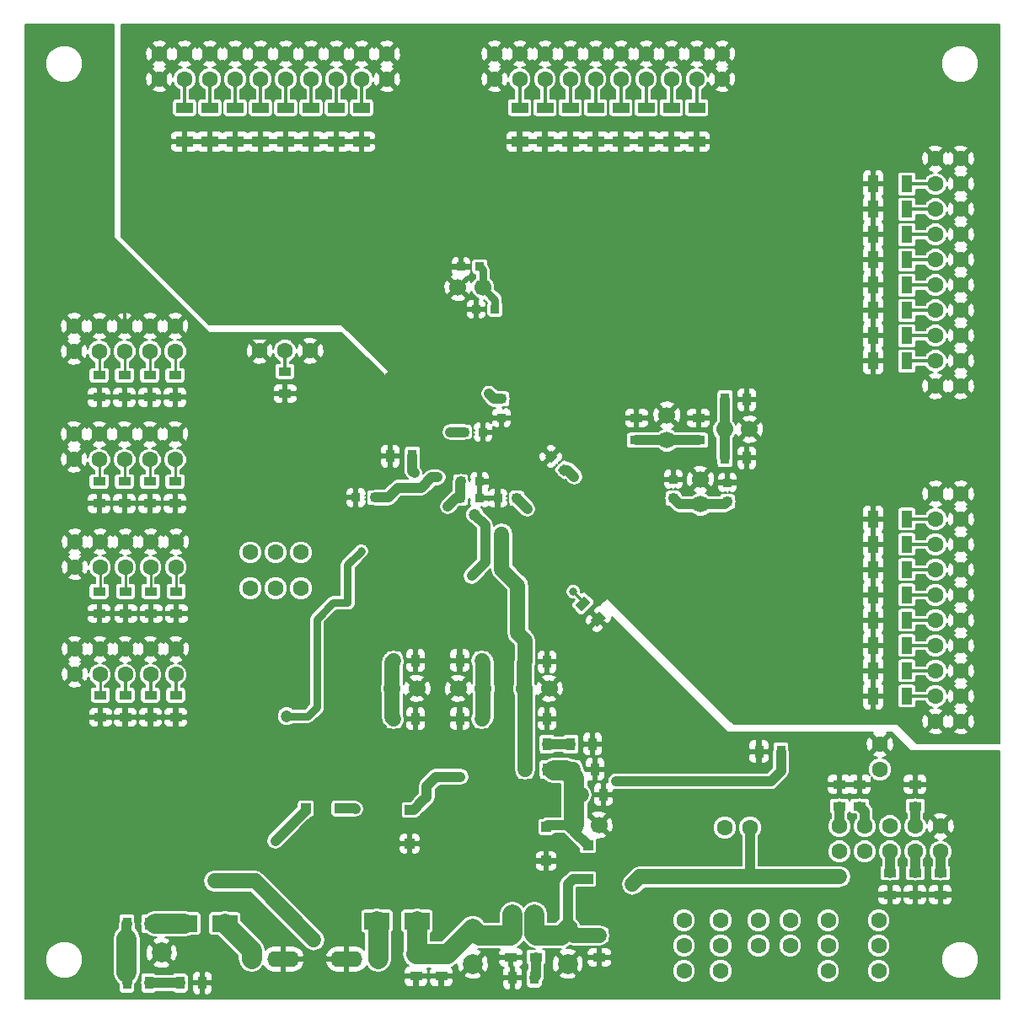
<source format=gbl>
G04 #@! TF.FileFunction,Copper,L2,Bot,Signal*
%FSLAX46Y46*%
G04 Gerber Fmt 4.6, Leading zero omitted, Abs format (unit mm)*
G04 Created by KiCad (PCBNEW 4.0.1-stable) date 18/01/2016 14:29:12*
%MOMM*%
G01*
G04 APERTURE LIST*
%ADD10C,0.100000*%
%ADD11C,1.600000*%
%ADD12R,2.500000X1.700000*%
%ADD13R,1.100000X1.700000*%
%ADD14R,0.900000X0.900000*%
%ADD15R,0.900000X1.300000*%
%ADD16R,1.700000X1.100000*%
%ADD17R,1.300000X0.900000*%
%ADD18O,3.200000X1.600000*%
%ADD19C,2.000000*%
%ADD20C,1.700000*%
%ADD21R,1.000000X1.000000*%
%ADD22C,0.800000*%
%ADD23C,1.200000*%
%ADD24C,0.600000*%
%ADD25C,2.000000*%
%ADD26C,1.500000*%
%ADD27C,0.300000*%
%ADD28C,0.250000*%
%ADD29C,1.000000*%
%ADD30C,0.800000*%
%ADD31C,0.150000*%
G04 APERTURE END LIST*
D10*
D11*
X16128800Y57785000D03*
X16128800Y55245000D03*
X13588800Y57785000D03*
X13588800Y55245000D03*
X11048800Y57785000D03*
X11048800Y55245000D03*
X8508800Y57785000D03*
X8508800Y55245000D03*
X5968800Y57785000D03*
X5968800Y55245000D03*
D12*
X36430000Y8890000D03*
X40430000Y8890000D03*
D11*
X86944000Y24130000D03*
X86944000Y26670000D03*
D13*
X89660000Y82931000D03*
X86260000Y82931000D03*
X89660000Y80391000D03*
X86260000Y80391000D03*
X89660000Y77851000D03*
X86260000Y77851000D03*
X89660000Y75311000D03*
X86260000Y75311000D03*
X89660000Y72771000D03*
X86260000Y72771000D03*
X89660000Y70231000D03*
X86260000Y70231000D03*
X89660000Y67691000D03*
X86260000Y67691000D03*
X89660000Y65151000D03*
X86260000Y65151000D03*
X89660000Y49276000D03*
X86260000Y49276000D03*
X89660000Y46736000D03*
X86260000Y46736000D03*
X89660000Y44196000D03*
X86260000Y44196000D03*
X89660000Y41656000D03*
X86260000Y41656000D03*
X89660000Y39116000D03*
X86260000Y39116000D03*
X89660000Y36576000D03*
X86260000Y36576000D03*
D10*
G36*
X55867347Y54217649D02*
X55230951Y53581253D01*
X54594555Y54217649D01*
X55230951Y54854045D01*
X55867347Y54217649D01*
X55867347Y54217649D01*
G37*
G36*
X54523845Y55561151D02*
X53887449Y54924755D01*
X53251053Y55561151D01*
X53887449Y56197547D01*
X54523845Y55561151D01*
X54523845Y55561151D01*
G37*
D14*
X50454400Y51358800D03*
X48554400Y51358800D03*
X48945800Y61351200D03*
X48945800Y59451200D03*
X45176200Y58013600D03*
X47076200Y58013600D03*
X36205000Y51435000D03*
X34305000Y51435000D03*
X44820600Y53035200D03*
X46720600Y53035200D03*
D15*
X51300000Y29210000D03*
X53500000Y29210000D03*
D14*
X44810400Y51384200D03*
X46710400Y51384200D03*
D16*
X17094000Y90600000D03*
X17094000Y87200000D03*
X19634000Y90600000D03*
X19634000Y87200000D03*
X22174000Y90600000D03*
X22174000Y87200000D03*
X24714000Y90600000D03*
X24714000Y87200000D03*
X27254000Y90600000D03*
X27254000Y87200000D03*
X29794000Y90600000D03*
X29794000Y87200000D03*
X32334000Y90600000D03*
X32334000Y87200000D03*
X34874000Y90600000D03*
X34874000Y87200000D03*
X50749000Y90600000D03*
X50749000Y87200000D03*
X53289000Y90600000D03*
X53289000Y87200000D03*
X55829000Y90600000D03*
X55829000Y87200000D03*
X58369000Y90600000D03*
X58369000Y87200000D03*
X60909000Y90600000D03*
X60909000Y87200000D03*
X63449000Y90600000D03*
X63449000Y87200000D03*
X65989000Y90600000D03*
X65989000Y87200000D03*
X68529000Y90600000D03*
X68529000Y87200000D03*
D15*
X51300000Y26670000D03*
X53500000Y26670000D03*
D13*
X89660000Y34036000D03*
X86260000Y34036000D03*
X89660000Y31496000D03*
X86260000Y31496000D03*
D15*
X52230000Y3175000D03*
X50030000Y3175000D03*
X16649500Y2667000D03*
X18849500Y2667000D03*
D17*
X8509000Y39794000D03*
X8509000Y41994000D03*
X8509000Y50843000D03*
X8509000Y53043000D03*
X13589000Y61511000D03*
X13589000Y63711000D03*
X11049000Y61511000D03*
X11049000Y63711000D03*
X8509000Y61511000D03*
X8509000Y63711000D03*
X8636000Y29380000D03*
X8636000Y31580000D03*
D11*
X23698000Y45923200D03*
X28778000Y45923200D03*
X26238000Y45923200D03*
X23698000Y42316400D03*
X28778000Y42316400D03*
X26238000Y42316400D03*
X86817000Y3873500D03*
X86817000Y8953500D03*
X86817000Y6413500D03*
X81737000Y3873500D03*
X81737000Y8953500D03*
X81737000Y6413500D03*
X70942000Y3873500D03*
X70942000Y8953500D03*
X70942000Y6413500D03*
X67259000Y3873500D03*
X67259000Y8953500D03*
X67259000Y6413500D03*
X77927000Y8953500D03*
X77927000Y6413500D03*
X74752000Y8953500D03*
X74752000Y6413500D03*
X73914000Y18288000D03*
X71374000Y18288000D03*
X23825000Y5080000D03*
D18*
X27000000Y5080000D03*
D11*
X36525000Y5080000D03*
D18*
X33350000Y5080000D03*
D15*
X53500000Y24130000D03*
X51300000Y24130000D03*
X50030000Y9525000D03*
X52230000Y9525000D03*
X13495000Y8636000D03*
X11295000Y8636000D03*
D12*
X21126000Y8636000D03*
X17126000Y8636000D03*
D15*
X51300000Y34925000D03*
X53500000Y34925000D03*
X55872000Y26670000D03*
X58072000Y26670000D03*
D10*
G36*
X56305366Y40641396D02*
X57224604Y41560634D01*
X57861000Y40924238D01*
X56941762Y40005000D01*
X56305366Y40641396D01*
X56305366Y40641396D01*
G37*
G36*
X57861000Y39085762D02*
X58780238Y40005000D01*
X59416634Y39368604D01*
X58497396Y38449366D01*
X57861000Y39085762D01*
X57861000Y39085762D01*
G37*
D15*
X38092000Y29210000D03*
X40292000Y29210000D03*
X38092000Y35052000D03*
X40292000Y35052000D03*
D17*
X62496500Y57218400D03*
X62496500Y59418400D03*
X68719500Y57218400D03*
X68719500Y59418400D03*
D15*
X76995000Y25908000D03*
X74795000Y25908000D03*
X71366000Y55435500D03*
X73566000Y55435500D03*
X71366000Y61277500D03*
X73566000Y61277500D03*
X39961800Y55600600D03*
X37761800Y55600600D03*
X46943286Y29210000D03*
X44743286Y29210000D03*
X46943286Y35052000D03*
X44743286Y35052000D03*
X56951500Y21590000D03*
X59151500Y21590000D03*
X56126000Y24130000D03*
X58326000Y24130000D03*
D19*
X11280000Y5715000D03*
X14780000Y5715000D03*
D17*
X52400000Y7450000D03*
X52400000Y5250000D03*
D15*
X11295000Y2667000D03*
X13495000Y2667000D03*
D17*
X49860000Y7450000D03*
X49860000Y5250000D03*
X42875000Y5545000D03*
X42875000Y3345000D03*
D11*
X16205000Y36195000D03*
X16205000Y33655000D03*
X13665000Y36195000D03*
X13665000Y33655000D03*
X11125000Y36195000D03*
X11125000Y33655000D03*
X8585000Y36195000D03*
X8585000Y33655000D03*
X6045000Y36195000D03*
X6045000Y33655000D03*
X16128800Y68656200D03*
X16128800Y66116200D03*
X13588800Y68656200D03*
X13588800Y66116200D03*
X11048800Y68656200D03*
X11048800Y66116200D03*
X8508800Y68656200D03*
X8508800Y66116200D03*
X5968800Y68656200D03*
X5968800Y66116200D03*
X16205000Y46990000D03*
X16205000Y44450000D03*
X13665000Y46990000D03*
X13665000Y44450000D03*
X11125000Y46990000D03*
X11125000Y44450000D03*
X8585000Y46990000D03*
X8585000Y44450000D03*
X6045000Y46990000D03*
X6045000Y44450000D03*
X82880000Y15875000D03*
X82880000Y18415000D03*
X85420000Y15875000D03*
X85420000Y18415000D03*
X87960000Y15875000D03*
X87960000Y18415000D03*
X90500000Y15875000D03*
X90500000Y18415000D03*
X93040000Y15875000D03*
X93040000Y18415000D03*
X95072000Y28956000D03*
X92532000Y28956000D03*
X95072000Y31496000D03*
X92532000Y31496000D03*
X95072000Y34036000D03*
X92532000Y34036000D03*
X95072000Y36576000D03*
X92532000Y36576000D03*
X95072000Y39116000D03*
X92532000Y39116000D03*
X95072000Y41656000D03*
X92532000Y41656000D03*
X95072000Y44196000D03*
X92532000Y44196000D03*
X95072000Y46736000D03*
X92532000Y46736000D03*
X95072000Y49276000D03*
X92532000Y49276000D03*
X95072000Y51816000D03*
X92532000Y51816000D03*
X95072000Y62611000D03*
X92532000Y62611000D03*
X95072000Y65151000D03*
X92532000Y65151000D03*
X95072000Y67691000D03*
X92532000Y67691000D03*
X95072000Y70231000D03*
X92532000Y70231000D03*
X95072000Y72771000D03*
X92532000Y72771000D03*
X95072000Y75311000D03*
X92532000Y75311000D03*
X95072000Y77851000D03*
X92532000Y77851000D03*
X95072000Y80391000D03*
X92532000Y80391000D03*
X95072000Y82931000D03*
X92532000Y82931000D03*
X95072000Y85471000D03*
X92532000Y85471000D03*
X71069000Y96012000D03*
X71069000Y93472000D03*
X68529000Y96012000D03*
X68529000Y93472000D03*
X65989000Y96012000D03*
X65989000Y93472000D03*
X63449000Y96012000D03*
X63449000Y93472000D03*
X60909000Y96012000D03*
X60909000Y93472000D03*
X58369000Y96012000D03*
X58369000Y93472000D03*
X55829000Y96012000D03*
X55829000Y93472000D03*
X53289000Y96012000D03*
X53289000Y93472000D03*
X50749000Y96012000D03*
X50749000Y93472000D03*
X48209000Y96012000D03*
X48209000Y93472000D03*
X37414000Y96012000D03*
X37414000Y93472000D03*
X34874000Y96012000D03*
X34874000Y93472000D03*
X32334000Y96012000D03*
X32334000Y93472000D03*
X29794000Y96012000D03*
X29794000Y93472000D03*
X27254000Y96012000D03*
X27254000Y93472000D03*
X24714000Y96012000D03*
X24714000Y93472000D03*
X22174000Y96012000D03*
X22174000Y93472000D03*
X19634000Y96012000D03*
X19634000Y93472000D03*
X17094000Y96012000D03*
X17094000Y93472000D03*
X14554000Y96012000D03*
X14554000Y93472000D03*
D19*
X46050000Y8100000D03*
X46050000Y4600000D03*
X55575000Y8100000D03*
X55575000Y4600000D03*
D17*
X16205000Y31580000D03*
X16205000Y29380000D03*
X13665000Y31580000D03*
X13665000Y29380000D03*
X11125000Y31580000D03*
X11125000Y29380000D03*
X16129000Y61511000D03*
X16129000Y63711000D03*
X16129000Y53043000D03*
X16129000Y50843000D03*
X13589000Y53043000D03*
X13589000Y50843000D03*
X11049000Y53043000D03*
X11049000Y50843000D03*
X16256000Y41994000D03*
X16256000Y39794000D03*
X13716000Y41994000D03*
X13716000Y39794000D03*
X11176000Y41994000D03*
X11176000Y39794000D03*
D14*
X48270000Y70358000D03*
X46370000Y70358000D03*
X46746000Y74625200D03*
X44846000Y74625200D03*
X66179500Y51374000D03*
X66179500Y53274000D03*
X71640500Y51044000D03*
X71640500Y52944000D03*
D17*
X40335000Y5545000D03*
X40335000Y3345000D03*
X58750000Y7450000D03*
X58750000Y5250000D03*
D20*
X37942000Y32258000D03*
X40442000Y32258000D03*
X47046000Y72542400D03*
X44546000Y72542400D03*
X56230000Y18542000D03*
X58730000Y18542000D03*
X47093286Y32258000D03*
X44593286Y32258000D03*
X71343000Y58293000D03*
X73843000Y58293000D03*
X65548978Y57209944D03*
X65548978Y59709944D03*
X68910000Y50769200D03*
X68910000Y53269200D03*
X51228002Y32258000D03*
X53728002Y32258000D03*
D21*
X29249700Y20193000D03*
X32649700Y20193000D03*
X57607000Y13108200D03*
X57607000Y16508200D03*
X39700000Y20051500D03*
X39700000Y16651500D03*
X53416000Y18337000D03*
X53416000Y14937000D03*
D11*
X29718000Y66167000D03*
X24638000Y66167000D03*
X27178000Y66167000D03*
D17*
X27178000Y61892000D03*
X27178000Y64092000D03*
X82867500Y20426500D03*
X82867500Y22626500D03*
X84899500Y20426500D03*
X84899500Y22626500D03*
X90487500Y20426500D03*
X90487500Y22626500D03*
X87947500Y11536500D03*
X87947500Y13736500D03*
X90487500Y11536500D03*
X90487500Y13736500D03*
X93027500Y11536500D03*
X93027500Y13736500D03*
D22*
X49114500Y25476500D03*
X51337000Y20142500D03*
X20603000Y59576000D03*
D23*
X84801500Y13856000D03*
X79848500Y19190000D03*
X96231500Y14110000D03*
X96231500Y20079000D03*
X91151500Y92723000D03*
D22*
X33430000Y31255000D03*
X32033000Y31255000D03*
X24286000Y32017000D03*
X25683000Y30620000D03*
X28477000Y31382000D03*
D23*
X30509000Y56909000D03*
X27207000Y54115000D03*
X27207000Y58560000D03*
D22*
X11078000Y27953000D03*
X13618000Y27953000D03*
D23*
X6506000Y29350000D03*
D22*
X4347000Y29985000D03*
X1934000Y42304000D03*
X1934000Y49035000D03*
X1905000Y31750000D03*
X1934000Y38367000D03*
X1934000Y51702000D03*
X1934000Y56147000D03*
X1934000Y61989000D03*
X38510000Y3950000D03*
X52959000Y56515000D03*
X62230000Y26797000D03*
X70129400Y16586200D03*
X26187400Y40081200D03*
X73025000Y86436200D03*
X56489600Y81178400D03*
X48971200Y81203800D03*
X41148000Y81178400D03*
X33223200Y81737200D03*
X26035000Y81991200D03*
X11417000Y82575400D03*
X18643600Y82016600D03*
X97599200Y55512000D03*
X97573800Y58280600D03*
X11264600Y98311000D03*
X41363600Y98184000D03*
X44411600Y98184000D03*
X58864200Y42329400D03*
X48221600Y56096200D03*
X49796400Y54496000D03*
X44360800Y54724600D03*
X48501000Y49644600D03*
X63627000Y47841200D03*
X74790000Y27419600D03*
X90741200Y25082800D03*
X96430800Y25082800D03*
X97904000Y22746000D03*
X90995200Y9106200D03*
X8445200Y2019600D03*
X19113200Y6947200D03*
X20256200Y2680000D03*
X18884600Y4661200D03*
X15658800Y13221000D03*
X11366200Y11722400D03*
X2120600Y8725200D03*
X7911800Y8090200D03*
X23685200Y29680200D03*
X19722800Y25082800D03*
X2069800Y76568600D03*
X2146000Y88354200D03*
X8927800Y88303400D03*
X9385000Y76670200D03*
X19722800Y67450000D03*
X25971200Y67450000D03*
X32219600Y67450000D03*
X17716200Y29375400D03*
X32219600Y69126400D03*
X27977800Y69126400D03*
X24015400Y69126400D03*
X19735500Y69228000D03*
X39928500Y75197000D03*
X33324500Y76213000D03*
X26657000Y74816000D03*
X19862500Y74054000D03*
X13258500Y75832000D03*
X11353500Y77864000D03*
X11417000Y89294000D03*
X50914000Y75260500D03*
X54533500Y75260500D03*
X57264000Y72657000D03*
X63487000Y74816000D03*
X59804000Y70180500D03*
X69646500Y74816000D03*
X64884000Y64402000D03*
X73964500Y66561000D03*
X75869500Y73927000D03*
X74472500Y81420000D03*
X81902000Y89230500D03*
X81902000Y81356500D03*
X81902000Y73927000D03*
X81902000Y66561000D03*
X81902000Y58623500D03*
X81965500Y50305000D03*
X74625000Y42367500D03*
X74980500Y35700000D03*
X81965500Y35446000D03*
X81965500Y42875500D03*
X67487500Y45352000D03*
X67932000Y42367500D03*
X68186000Y39002000D03*
X86156500Y29032500D03*
X78028500Y29096000D03*
X72504000Y29159500D03*
X71615000Y35763500D03*
X68503500Y33033000D03*
X64249000Y37224000D03*
X60693000Y40780000D03*
X69964000Y28715000D03*
X65138000Y33477500D03*
X60820000Y37859000D03*
X82854500Y26238500D03*
X97904000Y10300000D03*
X97967500Y1791000D03*
X70345000Y1600500D03*
X84188000Y1791000D03*
X89776000Y1791000D03*
X59550000Y3696000D03*
X60439000Y5220000D03*
X64630000Y1600500D03*
X77393500Y2045000D03*
X75361500Y2045000D03*
X60947000Y14427500D03*
X62598000Y14808500D03*
X62598000Y16650000D03*
X62598000Y19063000D03*
X68694000Y26111500D03*
X68694000Y21666500D03*
X68694000Y24270000D03*
X61328000Y24270000D03*
X62598000Y24270000D03*
X62598000Y21666500D03*
X40119000Y11887500D03*
X29387500Y10998500D03*
X17830500Y19571000D03*
X15100000Y19571000D03*
X12306000Y19507500D03*
X37642500Y63132000D03*
X23710600Y51930600D03*
X22466000Y33947400D03*
X26276000Y33769600D03*
X28460400Y34836400D03*
X31991000Y34861800D03*
X33819800Y34887200D03*
X26479500Y37426900D03*
X28460700Y37426900D03*
X31965900Y37439600D03*
X33858200Y37439600D03*
X13512500Y16713500D03*
X60121500Y28905500D03*
X56629000Y32398000D03*
X55041500Y33604500D03*
X60820000Y21666500D03*
X59867500Y24143000D03*
X59677000Y26746500D03*
X58089500Y28524500D03*
X55422500Y29223000D03*
X49136000Y29794500D03*
X34975500Y42240500D03*
X36372500Y48273000D03*
X42405000Y33985500D03*
X42214500Y38557500D03*
X42786000Y29604000D03*
X36436000Y28334000D03*
X40627000Y26238500D03*
X30848000Y27953000D03*
X43421000Y20079000D03*
X58978500Y15697500D03*
X56184500Y15634000D03*
X54978000Y16396000D03*
X51739500Y14935500D03*
X47675500Y15697500D03*
X43421000Y13094000D03*
X45389500Y15761000D03*
X43421000Y18428000D03*
X41516000Y15761000D03*
X31292500Y25159000D03*
X25577500Y24905000D03*
X30657500Y14999000D03*
X21450000Y14935500D03*
X38023500Y16586500D03*
X35483500Y16586500D03*
X32943500Y16650000D03*
X31292500Y18809000D03*
X27292000Y19698000D03*
X4622500Y14110000D03*
X4686000Y16713500D03*
X22974000Y17031000D03*
X24942500Y19634500D03*
X22974000Y22301500D03*
X2730300Y24892000D03*
X2717500Y19507500D03*
X6845000Y22238000D03*
X4940000Y22238000D03*
X5257500Y27318000D03*
X48310200Y58013600D03*
X40652400Y59906200D03*
X42685040Y57260902D03*
X37756800Y54191200D03*
X32118000Y52210000D03*
X30594000Y53734000D03*
X32880000Y51448000D03*
X38925200Y50940000D03*
X41262208Y47885885D03*
X47815200Y43294600D03*
X51896080Y48793678D03*
X59321400Y55131000D03*
X57492600Y54750000D03*
X45034000Y69926400D03*
X49606000Y69901000D03*
X49271587Y65154543D03*
X48805800Y63563800D03*
X65620600Y49873200D03*
X36182000Y40424400D03*
X31686200Y64783000D03*
X33718200Y64808400D03*
D24*
X34581800Y59017200D03*
D22*
X48653400Y36919200D03*
X47002400Y38671800D03*
X33464200Y40856200D03*
D23*
X27339998Y29464000D03*
X82918000Y13348000D03*
X69202000Y13348000D03*
X62090000Y12586000D03*
X30086000Y6998000D03*
X20099999Y12920001D03*
D22*
X34848500Y46050500D03*
X76995000Y24511000D03*
X44811000Y23381000D03*
D24*
X60439000Y22936500D03*
D22*
X41008000Y20959000D03*
X34239000Y20150000D03*
X40182600Y53895706D03*
X43532306Y50546000D03*
X42506600Y53480000D03*
X37629800Y51524200D03*
D23*
X46240400Y49720800D03*
D22*
X45935600Y43574000D03*
X56146500Y41973500D03*
X47662800Y61879942D03*
X56248000Y53530800D03*
X43802000Y58019142D03*
X51528742Y50292400D03*
D23*
X48958200Y47765000D03*
D22*
X26199900Y16954900D03*
D25*
X50030000Y9525000D02*
X50030000Y7620000D01*
X49860000Y7450000D02*
X46700000Y7450000D01*
X46700000Y7450000D02*
X46050000Y8100000D01*
X42875000Y5545000D02*
X43495000Y5545000D01*
X43495000Y5545000D02*
X46050000Y8100000D01*
D26*
X50030000Y7620000D02*
X49860000Y7450000D01*
D25*
X42875000Y5545000D02*
X43047500Y5545000D01*
X40335000Y5545000D02*
X42875000Y5545000D01*
X40430000Y8890000D02*
X40430000Y5640000D01*
X40430000Y5640000D02*
X40335000Y5545000D01*
D27*
X47675500Y15697500D02*
X47675500Y16481000D01*
X47675500Y16481000D02*
X51337000Y20142500D01*
X16128800Y57785000D02*
X17919800Y59576000D01*
X17919800Y59576000D02*
X20603000Y59576000D01*
D28*
X85724000Y11536500D02*
X84801500Y12459000D01*
X84801500Y12459000D02*
X84801500Y13856000D01*
X87947500Y11536500D02*
X85724000Y11536500D01*
D27*
X96231500Y20079000D02*
X97904000Y21751500D01*
X97904000Y21751500D02*
X97904000Y22746000D01*
X94640500Y20015500D02*
X96168000Y20015500D01*
X96168000Y20015500D02*
X96231500Y20079000D01*
X93040000Y18415000D02*
X94640500Y20015500D01*
X77393500Y2045000D02*
X75361500Y2045000D01*
X84188000Y1791000D02*
X77647500Y1791000D01*
X77647500Y1791000D02*
X77393500Y2045000D01*
X97967500Y1791000D02*
X97967500Y8572500D01*
X97967500Y8572500D02*
X97967500Y10236500D01*
X90995200Y9106200D02*
X91560885Y9106200D01*
X91560885Y9106200D02*
X92094585Y8572500D01*
X92094585Y8572500D02*
X97967500Y8572500D01*
D28*
X33819800Y34887200D02*
X33819800Y31644800D01*
X33819800Y31644800D02*
X33430000Y31255000D01*
X31991000Y34861800D02*
X31991000Y31297000D01*
X31991000Y31297000D02*
X32033000Y31255000D01*
X28477000Y31382000D02*
X26445000Y31382000D01*
X26445000Y31382000D02*
X25683000Y30620000D01*
D27*
X29083000Y54115000D02*
X30213000Y54115000D01*
X27207000Y54115000D02*
X29083000Y54115000D01*
X29083000Y54115000D02*
X29083000Y55483000D01*
X29083000Y55483000D02*
X30509000Y56909000D01*
X30213000Y54115000D02*
X30594000Y53734000D01*
X27178000Y61892000D02*
X27178000Y58589000D01*
X27178000Y58589000D02*
X27207000Y58560000D01*
X11125000Y29380000D02*
X11125000Y28000000D01*
X11125000Y28000000D02*
X11078000Y27953000D01*
X13665000Y29380000D02*
X13665000Y28000000D01*
X13665000Y28000000D02*
X13618000Y27953000D01*
D28*
X8636000Y29380000D02*
X6536000Y29380000D01*
X6536000Y29380000D02*
X6506000Y29350000D01*
D27*
X1934000Y49035000D02*
X1934000Y42304000D01*
X1934000Y61989000D02*
X1934000Y56147000D01*
X40335000Y3345000D02*
X39115000Y3345000D01*
X39115000Y3345000D02*
X38510000Y3950000D01*
X28460700Y37426900D02*
X28460700Y34836700D01*
X28460700Y34836700D02*
X28460400Y34836400D01*
X26479500Y37426900D02*
X26479500Y39789100D01*
X26479500Y39789100D02*
X26187400Y40081200D01*
X53887449Y55561151D02*
X53887449Y55586551D01*
X53887449Y55586551D02*
X52959000Y56515000D01*
X62342751Y48502649D02*
X63004200Y47841200D01*
X63004200Y47841200D02*
X63627000Y47841200D01*
X60121500Y28905500D02*
X62230000Y26797000D01*
X58089500Y28524500D02*
X59740500Y28524500D01*
X59740500Y28524500D02*
X60121500Y28905500D01*
X81902000Y89230500D02*
X76860400Y89230500D01*
X73025000Y86436200D02*
X75819300Y89230500D01*
X75819300Y89230500D02*
X76860400Y89230500D01*
X70688200Y75857700D02*
X70688200Y84099400D01*
X70688200Y84099400D02*
X73025000Y86436200D01*
X69646500Y74816000D02*
X70688200Y75857700D01*
X48971200Y81203800D02*
X56464200Y81203800D01*
X56464200Y81203800D02*
X56489600Y81178400D01*
X41148000Y81178400D02*
X48945800Y81178400D01*
X48945800Y81178400D02*
X48971200Y81203800D01*
X33223200Y81737200D02*
X40589200Y81737200D01*
X40589200Y81737200D02*
X41148000Y81178400D01*
X26035000Y81991200D02*
X32969200Y81991200D01*
X32969200Y81991200D02*
X33223200Y81737200D01*
X18643600Y82016600D02*
X26009600Y82016600D01*
X26009600Y82016600D02*
X26035000Y81991200D01*
X11417000Y89294000D02*
X11417000Y82575400D01*
X11417000Y82575400D02*
X11417000Y77927500D01*
X18643600Y82016600D02*
X11975800Y82016600D01*
X11975800Y82016600D02*
X11417000Y82575400D01*
X18529000Y82131200D02*
X18643600Y82016600D01*
X97040400Y60642600D02*
X97040400Y58814000D01*
X97040400Y58814000D02*
X97573800Y58280600D01*
X95072000Y62611000D02*
X97040400Y60642600D01*
X44411600Y98184000D02*
X41363600Y98184000D01*
X46720600Y53035200D02*
X48335600Y53035200D01*
X48335600Y53035200D02*
X49796400Y54496000D01*
X45338800Y54724600D02*
X44360800Y54724600D01*
X46720600Y54269800D02*
X46265800Y54724600D01*
X46265800Y54724600D02*
X45338800Y54724600D01*
X46720600Y53035200D02*
X46720600Y54269800D01*
X48554400Y51358800D02*
X48554400Y49698000D01*
X48554400Y49698000D02*
X48501000Y49644600D01*
X74795000Y25908000D02*
X74795000Y27414600D01*
X74795000Y27414600D02*
X74790000Y27419600D01*
X96430800Y25082800D02*
X90741200Y25082800D01*
X18849500Y2667000D02*
X20243200Y2667000D01*
X20243200Y2667000D02*
X20256200Y2680000D01*
X18849500Y2667000D02*
X18849500Y4626100D01*
X18849500Y4626100D02*
X18884600Y4661200D01*
X11366200Y11722400D02*
X12864800Y13221000D01*
X12864800Y13221000D02*
X15658800Y13221000D01*
X7911800Y8090200D02*
X7276800Y8725200D01*
X7276800Y8725200D02*
X2120600Y8725200D01*
X19722800Y25082800D02*
X19722800Y25717800D01*
X19722800Y25717800D02*
X23685200Y29680200D01*
X8927800Y88303400D02*
X2196800Y88303400D01*
X2196800Y88303400D02*
X2146000Y88354200D01*
X11048800Y68656200D02*
X11048800Y75006400D01*
X11048800Y75006400D02*
X9385000Y76670200D01*
X25971200Y67450000D02*
X19722800Y67450000D01*
X16205000Y29380000D02*
X17711600Y29380000D01*
X17711600Y29380000D02*
X17716200Y29375400D01*
X27977800Y69126400D02*
X32219600Y69126400D01*
X19735500Y69228000D02*
X23913800Y69228000D01*
X23913800Y69228000D02*
X24015400Y69126400D01*
X33324500Y76213000D02*
X38912500Y76213000D01*
X38912500Y76213000D02*
X39928500Y75197000D01*
X26657000Y74816000D02*
X31927500Y74816000D01*
X31927500Y74816000D02*
X33324500Y76213000D01*
X19862500Y74054000D02*
X25895000Y74054000D01*
X25895000Y74054000D02*
X26657000Y74816000D01*
X11353500Y77864000D02*
X16052500Y77864000D01*
X16052500Y77864000D02*
X19862500Y74054000D01*
X11353500Y77864000D02*
X11353500Y77737000D01*
X11353500Y77737000D02*
X13258500Y75832000D01*
X11417000Y77927500D02*
X11353500Y77864000D01*
X11544000Y83007500D02*
X11480500Y82944000D01*
X57264000Y72657000D02*
X54660500Y75260500D01*
X54660500Y75260500D02*
X54533500Y75260500D01*
X69646500Y74816000D02*
X63487000Y74816000D01*
X69646500Y74816000D02*
X64439500Y74816000D01*
X64439500Y74816000D02*
X59804000Y70180500D01*
X81902000Y66561000D02*
X73964500Y66561000D01*
X81902000Y73927000D02*
X75869500Y73927000D01*
X81902000Y81356500D02*
X74536000Y81356500D01*
X74536000Y81356500D02*
X74472500Y81420000D01*
X81902000Y81356500D02*
X81902000Y89230500D01*
X81902000Y73927000D02*
X81902000Y81356500D01*
X81902000Y66561000D02*
X81902000Y73927000D01*
X81902000Y58623500D02*
X81902000Y66561000D01*
X81965500Y50305000D02*
X81965500Y58560000D01*
X81965500Y58560000D02*
X81902000Y58623500D01*
X81965500Y42875500D02*
X81965500Y50305000D01*
X60820000Y37859000D02*
X60007000Y37859000D01*
X60007000Y37859000D02*
X58638817Y39227183D01*
X81965500Y42875500D02*
X75133000Y42875500D01*
X75133000Y42875500D02*
X74625000Y42367500D01*
X81965500Y42875500D02*
X81965500Y35446000D01*
X67932000Y42367500D02*
X67932000Y44907500D01*
X67932000Y44907500D02*
X67487500Y45352000D01*
X68186000Y39002000D02*
X68186000Y42113500D01*
X68186000Y42113500D02*
X67932000Y42367500D01*
X71615000Y35763500D02*
X68376500Y39002000D01*
X68376500Y39002000D02*
X68186000Y39002000D01*
X86093000Y29096000D02*
X86156500Y29032500D01*
X72504000Y29159500D02*
X77965000Y29159500D01*
X77965000Y29159500D02*
X78028500Y29096000D01*
X68503500Y33033000D02*
X71234000Y35763500D01*
X71234000Y35763500D02*
X71615000Y35763500D01*
X60693000Y40780000D02*
X64249000Y37224000D01*
X65138000Y33477500D02*
X69900500Y28715000D01*
X69900500Y28715000D02*
X69964000Y28715000D01*
X97967500Y10236500D02*
X97904000Y10300000D01*
X89776000Y1791000D02*
X84188000Y1791000D01*
X58750000Y5250000D02*
X60409000Y5250000D01*
X60409000Y5250000D02*
X60439000Y5220000D01*
X62598000Y16650000D02*
X62598000Y14808500D01*
X62598000Y21666500D02*
X62598000Y19063000D01*
X62598000Y21666500D02*
X68694000Y21666500D01*
X62598000Y24270000D02*
X68694000Y24270000D01*
X62598000Y24270000D02*
X61328000Y24270000D01*
X60820000Y21666500D02*
X62598000Y21666500D01*
X12306000Y19507500D02*
X15036500Y19507500D01*
X15036500Y19507500D02*
X15100000Y19571000D01*
X26276000Y33769600D02*
X22643800Y33769600D01*
X22643800Y33769600D02*
X22466000Y33947400D01*
X28460400Y34836400D02*
X27342800Y34836400D01*
X27342800Y34836400D02*
X26276000Y33769600D01*
X33819800Y37478000D02*
X33819800Y34887200D01*
X42214500Y38557500D02*
X39867498Y38557500D01*
X58089500Y30937500D02*
X60121500Y28905500D01*
X58089500Y30937500D02*
X56629000Y32398000D01*
X53728002Y32258000D02*
X53728002Y32291002D01*
X53728002Y32291002D02*
X55041500Y33604500D01*
X59151500Y21590000D02*
X60743500Y21590000D01*
X60743500Y21590000D02*
X60820000Y21666500D01*
X58326000Y24130000D02*
X59854500Y24130000D01*
X59854500Y24130000D02*
X59867500Y24143000D01*
X58072000Y26670000D02*
X59600500Y26670000D01*
X59600500Y26670000D02*
X59677000Y26746500D01*
X58072000Y26670000D02*
X58072000Y28507000D01*
X58072000Y28507000D02*
X58089500Y28524500D01*
X53500000Y29210000D02*
X55409500Y29210000D01*
X55409500Y29210000D02*
X55422500Y29223000D01*
X42773000Y35052000D02*
X42405000Y34684000D01*
X42405000Y34684000D02*
X42405000Y33985500D01*
X44743286Y35052000D02*
X42773000Y35052000D01*
X44743286Y37235214D02*
X43421000Y38557500D01*
X43421000Y38557500D02*
X42214500Y38557500D01*
X44743286Y35052000D02*
X44743286Y37235214D01*
X44743286Y29210000D02*
X43180000Y29210000D01*
X43180000Y29210000D02*
X42786000Y29604000D01*
X47076200Y58013600D02*
X48310200Y58013600D01*
X48310200Y58013600D02*
X48323200Y58026600D01*
D29*
X73914000Y18288000D02*
X73914000Y13716000D01*
X73914000Y13716000D02*
X74282000Y13348000D01*
D30*
X27339998Y29464000D02*
X29488800Y29464000D01*
X30390800Y30366000D02*
X30390800Y39230600D01*
X29488800Y29464000D02*
X30390800Y30366000D01*
X30390800Y39230600D02*
X32016400Y40856200D01*
X32016400Y40856200D02*
X33464200Y40856200D01*
X33464200Y40856200D02*
X33464200Y44666200D01*
X33464200Y44666200D02*
X34848500Y46050500D01*
D26*
X74282000Y13348000D02*
X76022000Y13348000D01*
X76022000Y13348000D02*
X82918000Y13348000D01*
D29*
X75768000Y13602000D02*
X76022000Y13348000D01*
D26*
X69202000Y13348000D02*
X74282000Y13348000D01*
X62852000Y13348000D02*
X69202000Y13348000D01*
X62090000Y12586000D02*
X62852000Y13348000D01*
X20099999Y12920001D02*
X24163999Y12920001D01*
X24163999Y12920001D02*
X30086000Y6998000D01*
D29*
X76995000Y23935000D02*
X76995000Y24511000D01*
X76995000Y24511000D02*
X76995000Y25908000D01*
X75996500Y22936500D02*
X76995000Y23935000D01*
X60439000Y22936500D02*
X75996500Y22936500D01*
X42341500Y23381000D02*
X44811000Y23381000D01*
X41008000Y20959000D02*
X41407999Y21358999D01*
X41407999Y21358999D02*
X41407999Y22447499D01*
X41407999Y22447499D02*
X42341500Y23381000D01*
X39700000Y20051500D02*
X40100500Y20051500D01*
X40100500Y20051500D02*
X41008000Y20959000D01*
X32649700Y20193000D02*
X34196000Y20193000D01*
X34196000Y20193000D02*
X34239000Y20150000D01*
X44810400Y51384200D02*
X44810400Y53025000D01*
X44810400Y53025000D02*
X44820600Y53035200D01*
X39961800Y55600600D02*
X39961800Y54116506D01*
X39961800Y54116506D02*
X40182600Y53895706D01*
D26*
X47093286Y32258000D02*
X47093286Y29360000D01*
X47093286Y29360000D02*
X46943286Y29210000D01*
X47093286Y32258000D02*
X47093286Y34902000D01*
X47093286Y34902000D02*
X46943286Y35052000D01*
D29*
X44810400Y51384200D02*
X44370506Y51384200D01*
X44370506Y51384200D02*
X43532306Y50546000D01*
X42506600Y53480000D02*
X41940915Y53480000D01*
X40258800Y52413200D02*
X38518800Y52413200D01*
X41940915Y53480000D02*
X40874115Y52413200D01*
X40874115Y52413200D02*
X40258800Y52413200D01*
D26*
X37942000Y32258000D02*
X37942000Y29360000D01*
X37942000Y29360000D02*
X38092000Y29210000D01*
X37942000Y32258000D02*
X37942000Y34902000D01*
X37942000Y34902000D02*
X38092000Y35052000D01*
D29*
X38029799Y51924199D02*
X37629800Y51524200D01*
X38518800Y52413200D02*
X38029799Y51924199D01*
X36205000Y51435000D02*
X37540600Y51435000D01*
X37540600Y51435000D02*
X37629800Y51524200D01*
X47281800Y48679400D02*
X46240400Y49720800D01*
X47281800Y44920200D02*
X47281800Y48679400D01*
X45935600Y43574000D02*
X47281800Y44920200D01*
D27*
X57083183Y40782817D02*
X57083183Y41036817D01*
X57083183Y41036817D02*
X56146500Y41973500D01*
D29*
X48945800Y61351200D02*
X48191542Y61351200D01*
X48191542Y61351200D02*
X47662800Y61879942D01*
X55230951Y54217649D02*
X55561151Y54217649D01*
X55561151Y54217649D02*
X56248000Y53530800D01*
X68910000Y50769200D02*
X71365700Y50769200D01*
X71365700Y50769200D02*
X71640500Y51044000D01*
X68910000Y50769200D02*
X66784300Y50769200D01*
X66784300Y50769200D02*
X66179500Y51374000D01*
D26*
X50558400Y37816600D02*
X51300000Y37075000D01*
X51300000Y37075000D02*
X51300000Y34925000D01*
X51228002Y32258000D02*
X51228002Y34853002D01*
X51228002Y34853002D02*
X51300000Y34925000D01*
X51300000Y29210000D02*
X51300000Y32186002D01*
X51300000Y32186002D02*
X51228002Y32258000D01*
X51300000Y26670000D02*
X51300000Y29210000D01*
X51300000Y24130000D02*
X51300000Y26670000D01*
D30*
X48270000Y70358000D02*
X48270000Y71318400D01*
X48270000Y71318400D02*
X47046000Y72542400D01*
X47046000Y72542400D02*
X47046000Y74325200D01*
X47046000Y74325200D02*
X46746000Y74625200D01*
D29*
X43802000Y58019142D02*
X45170658Y58019142D01*
X45170658Y58019142D02*
X45176200Y58013600D01*
X51528742Y50292400D02*
X51520800Y50292400D01*
X51520800Y50292400D02*
X50454400Y51358800D01*
D26*
X48958200Y44209000D02*
X48958200Y47765000D01*
X50558400Y42608800D02*
X48958200Y44209000D01*
X50558400Y37816600D02*
X50558400Y42608800D01*
D25*
X23825000Y5080000D02*
X23825000Y5937000D01*
X23825000Y5937000D02*
X21126000Y8636000D01*
D29*
X14160500Y8636000D02*
X13495000Y8636000D01*
D25*
X17126000Y8636000D02*
X14160500Y8636000D01*
D28*
X8508800Y66116200D02*
X8508800Y63711200D01*
X8508800Y63711200D02*
X8509000Y63711000D01*
D27*
X16205000Y33655000D02*
X16205000Y31580000D01*
X13665000Y33655000D02*
X13665000Y31580000D01*
X11125000Y33655000D02*
X11125000Y31580000D01*
D28*
X8585000Y33655000D02*
X8585000Y31631000D01*
X8585000Y31631000D02*
X8636000Y31580000D01*
X8585000Y44450000D02*
X8585000Y42070000D01*
X8585000Y42070000D02*
X8509000Y41994000D01*
X8585000Y41943000D02*
X8509000Y41867000D01*
X8508800Y55245000D02*
X8508800Y53043200D01*
X8508800Y53043200D02*
X8509000Y53043000D01*
D29*
X71343000Y58293000D02*
X71343000Y55458500D01*
X71343000Y55458500D02*
X71366000Y55435500D01*
X71366000Y61277500D02*
X71366000Y58316000D01*
X71366000Y58316000D02*
X71343000Y58293000D01*
X71366000Y58270000D02*
X71343000Y58293000D01*
D27*
X92532000Y31496000D02*
X89660000Y31496000D01*
X89660000Y34036000D02*
X92532000Y34036000D01*
X92532000Y36576000D02*
X89660000Y36576000D01*
X89660000Y39116000D02*
X92532000Y39116000D01*
X92532000Y41656000D02*
X89660000Y41656000D01*
X92532000Y44196000D02*
X89660000Y44196000D01*
X89660000Y46736000D02*
X92532000Y46736000D01*
X92532000Y49276000D02*
X89660000Y49276000D01*
X89660000Y65151000D02*
X92532000Y65151000D01*
X92532000Y67691000D02*
X89660000Y67691000D01*
X89660000Y70231000D02*
X92532000Y70231000D01*
X89660000Y72771000D02*
X92532000Y72771000D01*
X92532000Y75311000D02*
X89660000Y75311000D01*
X92532000Y77851000D02*
X89660000Y77851000D01*
X89660000Y80391000D02*
X92532000Y80391000D01*
X92532000Y82931000D02*
X89660000Y82931000D01*
X68529000Y93472000D02*
X68529000Y90600000D01*
X65989000Y93472000D02*
X65989000Y90600000D01*
X63449000Y93472000D02*
X63449000Y90600000D01*
X60909000Y90600000D02*
X60909000Y93472000D01*
X58369000Y93472000D02*
X58369000Y90600000D01*
X55829000Y90600000D02*
X55829000Y93472000D01*
X53289000Y90600000D02*
X53289000Y93472000D01*
X50749000Y90600000D02*
X50749000Y93472000D01*
X34874000Y93472000D02*
X34874000Y90600000D01*
X32334000Y93472000D02*
X32334000Y90600000D01*
X29794000Y93472000D02*
X29794000Y90600000D01*
X27254000Y93472000D02*
X27254000Y90600000D01*
X24714000Y93472000D02*
X24714000Y90600000D01*
X22174000Y93472000D02*
X22174000Y90600000D01*
X19634000Y93472000D02*
X19634000Y90600000D01*
X17094000Y93472000D02*
X17094000Y90600000D01*
D29*
X56230000Y18542000D02*
X53621000Y18542000D01*
X53621000Y18542000D02*
X53416000Y18337000D01*
X56230000Y18542000D02*
X56230000Y17885200D01*
X56230000Y17885200D02*
X57607000Y16508200D01*
D26*
X56126000Y24130000D02*
X55600000Y24130000D01*
X55600000Y24130000D02*
X55486000Y24016000D01*
X56951500Y21590000D02*
X56634000Y21590000D01*
D29*
X56634000Y21590000D02*
X56230000Y21186000D01*
X56380000Y21590000D02*
X56230000Y21590000D01*
D25*
X56230000Y20066000D02*
X56230000Y21590000D01*
X56230000Y21590000D02*
X56230000Y23272000D01*
D29*
X54216000Y24016000D02*
X53614000Y24016000D01*
X53614000Y24016000D02*
X53500000Y24130000D01*
D25*
X55486000Y24016000D02*
X54216000Y24016000D01*
X56230000Y23272000D02*
X55486000Y24016000D01*
X56230000Y20066000D02*
X56230000Y21186000D01*
X56230000Y18542000D02*
X56230000Y20066000D01*
X36525000Y5080000D02*
X36525000Y8795000D01*
X36525000Y8795000D02*
X36430000Y8890000D01*
D28*
X16128800Y66116200D02*
X16128800Y63711200D01*
X16128800Y63711200D02*
X16129000Y63711000D01*
X13588800Y66116200D02*
X13588800Y63711200D01*
X13588800Y63711200D02*
X13589000Y63711000D01*
X11048800Y66116200D02*
X11048800Y63711200D01*
X11048800Y63711200D02*
X11049000Y63711000D01*
X16205000Y44450000D02*
X16205000Y42045000D01*
X16205000Y42045000D02*
X16256000Y41994000D01*
X16205000Y41918000D02*
X16256000Y41867000D01*
X13665000Y44450000D02*
X13665000Y42045000D01*
X13665000Y42045000D02*
X13716000Y41994000D01*
X13665000Y41918000D02*
X13716000Y41867000D01*
X11125000Y44450000D02*
X11125000Y42045000D01*
X11125000Y42045000D02*
X11176000Y41994000D01*
X11125000Y41918000D02*
X11176000Y41867000D01*
X16128800Y55245000D02*
X16128800Y53043200D01*
X16128800Y53043200D02*
X16129000Y53043000D01*
X13588800Y55245000D02*
X13588800Y53043200D01*
X13588800Y53043200D02*
X13589000Y53043000D01*
X11048800Y55245000D02*
X11048800Y53043200D01*
X11048800Y53043200D02*
X11049000Y53043000D01*
D29*
X57607000Y13108200D02*
X56107000Y13108200D01*
X55575000Y12576200D02*
X55575000Y8100000D01*
X56107000Y13108200D02*
X55575000Y12576200D01*
D25*
X52230000Y9525000D02*
X52230000Y7620000D01*
X52230000Y7620000D02*
X52400000Y7450000D01*
X52400000Y7450000D02*
X54925000Y7450000D01*
X54925000Y7450000D02*
X55575000Y8100000D01*
D26*
X58750000Y7450000D02*
X56225000Y7450000D01*
X56225000Y7450000D02*
X55575000Y8100000D01*
D29*
X29249700Y20193000D02*
X29249700Y20004700D01*
X29249700Y20004700D02*
X26199900Y16954900D01*
X11280000Y3706000D02*
X11295000Y3691000D01*
X11295000Y3691000D02*
X11295000Y2667000D01*
D25*
X11280000Y5715000D02*
X11280000Y3706000D01*
D29*
X11280000Y7129213D02*
X11280000Y8621000D01*
X11280000Y8621000D02*
X11295000Y8636000D01*
D25*
X11280000Y5715000D02*
X11280000Y7129213D01*
X11280000Y7129213D02*
X11290000Y7139213D01*
D29*
X13495000Y2667000D02*
X16649500Y2667000D01*
X52400000Y5250000D02*
X52400000Y3345000D01*
X52400000Y3345000D02*
X52230000Y3175000D01*
X65548978Y57209944D02*
X62504956Y57209944D01*
X62504956Y57209944D02*
X62496500Y57218400D01*
X68719500Y57218400D02*
X65557434Y57218400D01*
X65557434Y57218400D02*
X65548978Y57209944D01*
X65540522Y57218400D02*
X65548978Y57209944D01*
X55872000Y26670000D02*
X53500000Y26670000D01*
D27*
X27178000Y66167000D02*
X27178000Y64092000D01*
D29*
X82880000Y18415000D02*
X82880000Y20414000D01*
X82880000Y20414000D02*
X82867500Y20426500D01*
X85420000Y18415000D02*
X85420000Y19906000D01*
X85420000Y19906000D02*
X84899500Y20426500D01*
X87960000Y15875000D02*
X87960000Y13749000D01*
X87960000Y13749000D02*
X87947500Y13736500D01*
X90500000Y15875000D02*
X90500000Y13749000D01*
X90500000Y13749000D02*
X90487500Y13736500D01*
X90500000Y18415000D02*
X90500000Y20414000D01*
X90500000Y20414000D02*
X90487500Y20426500D01*
X93040000Y15875000D02*
X93040000Y13749000D01*
X93040000Y13749000D02*
X93027500Y13736500D01*
D31*
G36*
X9945000Y77610000D02*
X9950512Y77581778D01*
X9966967Y77556967D01*
X19491967Y68031967D01*
X19515821Y68015909D01*
X19545000Y68010000D01*
X32848934Y68010000D01*
X37144967Y63713967D01*
X37165148Y63699578D01*
X37193967Y63692108D01*
X37223422Y63696440D01*
X37248871Y63711890D01*
X37579071Y64016690D01*
X37596881Y64041669D01*
X37603193Y64070764D01*
X37597688Y64100022D01*
X37581233Y64124833D01*
X36879816Y64826250D01*
X85127000Y64826250D01*
X85127000Y64185034D01*
X85215756Y63970757D01*
X85379757Y63806756D01*
X85594034Y63718000D01*
X85935250Y63718000D01*
X86081000Y63863750D01*
X86081000Y64972000D01*
X86439000Y64972000D01*
X86439000Y63863750D01*
X86584750Y63718000D01*
X86925966Y63718000D01*
X87140243Y63806756D01*
X87304244Y63970757D01*
X87393000Y64185034D01*
X87393000Y64826250D01*
X87247250Y64972000D01*
X86439000Y64972000D01*
X86081000Y64972000D01*
X85272750Y64972000D01*
X85127000Y64826250D01*
X36879816Y64826250D01*
X34339816Y67366250D01*
X85127000Y67366250D01*
X85127000Y66725034D01*
X85215756Y66510757D01*
X85305513Y66421000D01*
X85215756Y66331243D01*
X85127000Y66116966D01*
X85127000Y65475750D01*
X85272750Y65330000D01*
X86081000Y65330000D01*
X86081000Y67512000D01*
X86439000Y67512000D01*
X86439000Y65330000D01*
X87247250Y65330000D01*
X87393000Y65475750D01*
X87393000Y66001000D01*
X88727654Y66001000D01*
X88727654Y64301000D01*
X88753802Y64162034D01*
X88835931Y64034401D01*
X88961246Y63948777D01*
X89110000Y63918654D01*
X90210000Y63918654D01*
X90348966Y63944802D01*
X90476599Y64026931D01*
X90562223Y64152246D01*
X90592346Y64301000D01*
X90592346Y64626000D01*
X91477573Y64626000D01*
X91535302Y64486285D01*
X91865547Y64155464D01*
X92292375Y63978230D01*
X92136401Y63964466D01*
X91854686Y63847776D01*
X91773550Y63622594D01*
X92532000Y62864144D01*
X93290450Y63622594D01*
X93209314Y63847776D01*
X92780915Y63982497D01*
X93160663Y64139406D01*
X94313550Y64139406D01*
X94394686Y63914224D01*
X94485874Y63885547D01*
X94394686Y63847776D01*
X94313550Y63622594D01*
X95072000Y62864144D01*
X95830450Y63622594D01*
X95749314Y63847776D01*
X95658126Y63876453D01*
X95749314Y63914224D01*
X95830450Y64139406D01*
X95072000Y64897856D01*
X94313550Y64139406D01*
X93160663Y64139406D01*
X93196715Y64154302D01*
X93527536Y64484547D01*
X93704770Y64911375D01*
X93718534Y64755401D01*
X93835224Y64473686D01*
X94060406Y64392550D01*
X94818856Y65151000D01*
X95325144Y65151000D01*
X96083594Y64392550D01*
X96308776Y64473686D01*
X96473829Y64998537D01*
X96425466Y65546599D01*
X96308776Y65828314D01*
X96083594Y65909450D01*
X95325144Y65151000D01*
X94818856Y65151000D01*
X94060406Y65909450D01*
X93835224Y65828314D01*
X93700503Y65399915D01*
X93528698Y65815715D01*
X93198453Y66146536D01*
X92766747Y66325796D01*
X92299303Y66326204D01*
X91867285Y66147698D01*
X91536464Y65817453D01*
X91477728Y65676000D01*
X90592346Y65676000D01*
X90592346Y66001000D01*
X90566198Y66139966D01*
X90484069Y66267599D01*
X90358754Y66353223D01*
X90210000Y66383346D01*
X89110000Y66383346D01*
X88971034Y66357198D01*
X88843401Y66275069D01*
X88757777Y66149754D01*
X88727654Y66001000D01*
X87393000Y66001000D01*
X87393000Y66116966D01*
X87304244Y66331243D01*
X87214487Y66421000D01*
X87304244Y66510757D01*
X87393000Y66725034D01*
X87393000Y67366250D01*
X87247250Y67512000D01*
X86439000Y67512000D01*
X86081000Y67512000D01*
X85272750Y67512000D01*
X85127000Y67366250D01*
X34339816Y67366250D01*
X32933033Y68773033D01*
X32909179Y68789091D01*
X32880000Y68795000D01*
X19576066Y68795000D01*
X18337816Y70033250D01*
X45337000Y70033250D01*
X45337000Y69792034D01*
X45425756Y69577757D01*
X45589757Y69413756D01*
X45804034Y69325000D01*
X46045250Y69325000D01*
X46191000Y69470750D01*
X46191000Y70179000D01*
X46549000Y70179000D01*
X46549000Y69470750D01*
X46694750Y69325000D01*
X46935966Y69325000D01*
X47150243Y69413756D01*
X47314244Y69577757D01*
X47403000Y69792034D01*
X47403000Y70033250D01*
X47257250Y70179000D01*
X46549000Y70179000D01*
X46191000Y70179000D01*
X45482750Y70179000D01*
X45337000Y70033250D01*
X18337816Y70033250D01*
X17447100Y70923966D01*
X45337000Y70923966D01*
X45337000Y70682750D01*
X45482750Y70537000D01*
X46191000Y70537000D01*
X46191000Y71245250D01*
X46045250Y71391000D01*
X45804034Y71391000D01*
X45589757Y71302244D01*
X45425756Y71138243D01*
X45337000Y70923966D01*
X17447100Y70923966D01*
X16876660Y71494406D01*
X43751150Y71494406D01*
X43838486Y71264057D01*
X44381543Y71090611D01*
X44949637Y71138187D01*
X45253514Y71264057D01*
X45340850Y71494406D01*
X44546000Y72289256D01*
X43751150Y71494406D01*
X16876660Y71494406D01*
X15664209Y72706857D01*
X43094211Y72706857D01*
X43141787Y72138763D01*
X43267657Y71834886D01*
X43498006Y71747550D01*
X44292856Y72542400D01*
X44799144Y72542400D01*
X45593994Y71747550D01*
X45824343Y71834886D01*
X45906544Y72092256D01*
X46006890Y71849400D01*
X46351187Y71504501D01*
X46674146Y71370396D01*
X46549000Y71245250D01*
X46549000Y70537000D01*
X47257250Y70537000D01*
X47403000Y70682750D01*
X47403000Y70923966D01*
X47314244Y71138243D01*
X47150243Y71302244D01*
X47113797Y71317340D01*
X47175098Y71317287D01*
X47495000Y70997385D01*
X47495000Y70996596D01*
X47467777Y70956754D01*
X47437654Y70808000D01*
X47437654Y69908000D01*
X47463802Y69769034D01*
X47545931Y69641401D01*
X47671246Y69555777D01*
X47820000Y69525654D01*
X48720000Y69525654D01*
X48858966Y69551802D01*
X48986599Y69633931D01*
X49072223Y69759246D01*
X49101991Y69906250D01*
X85127000Y69906250D01*
X85127000Y69265034D01*
X85215756Y69050757D01*
X85305513Y68961000D01*
X85215756Y68871243D01*
X85127000Y68656966D01*
X85127000Y68015750D01*
X85272750Y67870000D01*
X86081000Y67870000D01*
X86081000Y70052000D01*
X86439000Y70052000D01*
X86439000Y67870000D01*
X87247250Y67870000D01*
X87393000Y68015750D01*
X87393000Y68541000D01*
X88727654Y68541000D01*
X88727654Y66841000D01*
X88753802Y66702034D01*
X88835931Y66574401D01*
X88961246Y66488777D01*
X89110000Y66458654D01*
X90210000Y66458654D01*
X90348966Y66484802D01*
X90476599Y66566931D01*
X90562223Y66692246D01*
X90592346Y66841000D01*
X90592346Y67166000D01*
X91477573Y67166000D01*
X91535302Y67026285D01*
X91865547Y66695464D01*
X92297253Y66516204D01*
X92764697Y66515796D01*
X93160663Y66679406D01*
X94313550Y66679406D01*
X94394686Y66454224D01*
X94485874Y66425547D01*
X94394686Y66387776D01*
X94313550Y66162594D01*
X95072000Y65404144D01*
X95830450Y66162594D01*
X95749314Y66387776D01*
X95658126Y66416453D01*
X95749314Y66454224D01*
X95830450Y66679406D01*
X95072000Y67437856D01*
X94313550Y66679406D01*
X93160663Y66679406D01*
X93196715Y66694302D01*
X93527536Y67024547D01*
X93704770Y67451375D01*
X93718534Y67295401D01*
X93835224Y67013686D01*
X94060406Y66932550D01*
X94818856Y67691000D01*
X95325144Y67691000D01*
X96083594Y66932550D01*
X96308776Y67013686D01*
X96473829Y67538537D01*
X96425466Y68086599D01*
X96308776Y68368314D01*
X96083594Y68449450D01*
X95325144Y67691000D01*
X94818856Y67691000D01*
X94060406Y68449450D01*
X93835224Y68368314D01*
X93700503Y67939915D01*
X93528698Y68355715D01*
X93198453Y68686536D01*
X92766747Y68865796D01*
X92299303Y68866204D01*
X91867285Y68687698D01*
X91536464Y68357453D01*
X91477728Y68216000D01*
X90592346Y68216000D01*
X90592346Y68541000D01*
X90566198Y68679966D01*
X90484069Y68807599D01*
X90358754Y68893223D01*
X90210000Y68923346D01*
X89110000Y68923346D01*
X88971034Y68897198D01*
X88843401Y68815069D01*
X88757777Y68689754D01*
X88727654Y68541000D01*
X87393000Y68541000D01*
X87393000Y68656966D01*
X87304244Y68871243D01*
X87214487Y68961000D01*
X87304244Y69050757D01*
X87393000Y69265034D01*
X87393000Y69906250D01*
X87247250Y70052000D01*
X86439000Y70052000D01*
X86081000Y70052000D01*
X85272750Y70052000D01*
X85127000Y69906250D01*
X49101991Y69906250D01*
X49102346Y69908000D01*
X49102346Y70808000D01*
X49076198Y70946966D01*
X49045000Y70995449D01*
X49045000Y71318400D01*
X48986007Y71614980D01*
X48818008Y71866408D01*
X48818005Y71866410D01*
X48270888Y72413527D01*
X48270916Y72446250D01*
X85127000Y72446250D01*
X85127000Y71805034D01*
X85215756Y71590757D01*
X85305513Y71501000D01*
X85215756Y71411243D01*
X85127000Y71196966D01*
X85127000Y70555750D01*
X85272750Y70410000D01*
X86081000Y70410000D01*
X86081000Y72592000D01*
X86439000Y72592000D01*
X86439000Y70410000D01*
X87247250Y70410000D01*
X87393000Y70555750D01*
X87393000Y71081000D01*
X88727654Y71081000D01*
X88727654Y69381000D01*
X88753802Y69242034D01*
X88835931Y69114401D01*
X88961246Y69028777D01*
X89110000Y68998654D01*
X90210000Y68998654D01*
X90348966Y69024802D01*
X90476599Y69106931D01*
X90562223Y69232246D01*
X90592346Y69381000D01*
X90592346Y69706000D01*
X91477573Y69706000D01*
X91535302Y69566285D01*
X91865547Y69235464D01*
X92297253Y69056204D01*
X92764697Y69055796D01*
X93160663Y69219406D01*
X94313550Y69219406D01*
X94394686Y68994224D01*
X94485874Y68965547D01*
X94394686Y68927776D01*
X94313550Y68702594D01*
X95072000Y67944144D01*
X95830450Y68702594D01*
X95749314Y68927776D01*
X95658126Y68956453D01*
X95749314Y68994224D01*
X95830450Y69219406D01*
X95072000Y69977856D01*
X94313550Y69219406D01*
X93160663Y69219406D01*
X93196715Y69234302D01*
X93527536Y69564547D01*
X93704770Y69991375D01*
X93718534Y69835401D01*
X93835224Y69553686D01*
X94060406Y69472550D01*
X94818856Y70231000D01*
X95325144Y70231000D01*
X96083594Y69472550D01*
X96308776Y69553686D01*
X96473829Y70078537D01*
X96425466Y70626599D01*
X96308776Y70908314D01*
X96083594Y70989450D01*
X95325144Y70231000D01*
X94818856Y70231000D01*
X94060406Y70989450D01*
X93835224Y70908314D01*
X93700503Y70479915D01*
X93528698Y70895715D01*
X93198453Y71226536D01*
X92766747Y71405796D01*
X92299303Y71406204D01*
X91867285Y71227698D01*
X91536464Y70897453D01*
X91477728Y70756000D01*
X90592346Y70756000D01*
X90592346Y71081000D01*
X90566198Y71219966D01*
X90484069Y71347599D01*
X90358754Y71433223D01*
X90210000Y71463346D01*
X89110000Y71463346D01*
X88971034Y71437198D01*
X88843401Y71355069D01*
X88757777Y71229754D01*
X88727654Y71081000D01*
X87393000Y71081000D01*
X87393000Y71196966D01*
X87304244Y71411243D01*
X87214487Y71501000D01*
X87304244Y71590757D01*
X87393000Y71805034D01*
X87393000Y72446250D01*
X87247250Y72592000D01*
X86439000Y72592000D01*
X86081000Y72592000D01*
X85272750Y72592000D01*
X85127000Y72446250D01*
X48270916Y72446250D01*
X48271212Y72784999D01*
X48085110Y73235400D01*
X47821000Y73499972D01*
X47821000Y74325200D01*
X47762007Y74621780D01*
X47594008Y74873208D01*
X47578346Y74888870D01*
X47578346Y74986250D01*
X85127000Y74986250D01*
X85127000Y74345034D01*
X85215756Y74130757D01*
X85305513Y74041000D01*
X85215756Y73951243D01*
X85127000Y73736966D01*
X85127000Y73095750D01*
X85272750Y72950000D01*
X86081000Y72950000D01*
X86081000Y75132000D01*
X86439000Y75132000D01*
X86439000Y72950000D01*
X87247250Y72950000D01*
X87393000Y73095750D01*
X87393000Y73621000D01*
X88727654Y73621000D01*
X88727654Y71921000D01*
X88753802Y71782034D01*
X88835931Y71654401D01*
X88961246Y71568777D01*
X89110000Y71538654D01*
X90210000Y71538654D01*
X90348966Y71564802D01*
X90476599Y71646931D01*
X90562223Y71772246D01*
X90592346Y71921000D01*
X90592346Y72246000D01*
X91477573Y72246000D01*
X91535302Y72106285D01*
X91865547Y71775464D01*
X92297253Y71596204D01*
X92764697Y71595796D01*
X93160663Y71759406D01*
X94313550Y71759406D01*
X94394686Y71534224D01*
X94485874Y71505547D01*
X94394686Y71467776D01*
X94313550Y71242594D01*
X95072000Y70484144D01*
X95830450Y71242594D01*
X95749314Y71467776D01*
X95658126Y71496453D01*
X95749314Y71534224D01*
X95830450Y71759406D01*
X95072000Y72517856D01*
X94313550Y71759406D01*
X93160663Y71759406D01*
X93196715Y71774302D01*
X93527536Y72104547D01*
X93704770Y72531375D01*
X93718534Y72375401D01*
X93835224Y72093686D01*
X94060406Y72012550D01*
X94818856Y72771000D01*
X95325144Y72771000D01*
X96083594Y72012550D01*
X96308776Y72093686D01*
X96473829Y72618537D01*
X96425466Y73166599D01*
X96308776Y73448314D01*
X96083594Y73529450D01*
X95325144Y72771000D01*
X94818856Y72771000D01*
X94060406Y73529450D01*
X93835224Y73448314D01*
X93700503Y73019915D01*
X93528698Y73435715D01*
X93198453Y73766536D01*
X92766747Y73945796D01*
X92299303Y73946204D01*
X91867285Y73767698D01*
X91536464Y73437453D01*
X91477728Y73296000D01*
X90592346Y73296000D01*
X90592346Y73621000D01*
X90566198Y73759966D01*
X90484069Y73887599D01*
X90358754Y73973223D01*
X90210000Y74003346D01*
X89110000Y74003346D01*
X88971034Y73977198D01*
X88843401Y73895069D01*
X88757777Y73769754D01*
X88727654Y73621000D01*
X87393000Y73621000D01*
X87393000Y73736966D01*
X87304244Y73951243D01*
X87214487Y74041000D01*
X87304244Y74130757D01*
X87393000Y74345034D01*
X87393000Y74986250D01*
X87247250Y75132000D01*
X86439000Y75132000D01*
X86081000Y75132000D01*
X85272750Y75132000D01*
X85127000Y74986250D01*
X47578346Y74986250D01*
X47578346Y75075200D01*
X47552198Y75214166D01*
X47470069Y75341799D01*
X47344754Y75427423D01*
X47196000Y75457546D01*
X46296000Y75457546D01*
X46157034Y75431398D01*
X46029401Y75349269D01*
X45943777Y75223954D01*
X45913654Y75075200D01*
X45913654Y74175200D01*
X45939802Y74036234D01*
X46021931Y73908601D01*
X46147246Y73822977D01*
X46271000Y73797917D01*
X46271000Y73499653D01*
X46008101Y73237213D01*
X45918742Y73022014D01*
X45824343Y73249914D01*
X45593994Y73337250D01*
X44799144Y72542400D01*
X44292856Y72542400D01*
X43498006Y73337250D01*
X43267657Y73249914D01*
X43094211Y72706857D01*
X15664209Y72706857D01*
X14780672Y73590394D01*
X43751150Y73590394D01*
X44546000Y72795544D01*
X45340850Y73590394D01*
X45340165Y73592200D01*
X45411966Y73592200D01*
X45626243Y73680956D01*
X45790244Y73844957D01*
X45879000Y74059234D01*
X45879000Y74300450D01*
X45733250Y74446200D01*
X45025000Y74446200D01*
X45025000Y74426200D01*
X44667000Y74426200D01*
X44667000Y74446200D01*
X43958750Y74446200D01*
X43813000Y74300450D01*
X43813000Y74059234D01*
X43901051Y73846658D01*
X43838486Y73820743D01*
X43751150Y73590394D01*
X14780672Y73590394D01*
X13179900Y75191166D01*
X43813000Y75191166D01*
X43813000Y74949950D01*
X43958750Y74804200D01*
X44667000Y74804200D01*
X44667000Y75512450D01*
X45025000Y75512450D01*
X45025000Y74804200D01*
X45733250Y74804200D01*
X45879000Y74949950D01*
X45879000Y75191166D01*
X45790244Y75405443D01*
X45626243Y75569444D01*
X45411966Y75658200D01*
X45170750Y75658200D01*
X45025000Y75512450D01*
X44667000Y75512450D01*
X44521250Y75658200D01*
X44280034Y75658200D01*
X44065757Y75569444D01*
X43901756Y75405443D01*
X43813000Y75191166D01*
X13179900Y75191166D01*
X10844816Y77526250D01*
X85127000Y77526250D01*
X85127000Y76885034D01*
X85215756Y76670757D01*
X85305513Y76581000D01*
X85215756Y76491243D01*
X85127000Y76276966D01*
X85127000Y75635750D01*
X85272750Y75490000D01*
X86081000Y75490000D01*
X86081000Y77672000D01*
X86439000Y77672000D01*
X86439000Y75490000D01*
X87247250Y75490000D01*
X87393000Y75635750D01*
X87393000Y76161000D01*
X88727654Y76161000D01*
X88727654Y74461000D01*
X88753802Y74322034D01*
X88835931Y74194401D01*
X88961246Y74108777D01*
X89110000Y74078654D01*
X90210000Y74078654D01*
X90348966Y74104802D01*
X90476599Y74186931D01*
X90562223Y74312246D01*
X90592346Y74461000D01*
X90592346Y74786000D01*
X91477573Y74786000D01*
X91535302Y74646285D01*
X91865547Y74315464D01*
X92297253Y74136204D01*
X92764697Y74135796D01*
X93160663Y74299406D01*
X94313550Y74299406D01*
X94394686Y74074224D01*
X94485874Y74045547D01*
X94394686Y74007776D01*
X94313550Y73782594D01*
X95072000Y73024144D01*
X95830450Y73782594D01*
X95749314Y74007776D01*
X95658126Y74036453D01*
X95749314Y74074224D01*
X95830450Y74299406D01*
X95072000Y75057856D01*
X94313550Y74299406D01*
X93160663Y74299406D01*
X93196715Y74314302D01*
X93527536Y74644547D01*
X93704770Y75071375D01*
X93718534Y74915401D01*
X93835224Y74633686D01*
X94060406Y74552550D01*
X94818856Y75311000D01*
X95325144Y75311000D01*
X96083594Y74552550D01*
X96308776Y74633686D01*
X96473829Y75158537D01*
X96425466Y75706599D01*
X96308776Y75988314D01*
X96083594Y76069450D01*
X95325144Y75311000D01*
X94818856Y75311000D01*
X94060406Y76069450D01*
X93835224Y75988314D01*
X93700503Y75559915D01*
X93528698Y75975715D01*
X93198453Y76306536D01*
X92766747Y76485796D01*
X92299303Y76486204D01*
X91867285Y76307698D01*
X91536464Y75977453D01*
X91477728Y75836000D01*
X90592346Y75836000D01*
X90592346Y76161000D01*
X90566198Y76299966D01*
X90484069Y76427599D01*
X90358754Y76513223D01*
X90210000Y76543346D01*
X89110000Y76543346D01*
X88971034Y76517198D01*
X88843401Y76435069D01*
X88757777Y76309754D01*
X88727654Y76161000D01*
X87393000Y76161000D01*
X87393000Y76276966D01*
X87304244Y76491243D01*
X87214487Y76581000D01*
X87304244Y76670757D01*
X87393000Y76885034D01*
X87393000Y77526250D01*
X87247250Y77672000D01*
X86439000Y77672000D01*
X86081000Y77672000D01*
X85272750Y77672000D01*
X85127000Y77526250D01*
X10844816Y77526250D01*
X10730000Y77641066D01*
X10730000Y80066250D01*
X85127000Y80066250D01*
X85127000Y79425034D01*
X85215756Y79210757D01*
X85305513Y79121000D01*
X85215756Y79031243D01*
X85127000Y78816966D01*
X85127000Y78175750D01*
X85272750Y78030000D01*
X86081000Y78030000D01*
X86081000Y80212000D01*
X86439000Y80212000D01*
X86439000Y78030000D01*
X87247250Y78030000D01*
X87393000Y78175750D01*
X87393000Y78701000D01*
X88727654Y78701000D01*
X88727654Y77001000D01*
X88753802Y76862034D01*
X88835931Y76734401D01*
X88961246Y76648777D01*
X89110000Y76618654D01*
X90210000Y76618654D01*
X90348966Y76644802D01*
X90476599Y76726931D01*
X90562223Y76852246D01*
X90592346Y77001000D01*
X90592346Y77326000D01*
X91477573Y77326000D01*
X91535302Y77186285D01*
X91865547Y76855464D01*
X92297253Y76676204D01*
X92764697Y76675796D01*
X93160663Y76839406D01*
X94313550Y76839406D01*
X94394686Y76614224D01*
X94485874Y76585547D01*
X94394686Y76547776D01*
X94313550Y76322594D01*
X95072000Y75564144D01*
X95830450Y76322594D01*
X95749314Y76547776D01*
X95658126Y76576453D01*
X95749314Y76614224D01*
X95830450Y76839406D01*
X95072000Y77597856D01*
X94313550Y76839406D01*
X93160663Y76839406D01*
X93196715Y76854302D01*
X93527536Y77184547D01*
X93704770Y77611375D01*
X93718534Y77455401D01*
X93835224Y77173686D01*
X94060406Y77092550D01*
X94818856Y77851000D01*
X95325144Y77851000D01*
X96083594Y77092550D01*
X96308776Y77173686D01*
X96473829Y77698537D01*
X96425466Y78246599D01*
X96308776Y78528314D01*
X96083594Y78609450D01*
X95325144Y77851000D01*
X94818856Y77851000D01*
X94060406Y78609450D01*
X93835224Y78528314D01*
X93700503Y78099915D01*
X93528698Y78515715D01*
X93198453Y78846536D01*
X92766747Y79025796D01*
X92299303Y79026204D01*
X91867285Y78847698D01*
X91536464Y78517453D01*
X91477728Y78376000D01*
X90592346Y78376000D01*
X90592346Y78701000D01*
X90566198Y78839966D01*
X90484069Y78967599D01*
X90358754Y79053223D01*
X90210000Y79083346D01*
X89110000Y79083346D01*
X88971034Y79057198D01*
X88843401Y78975069D01*
X88757777Y78849754D01*
X88727654Y78701000D01*
X87393000Y78701000D01*
X87393000Y78816966D01*
X87304244Y79031243D01*
X87214487Y79121000D01*
X87304244Y79210757D01*
X87393000Y79425034D01*
X87393000Y80066250D01*
X87247250Y80212000D01*
X86439000Y80212000D01*
X86081000Y80212000D01*
X85272750Y80212000D01*
X85127000Y80066250D01*
X10730000Y80066250D01*
X10730000Y82606250D01*
X85127000Y82606250D01*
X85127000Y81965034D01*
X85215756Y81750757D01*
X85305513Y81661000D01*
X85215756Y81571243D01*
X85127000Y81356966D01*
X85127000Y80715750D01*
X85272750Y80570000D01*
X86081000Y80570000D01*
X86081000Y82752000D01*
X86439000Y82752000D01*
X86439000Y80570000D01*
X87247250Y80570000D01*
X87393000Y80715750D01*
X87393000Y81241000D01*
X88727654Y81241000D01*
X88727654Y79541000D01*
X88753802Y79402034D01*
X88835931Y79274401D01*
X88961246Y79188777D01*
X89110000Y79158654D01*
X90210000Y79158654D01*
X90348966Y79184802D01*
X90476599Y79266931D01*
X90562223Y79392246D01*
X90592346Y79541000D01*
X90592346Y79866000D01*
X91477573Y79866000D01*
X91535302Y79726285D01*
X91865547Y79395464D01*
X92297253Y79216204D01*
X92764697Y79215796D01*
X93160663Y79379406D01*
X94313550Y79379406D01*
X94394686Y79154224D01*
X94485874Y79125547D01*
X94394686Y79087776D01*
X94313550Y78862594D01*
X95072000Y78104144D01*
X95830450Y78862594D01*
X95749314Y79087776D01*
X95658126Y79116453D01*
X95749314Y79154224D01*
X95830450Y79379406D01*
X95072000Y80137856D01*
X94313550Y79379406D01*
X93160663Y79379406D01*
X93196715Y79394302D01*
X93527536Y79724547D01*
X93704770Y80151375D01*
X93718534Y79995401D01*
X93835224Y79713686D01*
X94060406Y79632550D01*
X94818856Y80391000D01*
X95325144Y80391000D01*
X96083594Y79632550D01*
X96308776Y79713686D01*
X96473829Y80238537D01*
X96425466Y80786599D01*
X96308776Y81068314D01*
X96083594Y81149450D01*
X95325144Y80391000D01*
X94818856Y80391000D01*
X94060406Y81149450D01*
X93835224Y81068314D01*
X93700503Y80639915D01*
X93528698Y81055715D01*
X93198453Y81386536D01*
X92766747Y81565796D01*
X92299303Y81566204D01*
X91867285Y81387698D01*
X91536464Y81057453D01*
X91477728Y80916000D01*
X90592346Y80916000D01*
X90592346Y81241000D01*
X90566198Y81379966D01*
X90484069Y81507599D01*
X90358754Y81593223D01*
X90210000Y81623346D01*
X89110000Y81623346D01*
X88971034Y81597198D01*
X88843401Y81515069D01*
X88757777Y81389754D01*
X88727654Y81241000D01*
X87393000Y81241000D01*
X87393000Y81356966D01*
X87304244Y81571243D01*
X87214487Y81661000D01*
X87304244Y81750757D01*
X87393000Y81965034D01*
X87393000Y82606250D01*
X87247250Y82752000D01*
X86439000Y82752000D01*
X86081000Y82752000D01*
X85272750Y82752000D01*
X85127000Y82606250D01*
X10730000Y82606250D01*
X10730000Y83896966D01*
X85127000Y83896966D01*
X85127000Y83255750D01*
X85272750Y83110000D01*
X86081000Y83110000D01*
X86081000Y84218250D01*
X86439000Y84218250D01*
X86439000Y83110000D01*
X87247250Y83110000D01*
X87393000Y83255750D01*
X87393000Y83781000D01*
X88727654Y83781000D01*
X88727654Y82081000D01*
X88753802Y81942034D01*
X88835931Y81814401D01*
X88961246Y81728777D01*
X89110000Y81698654D01*
X90210000Y81698654D01*
X90348966Y81724802D01*
X90476599Y81806931D01*
X90562223Y81932246D01*
X90592346Y82081000D01*
X90592346Y82406000D01*
X91477573Y82406000D01*
X91535302Y82266285D01*
X91865547Y81935464D01*
X92297253Y81756204D01*
X92764697Y81755796D01*
X93160663Y81919406D01*
X94313550Y81919406D01*
X94394686Y81694224D01*
X94485874Y81665547D01*
X94394686Y81627776D01*
X94313550Y81402594D01*
X95072000Y80644144D01*
X95830450Y81402594D01*
X95749314Y81627776D01*
X95658126Y81656453D01*
X95749314Y81694224D01*
X95830450Y81919406D01*
X95072000Y82677856D01*
X94313550Y81919406D01*
X93160663Y81919406D01*
X93196715Y81934302D01*
X93527536Y82264547D01*
X93704770Y82691375D01*
X93718534Y82535401D01*
X93835224Y82253686D01*
X94060406Y82172550D01*
X94818856Y82931000D01*
X95325144Y82931000D01*
X96083594Y82172550D01*
X96308776Y82253686D01*
X96473829Y82778537D01*
X96425466Y83326599D01*
X96308776Y83608314D01*
X96083594Y83689450D01*
X95325144Y82931000D01*
X94818856Y82931000D01*
X94060406Y83689450D01*
X93835224Y83608314D01*
X93700503Y83179915D01*
X93528698Y83595715D01*
X93198453Y83926536D01*
X92771625Y84103770D01*
X92927599Y84117534D01*
X93209314Y84234224D01*
X93290450Y84459406D01*
X94313550Y84459406D01*
X94394686Y84234224D01*
X94485874Y84205547D01*
X94394686Y84167776D01*
X94313550Y83942594D01*
X95072000Y83184144D01*
X95830450Y83942594D01*
X95749314Y84167776D01*
X95658126Y84196453D01*
X95749314Y84234224D01*
X95830450Y84459406D01*
X95072000Y85217856D01*
X94313550Y84459406D01*
X93290450Y84459406D01*
X92532000Y85217856D01*
X91773550Y84459406D01*
X91854686Y84234224D01*
X92283085Y84099503D01*
X91867285Y83927698D01*
X91536464Y83597453D01*
X91477728Y83456000D01*
X90592346Y83456000D01*
X90592346Y83781000D01*
X90566198Y83919966D01*
X90484069Y84047599D01*
X90358754Y84133223D01*
X90210000Y84163346D01*
X89110000Y84163346D01*
X88971034Y84137198D01*
X88843401Y84055069D01*
X88757777Y83929754D01*
X88727654Y83781000D01*
X87393000Y83781000D01*
X87393000Y83896966D01*
X87304244Y84111243D01*
X87140243Y84275244D01*
X86925966Y84364000D01*
X86584750Y84364000D01*
X86439000Y84218250D01*
X86081000Y84218250D01*
X85935250Y84364000D01*
X85594034Y84364000D01*
X85379757Y84275244D01*
X85215756Y84111243D01*
X85127000Y83896966D01*
X10730000Y83896966D01*
X10730000Y85623463D01*
X91130171Y85623463D01*
X91178534Y85075401D01*
X91295224Y84793686D01*
X91520406Y84712550D01*
X92278856Y85471000D01*
X92785144Y85471000D01*
X93543594Y84712550D01*
X93768776Y84793686D01*
X93797453Y84884874D01*
X93835224Y84793686D01*
X94060406Y84712550D01*
X94818856Y85471000D01*
X95325144Y85471000D01*
X96083594Y84712550D01*
X96308776Y84793686D01*
X96473829Y85318537D01*
X96425466Y85866599D01*
X96308776Y86148314D01*
X96083594Y86229450D01*
X95325144Y85471000D01*
X94818856Y85471000D01*
X94060406Y86229450D01*
X93835224Y86148314D01*
X93806547Y86057126D01*
X93768776Y86148314D01*
X93543594Y86229450D01*
X92785144Y85471000D01*
X92278856Y85471000D01*
X91520406Y86229450D01*
X91295224Y86148314D01*
X91130171Y85623463D01*
X10730000Y85623463D01*
X10730000Y86875250D01*
X15661000Y86875250D01*
X15661000Y86534034D01*
X15749756Y86319757D01*
X15913757Y86155756D01*
X16128034Y86067000D01*
X16769250Y86067000D01*
X16915000Y86212750D01*
X16915000Y87021000D01*
X17273000Y87021000D01*
X17273000Y86212750D01*
X17418750Y86067000D01*
X18059966Y86067000D01*
X18274243Y86155756D01*
X18364000Y86245513D01*
X18453757Y86155756D01*
X18668034Y86067000D01*
X19309250Y86067000D01*
X19455000Y86212750D01*
X19455000Y87021000D01*
X19813000Y87021000D01*
X19813000Y86212750D01*
X19958750Y86067000D01*
X20599966Y86067000D01*
X20814243Y86155756D01*
X20904000Y86245513D01*
X20993757Y86155756D01*
X21208034Y86067000D01*
X21849250Y86067000D01*
X21995000Y86212750D01*
X21995000Y87021000D01*
X22353000Y87021000D01*
X22353000Y86212750D01*
X22498750Y86067000D01*
X23139966Y86067000D01*
X23354243Y86155756D01*
X23444000Y86245513D01*
X23533757Y86155756D01*
X23748034Y86067000D01*
X24389250Y86067000D01*
X24535000Y86212750D01*
X24535000Y87021000D01*
X24893000Y87021000D01*
X24893000Y86212750D01*
X25038750Y86067000D01*
X25679966Y86067000D01*
X25894243Y86155756D01*
X25984000Y86245513D01*
X26073757Y86155756D01*
X26288034Y86067000D01*
X26929250Y86067000D01*
X27075000Y86212750D01*
X27075000Y87021000D01*
X27433000Y87021000D01*
X27433000Y86212750D01*
X27578750Y86067000D01*
X28219966Y86067000D01*
X28434243Y86155756D01*
X28524000Y86245513D01*
X28613757Y86155756D01*
X28828034Y86067000D01*
X29469250Y86067000D01*
X29615000Y86212750D01*
X29615000Y87021000D01*
X29973000Y87021000D01*
X29973000Y86212750D01*
X30118750Y86067000D01*
X30759966Y86067000D01*
X30974243Y86155756D01*
X31064000Y86245513D01*
X31153757Y86155756D01*
X31368034Y86067000D01*
X32009250Y86067000D01*
X32155000Y86212750D01*
X32155000Y87021000D01*
X32513000Y87021000D01*
X32513000Y86212750D01*
X32658750Y86067000D01*
X33299966Y86067000D01*
X33514243Y86155756D01*
X33604000Y86245513D01*
X33693757Y86155756D01*
X33908034Y86067000D01*
X34549250Y86067000D01*
X34695000Y86212750D01*
X34695000Y87021000D01*
X35053000Y87021000D01*
X35053000Y86212750D01*
X35198750Y86067000D01*
X35839966Y86067000D01*
X36054243Y86155756D01*
X36218244Y86319757D01*
X36307000Y86534034D01*
X36307000Y86875250D01*
X49316000Y86875250D01*
X49316000Y86534034D01*
X49404756Y86319757D01*
X49568757Y86155756D01*
X49783034Y86067000D01*
X50424250Y86067000D01*
X50570000Y86212750D01*
X50570000Y87021000D01*
X50928000Y87021000D01*
X50928000Y86212750D01*
X51073750Y86067000D01*
X51714966Y86067000D01*
X51929243Y86155756D01*
X52019000Y86245513D01*
X52108757Y86155756D01*
X52323034Y86067000D01*
X52964250Y86067000D01*
X53110000Y86212750D01*
X53110000Y87021000D01*
X53468000Y87021000D01*
X53468000Y86212750D01*
X53613750Y86067000D01*
X54254966Y86067000D01*
X54469243Y86155756D01*
X54559000Y86245513D01*
X54648757Y86155756D01*
X54863034Y86067000D01*
X55504250Y86067000D01*
X55650000Y86212750D01*
X55650000Y87021000D01*
X56008000Y87021000D01*
X56008000Y86212750D01*
X56153750Y86067000D01*
X56794966Y86067000D01*
X57009243Y86155756D01*
X57099000Y86245513D01*
X57188757Y86155756D01*
X57403034Y86067000D01*
X58044250Y86067000D01*
X58190000Y86212750D01*
X58190000Y87021000D01*
X58548000Y87021000D01*
X58548000Y86212750D01*
X58693750Y86067000D01*
X59334966Y86067000D01*
X59549243Y86155756D01*
X59639000Y86245513D01*
X59728757Y86155756D01*
X59943034Y86067000D01*
X60584250Y86067000D01*
X60730000Y86212750D01*
X60730000Y87021000D01*
X61088000Y87021000D01*
X61088000Y86212750D01*
X61233750Y86067000D01*
X61874966Y86067000D01*
X62089243Y86155756D01*
X62179000Y86245513D01*
X62268757Y86155756D01*
X62483034Y86067000D01*
X63124250Y86067000D01*
X63270000Y86212750D01*
X63270000Y87021000D01*
X63628000Y87021000D01*
X63628000Y86212750D01*
X63773750Y86067000D01*
X64414966Y86067000D01*
X64629243Y86155756D01*
X64719000Y86245513D01*
X64808757Y86155756D01*
X65023034Y86067000D01*
X65664250Y86067000D01*
X65810000Y86212750D01*
X65810000Y87021000D01*
X66168000Y87021000D01*
X66168000Y86212750D01*
X66313750Y86067000D01*
X66954966Y86067000D01*
X67169243Y86155756D01*
X67259000Y86245513D01*
X67348757Y86155756D01*
X67563034Y86067000D01*
X68204250Y86067000D01*
X68350000Y86212750D01*
X68350000Y87021000D01*
X68708000Y87021000D01*
X68708000Y86212750D01*
X68853750Y86067000D01*
X69494966Y86067000D01*
X69709243Y86155756D01*
X69873244Y86319757D01*
X69940692Y86482594D01*
X91773550Y86482594D01*
X92532000Y85724144D01*
X93290450Y86482594D01*
X94313550Y86482594D01*
X95072000Y85724144D01*
X95830450Y86482594D01*
X95749314Y86707776D01*
X95224463Y86872829D01*
X94676401Y86824466D01*
X94394686Y86707776D01*
X94313550Y86482594D01*
X93290450Y86482594D01*
X93209314Y86707776D01*
X92684463Y86872829D01*
X92136401Y86824466D01*
X91854686Y86707776D01*
X91773550Y86482594D01*
X69940692Y86482594D01*
X69962000Y86534034D01*
X69962000Y86875250D01*
X69816250Y87021000D01*
X68708000Y87021000D01*
X68350000Y87021000D01*
X66168000Y87021000D01*
X65810000Y87021000D01*
X63628000Y87021000D01*
X63270000Y87021000D01*
X61088000Y87021000D01*
X60730000Y87021000D01*
X58548000Y87021000D01*
X58190000Y87021000D01*
X56008000Y87021000D01*
X55650000Y87021000D01*
X53468000Y87021000D01*
X53110000Y87021000D01*
X50928000Y87021000D01*
X50570000Y87021000D01*
X49461750Y87021000D01*
X49316000Y86875250D01*
X36307000Y86875250D01*
X36161250Y87021000D01*
X35053000Y87021000D01*
X34695000Y87021000D01*
X32513000Y87021000D01*
X32155000Y87021000D01*
X29973000Y87021000D01*
X29615000Y87021000D01*
X27433000Y87021000D01*
X27075000Y87021000D01*
X24893000Y87021000D01*
X24535000Y87021000D01*
X22353000Y87021000D01*
X21995000Y87021000D01*
X19813000Y87021000D01*
X19455000Y87021000D01*
X17273000Y87021000D01*
X16915000Y87021000D01*
X15806750Y87021000D01*
X15661000Y86875250D01*
X10730000Y86875250D01*
X10730000Y87865966D01*
X15661000Y87865966D01*
X15661000Y87524750D01*
X15806750Y87379000D01*
X16915000Y87379000D01*
X16915000Y88187250D01*
X17273000Y88187250D01*
X17273000Y87379000D01*
X19455000Y87379000D01*
X19455000Y88187250D01*
X19813000Y88187250D01*
X19813000Y87379000D01*
X21995000Y87379000D01*
X21995000Y88187250D01*
X22353000Y88187250D01*
X22353000Y87379000D01*
X24535000Y87379000D01*
X24535000Y88187250D01*
X24893000Y88187250D01*
X24893000Y87379000D01*
X27075000Y87379000D01*
X27075000Y88187250D01*
X27433000Y88187250D01*
X27433000Y87379000D01*
X29615000Y87379000D01*
X29615000Y88187250D01*
X29973000Y88187250D01*
X29973000Y87379000D01*
X32155000Y87379000D01*
X32155000Y88187250D01*
X32513000Y88187250D01*
X32513000Y87379000D01*
X34695000Y87379000D01*
X34695000Y88187250D01*
X35053000Y88187250D01*
X35053000Y87379000D01*
X36161250Y87379000D01*
X36307000Y87524750D01*
X36307000Y87865966D01*
X49316000Y87865966D01*
X49316000Y87524750D01*
X49461750Y87379000D01*
X50570000Y87379000D01*
X50570000Y88187250D01*
X50928000Y88187250D01*
X50928000Y87379000D01*
X53110000Y87379000D01*
X53110000Y88187250D01*
X53468000Y88187250D01*
X53468000Y87379000D01*
X55650000Y87379000D01*
X55650000Y88187250D01*
X56008000Y88187250D01*
X56008000Y87379000D01*
X58190000Y87379000D01*
X58190000Y88187250D01*
X58548000Y88187250D01*
X58548000Y87379000D01*
X60730000Y87379000D01*
X60730000Y88187250D01*
X61088000Y88187250D01*
X61088000Y87379000D01*
X63270000Y87379000D01*
X63270000Y88187250D01*
X63628000Y88187250D01*
X63628000Y87379000D01*
X65810000Y87379000D01*
X65810000Y88187250D01*
X66168000Y88187250D01*
X66168000Y87379000D01*
X68350000Y87379000D01*
X68350000Y88187250D01*
X68708000Y88187250D01*
X68708000Y87379000D01*
X69816250Y87379000D01*
X69962000Y87524750D01*
X69962000Y87865966D01*
X69873244Y88080243D01*
X69709243Y88244244D01*
X69494966Y88333000D01*
X68853750Y88333000D01*
X68708000Y88187250D01*
X68350000Y88187250D01*
X68204250Y88333000D01*
X67563034Y88333000D01*
X67348757Y88244244D01*
X67259000Y88154487D01*
X67169243Y88244244D01*
X66954966Y88333000D01*
X66313750Y88333000D01*
X66168000Y88187250D01*
X65810000Y88187250D01*
X65664250Y88333000D01*
X65023034Y88333000D01*
X64808757Y88244244D01*
X64719000Y88154487D01*
X64629243Y88244244D01*
X64414966Y88333000D01*
X63773750Y88333000D01*
X63628000Y88187250D01*
X63270000Y88187250D01*
X63124250Y88333000D01*
X62483034Y88333000D01*
X62268757Y88244244D01*
X62179000Y88154487D01*
X62089243Y88244244D01*
X61874966Y88333000D01*
X61233750Y88333000D01*
X61088000Y88187250D01*
X60730000Y88187250D01*
X60584250Y88333000D01*
X59943034Y88333000D01*
X59728757Y88244244D01*
X59639000Y88154487D01*
X59549243Y88244244D01*
X59334966Y88333000D01*
X58693750Y88333000D01*
X58548000Y88187250D01*
X58190000Y88187250D01*
X58044250Y88333000D01*
X57403034Y88333000D01*
X57188757Y88244244D01*
X57099000Y88154487D01*
X57009243Y88244244D01*
X56794966Y88333000D01*
X56153750Y88333000D01*
X56008000Y88187250D01*
X55650000Y88187250D01*
X55504250Y88333000D01*
X54863034Y88333000D01*
X54648757Y88244244D01*
X54559000Y88154487D01*
X54469243Y88244244D01*
X54254966Y88333000D01*
X53613750Y88333000D01*
X53468000Y88187250D01*
X53110000Y88187250D01*
X52964250Y88333000D01*
X52323034Y88333000D01*
X52108757Y88244244D01*
X52019000Y88154487D01*
X51929243Y88244244D01*
X51714966Y88333000D01*
X51073750Y88333000D01*
X50928000Y88187250D01*
X50570000Y88187250D01*
X50424250Y88333000D01*
X49783034Y88333000D01*
X49568757Y88244244D01*
X49404756Y88080243D01*
X49316000Y87865966D01*
X36307000Y87865966D01*
X36218244Y88080243D01*
X36054243Y88244244D01*
X35839966Y88333000D01*
X35198750Y88333000D01*
X35053000Y88187250D01*
X34695000Y88187250D01*
X34549250Y88333000D01*
X33908034Y88333000D01*
X33693757Y88244244D01*
X33604000Y88154487D01*
X33514243Y88244244D01*
X33299966Y88333000D01*
X32658750Y88333000D01*
X32513000Y88187250D01*
X32155000Y88187250D01*
X32009250Y88333000D01*
X31368034Y88333000D01*
X31153757Y88244244D01*
X31064000Y88154487D01*
X30974243Y88244244D01*
X30759966Y88333000D01*
X30118750Y88333000D01*
X29973000Y88187250D01*
X29615000Y88187250D01*
X29469250Y88333000D01*
X28828034Y88333000D01*
X28613757Y88244244D01*
X28524000Y88154487D01*
X28434243Y88244244D01*
X28219966Y88333000D01*
X27578750Y88333000D01*
X27433000Y88187250D01*
X27075000Y88187250D01*
X26929250Y88333000D01*
X26288034Y88333000D01*
X26073757Y88244244D01*
X25984000Y88154487D01*
X25894243Y88244244D01*
X25679966Y88333000D01*
X25038750Y88333000D01*
X24893000Y88187250D01*
X24535000Y88187250D01*
X24389250Y88333000D01*
X23748034Y88333000D01*
X23533757Y88244244D01*
X23444000Y88154487D01*
X23354243Y88244244D01*
X23139966Y88333000D01*
X22498750Y88333000D01*
X22353000Y88187250D01*
X21995000Y88187250D01*
X21849250Y88333000D01*
X21208034Y88333000D01*
X20993757Y88244244D01*
X20904000Y88154487D01*
X20814243Y88244244D01*
X20599966Y88333000D01*
X19958750Y88333000D01*
X19813000Y88187250D01*
X19455000Y88187250D01*
X19309250Y88333000D01*
X18668034Y88333000D01*
X18453757Y88244244D01*
X18364000Y88154487D01*
X18274243Y88244244D01*
X18059966Y88333000D01*
X17418750Y88333000D01*
X17273000Y88187250D01*
X16915000Y88187250D01*
X16769250Y88333000D01*
X16128034Y88333000D01*
X15913757Y88244244D01*
X15749756Y88080243D01*
X15661000Y87865966D01*
X10730000Y87865966D01*
X10730000Y92460406D01*
X13795550Y92460406D01*
X13876686Y92235224D01*
X14401537Y92070171D01*
X14949599Y92118534D01*
X15231314Y92235224D01*
X15312450Y92460406D01*
X14554000Y93218856D01*
X13795550Y92460406D01*
X10730000Y92460406D01*
X10730000Y93624463D01*
X13152171Y93624463D01*
X13200534Y93076401D01*
X13317224Y92794686D01*
X13542406Y92713550D01*
X14300856Y93472000D01*
X14807144Y93472000D01*
X15565594Y92713550D01*
X15790776Y92794686D01*
X15925497Y93223085D01*
X16097302Y92807285D01*
X16427547Y92476464D01*
X16569000Y92417728D01*
X16569000Y91532346D01*
X16244000Y91532346D01*
X16105034Y91506198D01*
X15977401Y91424069D01*
X15891777Y91298754D01*
X15861654Y91150000D01*
X15861654Y90050000D01*
X15887802Y89911034D01*
X15969931Y89783401D01*
X16095246Y89697777D01*
X16244000Y89667654D01*
X17944000Y89667654D01*
X18082966Y89693802D01*
X18210599Y89775931D01*
X18296223Y89901246D01*
X18326346Y90050000D01*
X18326346Y91150000D01*
X18401654Y91150000D01*
X18401654Y90050000D01*
X18427802Y89911034D01*
X18509931Y89783401D01*
X18635246Y89697777D01*
X18784000Y89667654D01*
X20484000Y89667654D01*
X20622966Y89693802D01*
X20750599Y89775931D01*
X20836223Y89901246D01*
X20866346Y90050000D01*
X20866346Y91150000D01*
X20941654Y91150000D01*
X20941654Y90050000D01*
X20967802Y89911034D01*
X21049931Y89783401D01*
X21175246Y89697777D01*
X21324000Y89667654D01*
X23024000Y89667654D01*
X23162966Y89693802D01*
X23290599Y89775931D01*
X23376223Y89901246D01*
X23406346Y90050000D01*
X23406346Y91150000D01*
X23481654Y91150000D01*
X23481654Y90050000D01*
X23507802Y89911034D01*
X23589931Y89783401D01*
X23715246Y89697777D01*
X23864000Y89667654D01*
X25564000Y89667654D01*
X25702966Y89693802D01*
X25830599Y89775931D01*
X25916223Y89901246D01*
X25946346Y90050000D01*
X25946346Y91150000D01*
X26021654Y91150000D01*
X26021654Y90050000D01*
X26047802Y89911034D01*
X26129931Y89783401D01*
X26255246Y89697777D01*
X26404000Y89667654D01*
X28104000Y89667654D01*
X28242966Y89693802D01*
X28370599Y89775931D01*
X28456223Y89901246D01*
X28486346Y90050000D01*
X28486346Y91150000D01*
X28561654Y91150000D01*
X28561654Y90050000D01*
X28587802Y89911034D01*
X28669931Y89783401D01*
X28795246Y89697777D01*
X28944000Y89667654D01*
X30644000Y89667654D01*
X30782966Y89693802D01*
X30910599Y89775931D01*
X30996223Y89901246D01*
X31026346Y90050000D01*
X31026346Y91150000D01*
X31101654Y91150000D01*
X31101654Y90050000D01*
X31127802Y89911034D01*
X31209931Y89783401D01*
X31335246Y89697777D01*
X31484000Y89667654D01*
X33184000Y89667654D01*
X33322966Y89693802D01*
X33450599Y89775931D01*
X33536223Y89901246D01*
X33566346Y90050000D01*
X33566346Y91150000D01*
X33641654Y91150000D01*
X33641654Y90050000D01*
X33667802Y89911034D01*
X33749931Y89783401D01*
X33875246Y89697777D01*
X34024000Y89667654D01*
X35724000Y89667654D01*
X35862966Y89693802D01*
X35990599Y89775931D01*
X36076223Y89901246D01*
X36106346Y90050000D01*
X36106346Y91150000D01*
X36080198Y91288966D01*
X35998069Y91416599D01*
X35872754Y91502223D01*
X35724000Y91532346D01*
X35399000Y91532346D01*
X35399000Y92417573D01*
X35502663Y92460406D01*
X36655550Y92460406D01*
X36736686Y92235224D01*
X37261537Y92070171D01*
X37809599Y92118534D01*
X38091314Y92235224D01*
X38172450Y92460406D01*
X47450550Y92460406D01*
X47531686Y92235224D01*
X48056537Y92070171D01*
X48604599Y92118534D01*
X48886314Y92235224D01*
X48967450Y92460406D01*
X48209000Y93218856D01*
X47450550Y92460406D01*
X38172450Y92460406D01*
X37414000Y93218856D01*
X36655550Y92460406D01*
X35502663Y92460406D01*
X35538715Y92475302D01*
X35869536Y92805547D01*
X36046770Y93232375D01*
X36060534Y93076401D01*
X36177224Y92794686D01*
X36402406Y92713550D01*
X37160856Y93472000D01*
X37667144Y93472000D01*
X38425594Y92713550D01*
X38650776Y92794686D01*
X38815829Y93319537D01*
X38788922Y93624463D01*
X46807171Y93624463D01*
X46855534Y93076401D01*
X46972224Y92794686D01*
X47197406Y92713550D01*
X47955856Y93472000D01*
X48462144Y93472000D01*
X49220594Y92713550D01*
X49445776Y92794686D01*
X49580497Y93223085D01*
X49752302Y92807285D01*
X50082547Y92476464D01*
X50224000Y92417728D01*
X50224000Y91532346D01*
X49899000Y91532346D01*
X49760034Y91506198D01*
X49632401Y91424069D01*
X49546777Y91298754D01*
X49516654Y91150000D01*
X49516654Y90050000D01*
X49542802Y89911034D01*
X49624931Y89783401D01*
X49750246Y89697777D01*
X49899000Y89667654D01*
X51599000Y89667654D01*
X51737966Y89693802D01*
X51865599Y89775931D01*
X51951223Y89901246D01*
X51981346Y90050000D01*
X51981346Y91150000D01*
X52056654Y91150000D01*
X52056654Y90050000D01*
X52082802Y89911034D01*
X52164931Y89783401D01*
X52290246Y89697777D01*
X52439000Y89667654D01*
X54139000Y89667654D01*
X54277966Y89693802D01*
X54405599Y89775931D01*
X54491223Y89901246D01*
X54521346Y90050000D01*
X54521346Y91150000D01*
X54596654Y91150000D01*
X54596654Y90050000D01*
X54622802Y89911034D01*
X54704931Y89783401D01*
X54830246Y89697777D01*
X54979000Y89667654D01*
X56679000Y89667654D01*
X56817966Y89693802D01*
X56945599Y89775931D01*
X57031223Y89901246D01*
X57061346Y90050000D01*
X57061346Y91150000D01*
X57136654Y91150000D01*
X57136654Y90050000D01*
X57162802Y89911034D01*
X57244931Y89783401D01*
X57370246Y89697777D01*
X57519000Y89667654D01*
X59219000Y89667654D01*
X59357966Y89693802D01*
X59485599Y89775931D01*
X59571223Y89901246D01*
X59601346Y90050000D01*
X59601346Y91150000D01*
X59676654Y91150000D01*
X59676654Y90050000D01*
X59702802Y89911034D01*
X59784931Y89783401D01*
X59910246Y89697777D01*
X60059000Y89667654D01*
X61759000Y89667654D01*
X61897966Y89693802D01*
X62025599Y89775931D01*
X62111223Y89901246D01*
X62141346Y90050000D01*
X62141346Y91150000D01*
X62216654Y91150000D01*
X62216654Y90050000D01*
X62242802Y89911034D01*
X62324931Y89783401D01*
X62450246Y89697777D01*
X62599000Y89667654D01*
X64299000Y89667654D01*
X64437966Y89693802D01*
X64565599Y89775931D01*
X64651223Y89901246D01*
X64681346Y90050000D01*
X64681346Y91150000D01*
X64756654Y91150000D01*
X64756654Y90050000D01*
X64782802Y89911034D01*
X64864931Y89783401D01*
X64990246Y89697777D01*
X65139000Y89667654D01*
X66839000Y89667654D01*
X66977966Y89693802D01*
X67105599Y89775931D01*
X67191223Y89901246D01*
X67221346Y90050000D01*
X67221346Y91150000D01*
X67296654Y91150000D01*
X67296654Y90050000D01*
X67322802Y89911034D01*
X67404931Y89783401D01*
X67530246Y89697777D01*
X67679000Y89667654D01*
X69379000Y89667654D01*
X69517966Y89693802D01*
X69645599Y89775931D01*
X69731223Y89901246D01*
X69761346Y90050000D01*
X69761346Y91150000D01*
X69735198Y91288966D01*
X69653069Y91416599D01*
X69527754Y91502223D01*
X69379000Y91532346D01*
X69054000Y91532346D01*
X69054000Y92417573D01*
X69157663Y92460406D01*
X70310550Y92460406D01*
X70391686Y92235224D01*
X70916537Y92070171D01*
X71464599Y92118534D01*
X71746314Y92235224D01*
X71827450Y92460406D01*
X71069000Y93218856D01*
X70310550Y92460406D01*
X69157663Y92460406D01*
X69193715Y92475302D01*
X69524536Y92805547D01*
X69701770Y93232375D01*
X69715534Y93076401D01*
X69832224Y92794686D01*
X70057406Y92713550D01*
X70815856Y93472000D01*
X71322144Y93472000D01*
X72080594Y92713550D01*
X72305776Y92794686D01*
X72470829Y93319537D01*
X72422466Y93867599D01*
X72305776Y94149314D01*
X72080594Y94230450D01*
X71322144Y93472000D01*
X70815856Y93472000D01*
X70057406Y94230450D01*
X69832224Y94149314D01*
X69697503Y93720915D01*
X69525698Y94136715D01*
X69195453Y94467536D01*
X68768625Y94644770D01*
X68924599Y94658534D01*
X69206314Y94775224D01*
X69287450Y95000406D01*
X70310550Y95000406D01*
X70391686Y94775224D01*
X70482874Y94746547D01*
X70391686Y94708776D01*
X70310550Y94483594D01*
X71069000Y93725144D01*
X71827450Y94483594D01*
X71775176Y94628676D01*
X93124676Y94628676D01*
X93409526Y93939286D01*
X93936511Y93411380D01*
X94625403Y93125327D01*
X95371324Y93124676D01*
X96060714Y93409526D01*
X96588620Y93936511D01*
X96874673Y94625403D01*
X96875324Y95371324D01*
X96590474Y96060714D01*
X96063489Y96588620D01*
X95374597Y96874673D01*
X94628676Y96875324D01*
X93939286Y96590474D01*
X93411380Y96063489D01*
X93125327Y95374597D01*
X93124676Y94628676D01*
X71775176Y94628676D01*
X71746314Y94708776D01*
X71655126Y94737453D01*
X71746314Y94775224D01*
X71827450Y95000406D01*
X71069000Y95758856D01*
X70310550Y95000406D01*
X69287450Y95000406D01*
X68529000Y95758856D01*
X67770550Y95000406D01*
X67851686Y94775224D01*
X68280085Y94640503D01*
X67864285Y94468698D01*
X67533464Y94138453D01*
X67354204Y93706747D01*
X67353796Y93239303D01*
X67532302Y92807285D01*
X67862547Y92476464D01*
X68004000Y92417728D01*
X68004000Y91532346D01*
X67679000Y91532346D01*
X67540034Y91506198D01*
X67412401Y91424069D01*
X67326777Y91298754D01*
X67296654Y91150000D01*
X67221346Y91150000D01*
X67195198Y91288966D01*
X67113069Y91416599D01*
X66987754Y91502223D01*
X66839000Y91532346D01*
X66514000Y91532346D01*
X66514000Y92417573D01*
X66653715Y92475302D01*
X66984536Y92805547D01*
X67163796Y93237253D01*
X67164204Y93704697D01*
X66985698Y94136715D01*
X66655453Y94467536D01*
X66228625Y94644770D01*
X66384599Y94658534D01*
X66666314Y94775224D01*
X66747450Y95000406D01*
X65989000Y95758856D01*
X65230550Y95000406D01*
X65311686Y94775224D01*
X65740085Y94640503D01*
X65324285Y94468698D01*
X64993464Y94138453D01*
X64814204Y93706747D01*
X64813796Y93239303D01*
X64992302Y92807285D01*
X65322547Y92476464D01*
X65464000Y92417728D01*
X65464000Y91532346D01*
X65139000Y91532346D01*
X65000034Y91506198D01*
X64872401Y91424069D01*
X64786777Y91298754D01*
X64756654Y91150000D01*
X64681346Y91150000D01*
X64655198Y91288966D01*
X64573069Y91416599D01*
X64447754Y91502223D01*
X64299000Y91532346D01*
X63974000Y91532346D01*
X63974000Y92417573D01*
X64113715Y92475302D01*
X64444536Y92805547D01*
X64623796Y93237253D01*
X64624204Y93704697D01*
X64445698Y94136715D01*
X64115453Y94467536D01*
X63688625Y94644770D01*
X63844599Y94658534D01*
X64126314Y94775224D01*
X64207450Y95000406D01*
X63449000Y95758856D01*
X62690550Y95000406D01*
X62771686Y94775224D01*
X63200085Y94640503D01*
X62784285Y94468698D01*
X62453464Y94138453D01*
X62274204Y93706747D01*
X62273796Y93239303D01*
X62452302Y92807285D01*
X62782547Y92476464D01*
X62924000Y92417728D01*
X62924000Y91532346D01*
X62599000Y91532346D01*
X62460034Y91506198D01*
X62332401Y91424069D01*
X62246777Y91298754D01*
X62216654Y91150000D01*
X62141346Y91150000D01*
X62115198Y91288966D01*
X62033069Y91416599D01*
X61907754Y91502223D01*
X61759000Y91532346D01*
X61434000Y91532346D01*
X61434000Y92417573D01*
X61573715Y92475302D01*
X61904536Y92805547D01*
X62083796Y93237253D01*
X62084204Y93704697D01*
X61905698Y94136715D01*
X61575453Y94467536D01*
X61148625Y94644770D01*
X61304599Y94658534D01*
X61586314Y94775224D01*
X61667450Y95000406D01*
X60909000Y95758856D01*
X60150550Y95000406D01*
X60231686Y94775224D01*
X60660085Y94640503D01*
X60244285Y94468698D01*
X59913464Y94138453D01*
X59734204Y93706747D01*
X59733796Y93239303D01*
X59912302Y92807285D01*
X60242547Y92476464D01*
X60384000Y92417728D01*
X60384000Y91532346D01*
X60059000Y91532346D01*
X59920034Y91506198D01*
X59792401Y91424069D01*
X59706777Y91298754D01*
X59676654Y91150000D01*
X59601346Y91150000D01*
X59575198Y91288966D01*
X59493069Y91416599D01*
X59367754Y91502223D01*
X59219000Y91532346D01*
X58894000Y91532346D01*
X58894000Y92417573D01*
X59033715Y92475302D01*
X59364536Y92805547D01*
X59543796Y93237253D01*
X59544204Y93704697D01*
X59365698Y94136715D01*
X59035453Y94467536D01*
X58608625Y94644770D01*
X58764599Y94658534D01*
X59046314Y94775224D01*
X59127450Y95000406D01*
X58369000Y95758856D01*
X57610550Y95000406D01*
X57691686Y94775224D01*
X58120085Y94640503D01*
X57704285Y94468698D01*
X57373464Y94138453D01*
X57194204Y93706747D01*
X57193796Y93239303D01*
X57372302Y92807285D01*
X57702547Y92476464D01*
X57844000Y92417728D01*
X57844000Y91532346D01*
X57519000Y91532346D01*
X57380034Y91506198D01*
X57252401Y91424069D01*
X57166777Y91298754D01*
X57136654Y91150000D01*
X57061346Y91150000D01*
X57035198Y91288966D01*
X56953069Y91416599D01*
X56827754Y91502223D01*
X56679000Y91532346D01*
X56354000Y91532346D01*
X56354000Y92417573D01*
X56493715Y92475302D01*
X56824536Y92805547D01*
X57003796Y93237253D01*
X57004204Y93704697D01*
X56825698Y94136715D01*
X56495453Y94467536D01*
X56068625Y94644770D01*
X56224599Y94658534D01*
X56506314Y94775224D01*
X56587450Y95000406D01*
X55829000Y95758856D01*
X55070550Y95000406D01*
X55151686Y94775224D01*
X55580085Y94640503D01*
X55164285Y94468698D01*
X54833464Y94138453D01*
X54654204Y93706747D01*
X54653796Y93239303D01*
X54832302Y92807285D01*
X55162547Y92476464D01*
X55304000Y92417728D01*
X55304000Y91532346D01*
X54979000Y91532346D01*
X54840034Y91506198D01*
X54712401Y91424069D01*
X54626777Y91298754D01*
X54596654Y91150000D01*
X54521346Y91150000D01*
X54495198Y91288966D01*
X54413069Y91416599D01*
X54287754Y91502223D01*
X54139000Y91532346D01*
X53814000Y91532346D01*
X53814000Y92417573D01*
X53953715Y92475302D01*
X54284536Y92805547D01*
X54463796Y93237253D01*
X54464204Y93704697D01*
X54285698Y94136715D01*
X53955453Y94467536D01*
X53528625Y94644770D01*
X53684599Y94658534D01*
X53966314Y94775224D01*
X54047450Y95000406D01*
X53289000Y95758856D01*
X52530550Y95000406D01*
X52611686Y94775224D01*
X53040085Y94640503D01*
X52624285Y94468698D01*
X52293464Y94138453D01*
X52114204Y93706747D01*
X52113796Y93239303D01*
X52292302Y92807285D01*
X52622547Y92476464D01*
X52764000Y92417728D01*
X52764000Y91532346D01*
X52439000Y91532346D01*
X52300034Y91506198D01*
X52172401Y91424069D01*
X52086777Y91298754D01*
X52056654Y91150000D01*
X51981346Y91150000D01*
X51955198Y91288966D01*
X51873069Y91416599D01*
X51747754Y91502223D01*
X51599000Y91532346D01*
X51274000Y91532346D01*
X51274000Y92417573D01*
X51413715Y92475302D01*
X51744536Y92805547D01*
X51923796Y93237253D01*
X51924204Y93704697D01*
X51745698Y94136715D01*
X51415453Y94467536D01*
X50988625Y94644770D01*
X51144599Y94658534D01*
X51426314Y94775224D01*
X51507450Y95000406D01*
X50749000Y95758856D01*
X49990550Y95000406D01*
X50071686Y94775224D01*
X50500085Y94640503D01*
X50084285Y94468698D01*
X49753464Y94138453D01*
X49576230Y93711625D01*
X49562466Y93867599D01*
X49445776Y94149314D01*
X49220594Y94230450D01*
X48462144Y93472000D01*
X47955856Y93472000D01*
X47197406Y94230450D01*
X46972224Y94149314D01*
X46807171Y93624463D01*
X38788922Y93624463D01*
X38767466Y93867599D01*
X38650776Y94149314D01*
X38425594Y94230450D01*
X37667144Y93472000D01*
X37160856Y93472000D01*
X36402406Y94230450D01*
X36177224Y94149314D01*
X36042503Y93720915D01*
X35870698Y94136715D01*
X35540453Y94467536D01*
X35113625Y94644770D01*
X35269599Y94658534D01*
X35551314Y94775224D01*
X35632450Y95000406D01*
X36655550Y95000406D01*
X36736686Y94775224D01*
X36827874Y94746547D01*
X36736686Y94708776D01*
X36655550Y94483594D01*
X37414000Y93725144D01*
X38172450Y94483594D01*
X38091314Y94708776D01*
X38000126Y94737453D01*
X38091314Y94775224D01*
X38172450Y95000406D01*
X47450550Y95000406D01*
X47531686Y94775224D01*
X47622874Y94746547D01*
X47531686Y94708776D01*
X47450550Y94483594D01*
X48209000Y93725144D01*
X48967450Y94483594D01*
X48886314Y94708776D01*
X48795126Y94737453D01*
X48886314Y94775224D01*
X48967450Y95000406D01*
X48209000Y95758856D01*
X47450550Y95000406D01*
X38172450Y95000406D01*
X37414000Y95758856D01*
X36655550Y95000406D01*
X35632450Y95000406D01*
X34874000Y95758856D01*
X34115550Y95000406D01*
X34196686Y94775224D01*
X34625085Y94640503D01*
X34209285Y94468698D01*
X33878464Y94138453D01*
X33699204Y93706747D01*
X33698796Y93239303D01*
X33877302Y92807285D01*
X34207547Y92476464D01*
X34349000Y92417728D01*
X34349000Y91532346D01*
X34024000Y91532346D01*
X33885034Y91506198D01*
X33757401Y91424069D01*
X33671777Y91298754D01*
X33641654Y91150000D01*
X33566346Y91150000D01*
X33540198Y91288966D01*
X33458069Y91416599D01*
X33332754Y91502223D01*
X33184000Y91532346D01*
X32859000Y91532346D01*
X32859000Y92417573D01*
X32998715Y92475302D01*
X33329536Y92805547D01*
X33508796Y93237253D01*
X33509204Y93704697D01*
X33330698Y94136715D01*
X33000453Y94467536D01*
X32573625Y94644770D01*
X32729599Y94658534D01*
X33011314Y94775224D01*
X33092450Y95000406D01*
X32334000Y95758856D01*
X31575550Y95000406D01*
X31656686Y94775224D01*
X32085085Y94640503D01*
X31669285Y94468698D01*
X31338464Y94138453D01*
X31159204Y93706747D01*
X31158796Y93239303D01*
X31337302Y92807285D01*
X31667547Y92476464D01*
X31809000Y92417728D01*
X31809000Y91532346D01*
X31484000Y91532346D01*
X31345034Y91506198D01*
X31217401Y91424069D01*
X31131777Y91298754D01*
X31101654Y91150000D01*
X31026346Y91150000D01*
X31000198Y91288966D01*
X30918069Y91416599D01*
X30792754Y91502223D01*
X30644000Y91532346D01*
X30319000Y91532346D01*
X30319000Y92417573D01*
X30458715Y92475302D01*
X30789536Y92805547D01*
X30968796Y93237253D01*
X30969204Y93704697D01*
X30790698Y94136715D01*
X30460453Y94467536D01*
X30033625Y94644770D01*
X30189599Y94658534D01*
X30471314Y94775224D01*
X30552450Y95000406D01*
X29794000Y95758856D01*
X29035550Y95000406D01*
X29116686Y94775224D01*
X29545085Y94640503D01*
X29129285Y94468698D01*
X28798464Y94138453D01*
X28619204Y93706747D01*
X28618796Y93239303D01*
X28797302Y92807285D01*
X29127547Y92476464D01*
X29269000Y92417728D01*
X29269000Y91532346D01*
X28944000Y91532346D01*
X28805034Y91506198D01*
X28677401Y91424069D01*
X28591777Y91298754D01*
X28561654Y91150000D01*
X28486346Y91150000D01*
X28460198Y91288966D01*
X28378069Y91416599D01*
X28252754Y91502223D01*
X28104000Y91532346D01*
X27779000Y91532346D01*
X27779000Y92417573D01*
X27918715Y92475302D01*
X28249536Y92805547D01*
X28428796Y93237253D01*
X28429204Y93704697D01*
X28250698Y94136715D01*
X27920453Y94467536D01*
X27493625Y94644770D01*
X27649599Y94658534D01*
X27931314Y94775224D01*
X28012450Y95000406D01*
X27254000Y95758856D01*
X26495550Y95000406D01*
X26576686Y94775224D01*
X27005085Y94640503D01*
X26589285Y94468698D01*
X26258464Y94138453D01*
X26079204Y93706747D01*
X26078796Y93239303D01*
X26257302Y92807285D01*
X26587547Y92476464D01*
X26729000Y92417728D01*
X26729000Y91532346D01*
X26404000Y91532346D01*
X26265034Y91506198D01*
X26137401Y91424069D01*
X26051777Y91298754D01*
X26021654Y91150000D01*
X25946346Y91150000D01*
X25920198Y91288966D01*
X25838069Y91416599D01*
X25712754Y91502223D01*
X25564000Y91532346D01*
X25239000Y91532346D01*
X25239000Y92417573D01*
X25378715Y92475302D01*
X25709536Y92805547D01*
X25888796Y93237253D01*
X25889204Y93704697D01*
X25710698Y94136715D01*
X25380453Y94467536D01*
X24953625Y94644770D01*
X25109599Y94658534D01*
X25391314Y94775224D01*
X25472450Y95000406D01*
X24714000Y95758856D01*
X23955550Y95000406D01*
X24036686Y94775224D01*
X24465085Y94640503D01*
X24049285Y94468698D01*
X23718464Y94138453D01*
X23539204Y93706747D01*
X23538796Y93239303D01*
X23717302Y92807285D01*
X24047547Y92476464D01*
X24189000Y92417728D01*
X24189000Y91532346D01*
X23864000Y91532346D01*
X23725034Y91506198D01*
X23597401Y91424069D01*
X23511777Y91298754D01*
X23481654Y91150000D01*
X23406346Y91150000D01*
X23380198Y91288966D01*
X23298069Y91416599D01*
X23172754Y91502223D01*
X23024000Y91532346D01*
X22699000Y91532346D01*
X22699000Y92417573D01*
X22838715Y92475302D01*
X23169536Y92805547D01*
X23348796Y93237253D01*
X23349204Y93704697D01*
X23170698Y94136715D01*
X22840453Y94467536D01*
X22413625Y94644770D01*
X22569599Y94658534D01*
X22851314Y94775224D01*
X22932450Y95000406D01*
X22174000Y95758856D01*
X21415550Y95000406D01*
X21496686Y94775224D01*
X21925085Y94640503D01*
X21509285Y94468698D01*
X21178464Y94138453D01*
X20999204Y93706747D01*
X20998796Y93239303D01*
X21177302Y92807285D01*
X21507547Y92476464D01*
X21649000Y92417728D01*
X21649000Y91532346D01*
X21324000Y91532346D01*
X21185034Y91506198D01*
X21057401Y91424069D01*
X20971777Y91298754D01*
X20941654Y91150000D01*
X20866346Y91150000D01*
X20840198Y91288966D01*
X20758069Y91416599D01*
X20632754Y91502223D01*
X20484000Y91532346D01*
X20159000Y91532346D01*
X20159000Y92417573D01*
X20298715Y92475302D01*
X20629536Y92805547D01*
X20808796Y93237253D01*
X20809204Y93704697D01*
X20630698Y94136715D01*
X20300453Y94467536D01*
X19873625Y94644770D01*
X20029599Y94658534D01*
X20311314Y94775224D01*
X20392450Y95000406D01*
X19634000Y95758856D01*
X18875550Y95000406D01*
X18956686Y94775224D01*
X19385085Y94640503D01*
X18969285Y94468698D01*
X18638464Y94138453D01*
X18459204Y93706747D01*
X18458796Y93239303D01*
X18637302Y92807285D01*
X18967547Y92476464D01*
X19109000Y92417728D01*
X19109000Y91532346D01*
X18784000Y91532346D01*
X18645034Y91506198D01*
X18517401Y91424069D01*
X18431777Y91298754D01*
X18401654Y91150000D01*
X18326346Y91150000D01*
X18300198Y91288966D01*
X18218069Y91416599D01*
X18092754Y91502223D01*
X17944000Y91532346D01*
X17619000Y91532346D01*
X17619000Y92417573D01*
X17758715Y92475302D01*
X18089536Y92805547D01*
X18268796Y93237253D01*
X18269204Y93704697D01*
X18090698Y94136715D01*
X17760453Y94467536D01*
X17333625Y94644770D01*
X17489599Y94658534D01*
X17771314Y94775224D01*
X17852450Y95000406D01*
X17094000Y95758856D01*
X16335550Y95000406D01*
X16416686Y94775224D01*
X16845085Y94640503D01*
X16429285Y94468698D01*
X16098464Y94138453D01*
X15921230Y93711625D01*
X15907466Y93867599D01*
X15790776Y94149314D01*
X15565594Y94230450D01*
X14807144Y93472000D01*
X14300856Y93472000D01*
X13542406Y94230450D01*
X13317224Y94149314D01*
X13152171Y93624463D01*
X10730000Y93624463D01*
X10730000Y95000406D01*
X13795550Y95000406D01*
X13876686Y94775224D01*
X13967874Y94746547D01*
X13876686Y94708776D01*
X13795550Y94483594D01*
X14554000Y93725144D01*
X15312450Y94483594D01*
X15231314Y94708776D01*
X15140126Y94737453D01*
X15231314Y94775224D01*
X15312450Y95000406D01*
X14554000Y95758856D01*
X13795550Y95000406D01*
X10730000Y95000406D01*
X10730000Y96164463D01*
X13152171Y96164463D01*
X13200534Y95616401D01*
X13317224Y95334686D01*
X13542406Y95253550D01*
X14300856Y96012000D01*
X14807144Y96012000D01*
X15565594Y95253550D01*
X15790776Y95334686D01*
X15819453Y95425874D01*
X15857224Y95334686D01*
X16082406Y95253550D01*
X16840856Y96012000D01*
X17347144Y96012000D01*
X18105594Y95253550D01*
X18330776Y95334686D01*
X18359453Y95425874D01*
X18397224Y95334686D01*
X18622406Y95253550D01*
X19380856Y96012000D01*
X19887144Y96012000D01*
X20645594Y95253550D01*
X20870776Y95334686D01*
X20899453Y95425874D01*
X20937224Y95334686D01*
X21162406Y95253550D01*
X21920856Y96012000D01*
X22427144Y96012000D01*
X23185594Y95253550D01*
X23410776Y95334686D01*
X23439453Y95425874D01*
X23477224Y95334686D01*
X23702406Y95253550D01*
X24460856Y96012000D01*
X24967144Y96012000D01*
X25725594Y95253550D01*
X25950776Y95334686D01*
X25979453Y95425874D01*
X26017224Y95334686D01*
X26242406Y95253550D01*
X27000856Y96012000D01*
X27507144Y96012000D01*
X28265594Y95253550D01*
X28490776Y95334686D01*
X28519453Y95425874D01*
X28557224Y95334686D01*
X28782406Y95253550D01*
X29540856Y96012000D01*
X30047144Y96012000D01*
X30805594Y95253550D01*
X31030776Y95334686D01*
X31059453Y95425874D01*
X31097224Y95334686D01*
X31322406Y95253550D01*
X32080856Y96012000D01*
X32587144Y96012000D01*
X33345594Y95253550D01*
X33570776Y95334686D01*
X33599453Y95425874D01*
X33637224Y95334686D01*
X33862406Y95253550D01*
X34620856Y96012000D01*
X35127144Y96012000D01*
X35885594Y95253550D01*
X36110776Y95334686D01*
X36139453Y95425874D01*
X36177224Y95334686D01*
X36402406Y95253550D01*
X37160856Y96012000D01*
X37667144Y96012000D01*
X38425594Y95253550D01*
X38650776Y95334686D01*
X38815829Y95859537D01*
X38788922Y96164463D01*
X46807171Y96164463D01*
X46855534Y95616401D01*
X46972224Y95334686D01*
X47197406Y95253550D01*
X47955856Y96012000D01*
X48462144Y96012000D01*
X49220594Y95253550D01*
X49445776Y95334686D01*
X49474453Y95425874D01*
X49512224Y95334686D01*
X49737406Y95253550D01*
X50495856Y96012000D01*
X51002144Y96012000D01*
X51760594Y95253550D01*
X51985776Y95334686D01*
X52014453Y95425874D01*
X52052224Y95334686D01*
X52277406Y95253550D01*
X53035856Y96012000D01*
X53542144Y96012000D01*
X54300594Y95253550D01*
X54525776Y95334686D01*
X54554453Y95425874D01*
X54592224Y95334686D01*
X54817406Y95253550D01*
X55575856Y96012000D01*
X56082144Y96012000D01*
X56840594Y95253550D01*
X57065776Y95334686D01*
X57094453Y95425874D01*
X57132224Y95334686D01*
X57357406Y95253550D01*
X58115856Y96012000D01*
X58622144Y96012000D01*
X59380594Y95253550D01*
X59605776Y95334686D01*
X59634453Y95425874D01*
X59672224Y95334686D01*
X59897406Y95253550D01*
X60655856Y96012000D01*
X61162144Y96012000D01*
X61920594Y95253550D01*
X62145776Y95334686D01*
X62174453Y95425874D01*
X62212224Y95334686D01*
X62437406Y95253550D01*
X63195856Y96012000D01*
X63702144Y96012000D01*
X64460594Y95253550D01*
X64685776Y95334686D01*
X64714453Y95425874D01*
X64752224Y95334686D01*
X64977406Y95253550D01*
X65735856Y96012000D01*
X66242144Y96012000D01*
X67000594Y95253550D01*
X67225776Y95334686D01*
X67254453Y95425874D01*
X67292224Y95334686D01*
X67517406Y95253550D01*
X68275856Y96012000D01*
X68782144Y96012000D01*
X69540594Y95253550D01*
X69765776Y95334686D01*
X69794453Y95425874D01*
X69832224Y95334686D01*
X70057406Y95253550D01*
X70815856Y96012000D01*
X71322144Y96012000D01*
X72080594Y95253550D01*
X72305776Y95334686D01*
X72470829Y95859537D01*
X72422466Y96407599D01*
X72305776Y96689314D01*
X72080594Y96770450D01*
X71322144Y96012000D01*
X70815856Y96012000D01*
X70057406Y96770450D01*
X69832224Y96689314D01*
X69803547Y96598126D01*
X69765776Y96689314D01*
X69540594Y96770450D01*
X68782144Y96012000D01*
X68275856Y96012000D01*
X67517406Y96770450D01*
X67292224Y96689314D01*
X67263547Y96598126D01*
X67225776Y96689314D01*
X67000594Y96770450D01*
X66242144Y96012000D01*
X65735856Y96012000D01*
X64977406Y96770450D01*
X64752224Y96689314D01*
X64723547Y96598126D01*
X64685776Y96689314D01*
X64460594Y96770450D01*
X63702144Y96012000D01*
X63195856Y96012000D01*
X62437406Y96770450D01*
X62212224Y96689314D01*
X62183547Y96598126D01*
X62145776Y96689314D01*
X61920594Y96770450D01*
X61162144Y96012000D01*
X60655856Y96012000D01*
X59897406Y96770450D01*
X59672224Y96689314D01*
X59643547Y96598126D01*
X59605776Y96689314D01*
X59380594Y96770450D01*
X58622144Y96012000D01*
X58115856Y96012000D01*
X57357406Y96770450D01*
X57132224Y96689314D01*
X57103547Y96598126D01*
X57065776Y96689314D01*
X56840594Y96770450D01*
X56082144Y96012000D01*
X55575856Y96012000D01*
X54817406Y96770450D01*
X54592224Y96689314D01*
X54563547Y96598126D01*
X54525776Y96689314D01*
X54300594Y96770450D01*
X53542144Y96012000D01*
X53035856Y96012000D01*
X52277406Y96770450D01*
X52052224Y96689314D01*
X52023547Y96598126D01*
X51985776Y96689314D01*
X51760594Y96770450D01*
X51002144Y96012000D01*
X50495856Y96012000D01*
X49737406Y96770450D01*
X49512224Y96689314D01*
X49483547Y96598126D01*
X49445776Y96689314D01*
X49220594Y96770450D01*
X48462144Y96012000D01*
X47955856Y96012000D01*
X47197406Y96770450D01*
X46972224Y96689314D01*
X46807171Y96164463D01*
X38788922Y96164463D01*
X38767466Y96407599D01*
X38650776Y96689314D01*
X38425594Y96770450D01*
X37667144Y96012000D01*
X37160856Y96012000D01*
X36402406Y96770450D01*
X36177224Y96689314D01*
X36148547Y96598126D01*
X36110776Y96689314D01*
X35885594Y96770450D01*
X35127144Y96012000D01*
X34620856Y96012000D01*
X33862406Y96770450D01*
X33637224Y96689314D01*
X33608547Y96598126D01*
X33570776Y96689314D01*
X33345594Y96770450D01*
X32587144Y96012000D01*
X32080856Y96012000D01*
X31322406Y96770450D01*
X31097224Y96689314D01*
X31068547Y96598126D01*
X31030776Y96689314D01*
X30805594Y96770450D01*
X30047144Y96012000D01*
X29540856Y96012000D01*
X28782406Y96770450D01*
X28557224Y96689314D01*
X28528547Y96598126D01*
X28490776Y96689314D01*
X28265594Y96770450D01*
X27507144Y96012000D01*
X27000856Y96012000D01*
X26242406Y96770450D01*
X26017224Y96689314D01*
X25988547Y96598126D01*
X25950776Y96689314D01*
X25725594Y96770450D01*
X24967144Y96012000D01*
X24460856Y96012000D01*
X23702406Y96770450D01*
X23477224Y96689314D01*
X23448547Y96598126D01*
X23410776Y96689314D01*
X23185594Y96770450D01*
X22427144Y96012000D01*
X21920856Y96012000D01*
X21162406Y96770450D01*
X20937224Y96689314D01*
X20908547Y96598126D01*
X20870776Y96689314D01*
X20645594Y96770450D01*
X19887144Y96012000D01*
X19380856Y96012000D01*
X18622406Y96770450D01*
X18397224Y96689314D01*
X18368547Y96598126D01*
X18330776Y96689314D01*
X18105594Y96770450D01*
X17347144Y96012000D01*
X16840856Y96012000D01*
X16082406Y96770450D01*
X15857224Y96689314D01*
X15828547Y96598126D01*
X15790776Y96689314D01*
X15565594Y96770450D01*
X14807144Y96012000D01*
X14300856Y96012000D01*
X13542406Y96770450D01*
X13317224Y96689314D01*
X13152171Y96164463D01*
X10730000Y96164463D01*
X10730000Y97023594D01*
X13795550Y97023594D01*
X14554000Y96265144D01*
X15312450Y97023594D01*
X16335550Y97023594D01*
X17094000Y96265144D01*
X17852450Y97023594D01*
X18875550Y97023594D01*
X19634000Y96265144D01*
X20392450Y97023594D01*
X21415550Y97023594D01*
X22174000Y96265144D01*
X22932450Y97023594D01*
X23955550Y97023594D01*
X24714000Y96265144D01*
X25472450Y97023594D01*
X26495550Y97023594D01*
X27254000Y96265144D01*
X28012450Y97023594D01*
X29035550Y97023594D01*
X29794000Y96265144D01*
X30552450Y97023594D01*
X31575550Y97023594D01*
X32334000Y96265144D01*
X33092450Y97023594D01*
X34115550Y97023594D01*
X34874000Y96265144D01*
X35632450Y97023594D01*
X36655550Y97023594D01*
X37414000Y96265144D01*
X38172450Y97023594D01*
X47450550Y97023594D01*
X48209000Y96265144D01*
X48967450Y97023594D01*
X49990550Y97023594D01*
X50749000Y96265144D01*
X51507450Y97023594D01*
X52530550Y97023594D01*
X53289000Y96265144D01*
X54047450Y97023594D01*
X55070550Y97023594D01*
X55829000Y96265144D01*
X56587450Y97023594D01*
X57610550Y97023594D01*
X58369000Y96265144D01*
X59127450Y97023594D01*
X60150550Y97023594D01*
X60909000Y96265144D01*
X61667450Y97023594D01*
X62690550Y97023594D01*
X63449000Y96265144D01*
X64207450Y97023594D01*
X65230550Y97023594D01*
X65989000Y96265144D01*
X66747450Y97023594D01*
X67770550Y97023594D01*
X68529000Y96265144D01*
X69287450Y97023594D01*
X70310550Y97023594D01*
X71069000Y96265144D01*
X71827450Y97023594D01*
X71746314Y97248776D01*
X71221463Y97413829D01*
X70673401Y97365466D01*
X70391686Y97248776D01*
X70310550Y97023594D01*
X69287450Y97023594D01*
X69206314Y97248776D01*
X68681463Y97413829D01*
X68133401Y97365466D01*
X67851686Y97248776D01*
X67770550Y97023594D01*
X66747450Y97023594D01*
X66666314Y97248776D01*
X66141463Y97413829D01*
X65593401Y97365466D01*
X65311686Y97248776D01*
X65230550Y97023594D01*
X64207450Y97023594D01*
X64126314Y97248776D01*
X63601463Y97413829D01*
X63053401Y97365466D01*
X62771686Y97248776D01*
X62690550Y97023594D01*
X61667450Y97023594D01*
X61586314Y97248776D01*
X61061463Y97413829D01*
X60513401Y97365466D01*
X60231686Y97248776D01*
X60150550Y97023594D01*
X59127450Y97023594D01*
X59046314Y97248776D01*
X58521463Y97413829D01*
X57973401Y97365466D01*
X57691686Y97248776D01*
X57610550Y97023594D01*
X56587450Y97023594D01*
X56506314Y97248776D01*
X55981463Y97413829D01*
X55433401Y97365466D01*
X55151686Y97248776D01*
X55070550Y97023594D01*
X54047450Y97023594D01*
X53966314Y97248776D01*
X53441463Y97413829D01*
X52893401Y97365466D01*
X52611686Y97248776D01*
X52530550Y97023594D01*
X51507450Y97023594D01*
X51426314Y97248776D01*
X50901463Y97413829D01*
X50353401Y97365466D01*
X50071686Y97248776D01*
X49990550Y97023594D01*
X48967450Y97023594D01*
X48886314Y97248776D01*
X48361463Y97413829D01*
X47813401Y97365466D01*
X47531686Y97248776D01*
X47450550Y97023594D01*
X38172450Y97023594D01*
X38091314Y97248776D01*
X37566463Y97413829D01*
X37018401Y97365466D01*
X36736686Y97248776D01*
X36655550Y97023594D01*
X35632450Y97023594D01*
X35551314Y97248776D01*
X35026463Y97413829D01*
X34478401Y97365466D01*
X34196686Y97248776D01*
X34115550Y97023594D01*
X33092450Y97023594D01*
X33011314Y97248776D01*
X32486463Y97413829D01*
X31938401Y97365466D01*
X31656686Y97248776D01*
X31575550Y97023594D01*
X30552450Y97023594D01*
X30471314Y97248776D01*
X29946463Y97413829D01*
X29398401Y97365466D01*
X29116686Y97248776D01*
X29035550Y97023594D01*
X28012450Y97023594D01*
X27931314Y97248776D01*
X27406463Y97413829D01*
X26858401Y97365466D01*
X26576686Y97248776D01*
X26495550Y97023594D01*
X25472450Y97023594D01*
X25391314Y97248776D01*
X24866463Y97413829D01*
X24318401Y97365466D01*
X24036686Y97248776D01*
X23955550Y97023594D01*
X22932450Y97023594D01*
X22851314Y97248776D01*
X22326463Y97413829D01*
X21778401Y97365466D01*
X21496686Y97248776D01*
X21415550Y97023594D01*
X20392450Y97023594D01*
X20311314Y97248776D01*
X19786463Y97413829D01*
X19238401Y97365466D01*
X18956686Y97248776D01*
X18875550Y97023594D01*
X17852450Y97023594D01*
X17771314Y97248776D01*
X17246463Y97413829D01*
X16698401Y97365466D01*
X16416686Y97248776D01*
X16335550Y97023594D01*
X15312450Y97023594D01*
X15231314Y97248776D01*
X14706463Y97413829D01*
X14158401Y97365466D01*
X13876686Y97248776D01*
X13795550Y97023594D01*
X10730000Y97023594D01*
X10730000Y98925000D01*
X98925000Y98925000D01*
X98925000Y26745000D01*
X90696066Y26745000D01*
X89496660Y27944406D01*
X91773550Y27944406D01*
X91854686Y27719224D01*
X92379537Y27554171D01*
X92927599Y27602534D01*
X93209314Y27719224D01*
X93290450Y27944406D01*
X94313550Y27944406D01*
X94394686Y27719224D01*
X94919537Y27554171D01*
X95467599Y27602534D01*
X95749314Y27719224D01*
X95830450Y27944406D01*
X95072000Y28702856D01*
X94313550Y27944406D01*
X93290450Y27944406D01*
X92532000Y28702856D01*
X91773550Y27944406D01*
X89496660Y27944406D01*
X88813033Y28628033D01*
X88789179Y28644091D01*
X88760000Y28650000D01*
X72281066Y28650000D01*
X71822603Y29108463D01*
X91130171Y29108463D01*
X91178534Y28560401D01*
X91295224Y28278686D01*
X91520406Y28197550D01*
X92278856Y28956000D01*
X92785144Y28956000D01*
X93543594Y28197550D01*
X93768776Y28278686D01*
X93797453Y28369874D01*
X93835224Y28278686D01*
X94060406Y28197550D01*
X94818856Y28956000D01*
X95325144Y28956000D01*
X96083594Y28197550D01*
X96308776Y28278686D01*
X96473829Y28803537D01*
X96425466Y29351599D01*
X96308776Y29633314D01*
X96083594Y29714450D01*
X95325144Y28956000D01*
X94818856Y28956000D01*
X94060406Y29714450D01*
X93835224Y29633314D01*
X93806547Y29542126D01*
X93768776Y29633314D01*
X93543594Y29714450D01*
X92785144Y28956000D01*
X92278856Y28956000D01*
X91520406Y29714450D01*
X91295224Y29633314D01*
X91130171Y29108463D01*
X71822603Y29108463D01*
X69759816Y31171250D01*
X85127000Y31171250D01*
X85127000Y30530034D01*
X85215756Y30315757D01*
X85379757Y30151756D01*
X85594034Y30063000D01*
X85935250Y30063000D01*
X86081000Y30208750D01*
X86081000Y31317000D01*
X86439000Y31317000D01*
X86439000Y30208750D01*
X86584750Y30063000D01*
X86925966Y30063000D01*
X87140243Y30151756D01*
X87304244Y30315757D01*
X87393000Y30530034D01*
X87393000Y31171250D01*
X87247250Y31317000D01*
X86439000Y31317000D01*
X86081000Y31317000D01*
X85272750Y31317000D01*
X85127000Y31171250D01*
X69759816Y31171250D01*
X67219816Y33711250D01*
X85127000Y33711250D01*
X85127000Y33070034D01*
X85215756Y32855757D01*
X85305513Y32766000D01*
X85215756Y32676243D01*
X85127000Y32461966D01*
X85127000Y31820750D01*
X85272750Y31675000D01*
X86081000Y31675000D01*
X86081000Y33857000D01*
X86439000Y33857000D01*
X86439000Y31675000D01*
X87247250Y31675000D01*
X87393000Y31820750D01*
X87393000Y32346000D01*
X88727654Y32346000D01*
X88727654Y30646000D01*
X88753802Y30507034D01*
X88835931Y30379401D01*
X88961246Y30293777D01*
X89110000Y30263654D01*
X90210000Y30263654D01*
X90348966Y30289802D01*
X90476599Y30371931D01*
X90562223Y30497246D01*
X90592346Y30646000D01*
X90592346Y30971000D01*
X91477573Y30971000D01*
X91535302Y30831285D01*
X91865547Y30500464D01*
X92292375Y30323230D01*
X92136401Y30309466D01*
X91854686Y30192776D01*
X91773550Y29967594D01*
X92532000Y29209144D01*
X93290450Y29967594D01*
X93209314Y30192776D01*
X92780915Y30327497D01*
X93160663Y30484406D01*
X94313550Y30484406D01*
X94394686Y30259224D01*
X94485874Y30230547D01*
X94394686Y30192776D01*
X94313550Y29967594D01*
X95072000Y29209144D01*
X95830450Y29967594D01*
X95749314Y30192776D01*
X95658126Y30221453D01*
X95749314Y30259224D01*
X95830450Y30484406D01*
X95072000Y31242856D01*
X94313550Y30484406D01*
X93160663Y30484406D01*
X93196715Y30499302D01*
X93527536Y30829547D01*
X93704770Y31256375D01*
X93718534Y31100401D01*
X93835224Y30818686D01*
X94060406Y30737550D01*
X94818856Y31496000D01*
X95325144Y31496000D01*
X96083594Y30737550D01*
X96308776Y30818686D01*
X96473829Y31343537D01*
X96425466Y31891599D01*
X96308776Y32173314D01*
X96083594Y32254450D01*
X95325144Y31496000D01*
X94818856Y31496000D01*
X94060406Y32254450D01*
X93835224Y32173314D01*
X93700503Y31744915D01*
X93528698Y32160715D01*
X93198453Y32491536D01*
X92766747Y32670796D01*
X92299303Y32671204D01*
X91867285Y32492698D01*
X91536464Y32162453D01*
X91477728Y32021000D01*
X90592346Y32021000D01*
X90592346Y32346000D01*
X90566198Y32484966D01*
X90484069Y32612599D01*
X90358754Y32698223D01*
X90210000Y32728346D01*
X89110000Y32728346D01*
X88971034Y32702198D01*
X88843401Y32620069D01*
X88757777Y32494754D01*
X88727654Y32346000D01*
X87393000Y32346000D01*
X87393000Y32461966D01*
X87304244Y32676243D01*
X87214487Y32766000D01*
X87304244Y32855757D01*
X87393000Y33070034D01*
X87393000Y33711250D01*
X87247250Y33857000D01*
X86439000Y33857000D01*
X86081000Y33857000D01*
X85272750Y33857000D01*
X85127000Y33711250D01*
X67219816Y33711250D01*
X64679816Y36251250D01*
X85127000Y36251250D01*
X85127000Y35610034D01*
X85215756Y35395757D01*
X85305513Y35306000D01*
X85215756Y35216243D01*
X85127000Y35001966D01*
X85127000Y34360750D01*
X85272750Y34215000D01*
X86081000Y34215000D01*
X86081000Y36397000D01*
X86439000Y36397000D01*
X86439000Y34215000D01*
X87247250Y34215000D01*
X87393000Y34360750D01*
X87393000Y34886000D01*
X88727654Y34886000D01*
X88727654Y33186000D01*
X88753802Y33047034D01*
X88835931Y32919401D01*
X88961246Y32833777D01*
X89110000Y32803654D01*
X90210000Y32803654D01*
X90348966Y32829802D01*
X90476599Y32911931D01*
X90562223Y33037246D01*
X90592346Y33186000D01*
X90592346Y33511000D01*
X91477573Y33511000D01*
X91535302Y33371285D01*
X91865547Y33040464D01*
X92297253Y32861204D01*
X92764697Y32860796D01*
X93160663Y33024406D01*
X94313550Y33024406D01*
X94394686Y32799224D01*
X94485874Y32770547D01*
X94394686Y32732776D01*
X94313550Y32507594D01*
X95072000Y31749144D01*
X95830450Y32507594D01*
X95749314Y32732776D01*
X95658126Y32761453D01*
X95749314Y32799224D01*
X95830450Y33024406D01*
X95072000Y33782856D01*
X94313550Y33024406D01*
X93160663Y33024406D01*
X93196715Y33039302D01*
X93527536Y33369547D01*
X93704770Y33796375D01*
X93718534Y33640401D01*
X93835224Y33358686D01*
X94060406Y33277550D01*
X94818856Y34036000D01*
X95325144Y34036000D01*
X96083594Y33277550D01*
X96308776Y33358686D01*
X96473829Y33883537D01*
X96425466Y34431599D01*
X96308776Y34713314D01*
X96083594Y34794450D01*
X95325144Y34036000D01*
X94818856Y34036000D01*
X94060406Y34794450D01*
X93835224Y34713314D01*
X93700503Y34284915D01*
X93528698Y34700715D01*
X93198453Y35031536D01*
X92766747Y35210796D01*
X92299303Y35211204D01*
X91867285Y35032698D01*
X91536464Y34702453D01*
X91477728Y34561000D01*
X90592346Y34561000D01*
X90592346Y34886000D01*
X90566198Y35024966D01*
X90484069Y35152599D01*
X90358754Y35238223D01*
X90210000Y35268346D01*
X89110000Y35268346D01*
X88971034Y35242198D01*
X88843401Y35160069D01*
X88757777Y35034754D01*
X88727654Y34886000D01*
X87393000Y34886000D01*
X87393000Y35001966D01*
X87304244Y35216243D01*
X87214487Y35306000D01*
X87304244Y35395757D01*
X87393000Y35610034D01*
X87393000Y36251250D01*
X87247250Y36397000D01*
X86439000Y36397000D01*
X86081000Y36397000D01*
X85272750Y36397000D01*
X85127000Y36251250D01*
X64679816Y36251250D01*
X62139816Y38791250D01*
X85127000Y38791250D01*
X85127000Y38150034D01*
X85215756Y37935757D01*
X85305513Y37846000D01*
X85215756Y37756243D01*
X85127000Y37541966D01*
X85127000Y36900750D01*
X85272750Y36755000D01*
X86081000Y36755000D01*
X86081000Y38937000D01*
X86439000Y38937000D01*
X86439000Y36755000D01*
X87247250Y36755000D01*
X87393000Y36900750D01*
X87393000Y37426000D01*
X88727654Y37426000D01*
X88727654Y35726000D01*
X88753802Y35587034D01*
X88835931Y35459401D01*
X88961246Y35373777D01*
X89110000Y35343654D01*
X90210000Y35343654D01*
X90348966Y35369802D01*
X90476599Y35451931D01*
X90562223Y35577246D01*
X90592346Y35726000D01*
X90592346Y36051000D01*
X91477573Y36051000D01*
X91535302Y35911285D01*
X91865547Y35580464D01*
X92297253Y35401204D01*
X92764697Y35400796D01*
X93160663Y35564406D01*
X94313550Y35564406D01*
X94394686Y35339224D01*
X94485874Y35310547D01*
X94394686Y35272776D01*
X94313550Y35047594D01*
X95072000Y34289144D01*
X95830450Y35047594D01*
X95749314Y35272776D01*
X95658126Y35301453D01*
X95749314Y35339224D01*
X95830450Y35564406D01*
X95072000Y36322856D01*
X94313550Y35564406D01*
X93160663Y35564406D01*
X93196715Y35579302D01*
X93527536Y35909547D01*
X93704770Y36336375D01*
X93718534Y36180401D01*
X93835224Y35898686D01*
X94060406Y35817550D01*
X94818856Y36576000D01*
X95325144Y36576000D01*
X96083594Y35817550D01*
X96308776Y35898686D01*
X96473829Y36423537D01*
X96425466Y36971599D01*
X96308776Y37253314D01*
X96083594Y37334450D01*
X95325144Y36576000D01*
X94818856Y36576000D01*
X94060406Y37334450D01*
X93835224Y37253314D01*
X93700503Y36824915D01*
X93528698Y37240715D01*
X93198453Y37571536D01*
X92766747Y37750796D01*
X92299303Y37751204D01*
X91867285Y37572698D01*
X91536464Y37242453D01*
X91477728Y37101000D01*
X90592346Y37101000D01*
X90592346Y37426000D01*
X90566198Y37564966D01*
X90484069Y37692599D01*
X90358754Y37778223D01*
X90210000Y37808346D01*
X89110000Y37808346D01*
X88971034Y37782198D01*
X88843401Y37700069D01*
X88757777Y37574754D01*
X88727654Y37426000D01*
X87393000Y37426000D01*
X87393000Y37541966D01*
X87304244Y37756243D01*
X87214487Y37846000D01*
X87304244Y37935757D01*
X87393000Y38150034D01*
X87393000Y38791250D01*
X87247250Y38937000D01*
X86439000Y38937000D01*
X86081000Y38937000D01*
X85272750Y38937000D01*
X85127000Y38791250D01*
X62139816Y38791250D01*
X59603033Y41328033D01*
X59598325Y41331250D01*
X85127000Y41331250D01*
X85127000Y40690034D01*
X85215756Y40475757D01*
X85305513Y40386000D01*
X85215756Y40296243D01*
X85127000Y40081966D01*
X85127000Y39440750D01*
X85272750Y39295000D01*
X86081000Y39295000D01*
X86081000Y41477000D01*
X86439000Y41477000D01*
X86439000Y39295000D01*
X87247250Y39295000D01*
X87393000Y39440750D01*
X87393000Y39966000D01*
X88727654Y39966000D01*
X88727654Y38266000D01*
X88753802Y38127034D01*
X88835931Y37999401D01*
X88961246Y37913777D01*
X89110000Y37883654D01*
X90210000Y37883654D01*
X90348966Y37909802D01*
X90476599Y37991931D01*
X90562223Y38117246D01*
X90592346Y38266000D01*
X90592346Y38591000D01*
X91477573Y38591000D01*
X91535302Y38451285D01*
X91865547Y38120464D01*
X92297253Y37941204D01*
X92764697Y37940796D01*
X93160663Y38104406D01*
X94313550Y38104406D01*
X94394686Y37879224D01*
X94485874Y37850547D01*
X94394686Y37812776D01*
X94313550Y37587594D01*
X95072000Y36829144D01*
X95830450Y37587594D01*
X95749314Y37812776D01*
X95658126Y37841453D01*
X95749314Y37879224D01*
X95830450Y38104406D01*
X95072000Y38862856D01*
X94313550Y38104406D01*
X93160663Y38104406D01*
X93196715Y38119302D01*
X93527536Y38449547D01*
X93704770Y38876375D01*
X93718534Y38720401D01*
X93835224Y38438686D01*
X94060406Y38357550D01*
X94818856Y39116000D01*
X95325144Y39116000D01*
X96083594Y38357550D01*
X96308776Y38438686D01*
X96473829Y38963537D01*
X96425466Y39511599D01*
X96308776Y39793314D01*
X96083594Y39874450D01*
X95325144Y39116000D01*
X94818856Y39116000D01*
X94060406Y39874450D01*
X93835224Y39793314D01*
X93700503Y39364915D01*
X93528698Y39780715D01*
X93198453Y40111536D01*
X92766747Y40290796D01*
X92299303Y40291204D01*
X91867285Y40112698D01*
X91536464Y39782453D01*
X91477728Y39641000D01*
X90592346Y39641000D01*
X90592346Y39966000D01*
X90566198Y40104966D01*
X90484069Y40232599D01*
X90358754Y40318223D01*
X90210000Y40348346D01*
X89110000Y40348346D01*
X88971034Y40322198D01*
X88843401Y40240069D01*
X88757777Y40114754D01*
X88727654Y39966000D01*
X87393000Y39966000D01*
X87393000Y40081966D01*
X87304244Y40296243D01*
X87214487Y40386000D01*
X87304244Y40475757D01*
X87393000Y40690034D01*
X87393000Y41331250D01*
X87247250Y41477000D01*
X86439000Y41477000D01*
X86081000Y41477000D01*
X85272750Y41477000D01*
X85127000Y41331250D01*
X59598325Y41331250D01*
X59580131Y41343681D01*
X59551036Y41349993D01*
X59521778Y41344488D01*
X59496967Y41328033D01*
X58861967Y40693033D01*
X58846319Y40670131D01*
X58840007Y40641036D01*
X58845512Y40611778D01*
X58861281Y40588001D01*
X58664272Y40588001D01*
X58449995Y40499244D01*
X58285995Y40335243D01*
X58138009Y40187257D01*
X58138009Y39981136D01*
X58638817Y39480327D01*
X58652960Y39494469D01*
X58906104Y39241325D01*
X58891961Y39227183D01*
X59392770Y38726375D01*
X59598891Y38726375D01*
X59746877Y38874361D01*
X59910878Y39038361D01*
X59999635Y39252638D01*
X59999635Y39449299D01*
X71561967Y27886967D01*
X71585821Y27870909D01*
X71615000Y27865000D01*
X86251634Y27865000D01*
X86185550Y27681594D01*
X86944000Y26923144D01*
X87702450Y27681594D01*
X87636366Y27865000D01*
X88093934Y27865000D01*
X89976967Y25981967D01*
X90000821Y25965909D01*
X90030000Y25960000D01*
X98925000Y25960000D01*
X98925000Y1075000D01*
X1075000Y1075000D01*
X1075000Y4628676D01*
X3124676Y4628676D01*
X3409526Y3939286D01*
X3936511Y3411380D01*
X4625403Y3125327D01*
X5371324Y3124676D01*
X6060714Y3409526D01*
X6588620Y3936511D01*
X6874673Y4625403D01*
X6875324Y5371324D01*
X6845835Y5442695D01*
X9904762Y5442695D01*
X9905000Y5442119D01*
X9905000Y3706000D01*
X10009666Y3179810D01*
X10307728Y2733728D01*
X10421902Y2657440D01*
X10462654Y2452563D01*
X10462654Y2017000D01*
X10488802Y1878034D01*
X10570931Y1750401D01*
X10696246Y1664777D01*
X10845000Y1634654D01*
X11745000Y1634654D01*
X11883966Y1660802D01*
X12011599Y1742931D01*
X12097223Y1868246D01*
X12127346Y2017000D01*
X12127346Y2452563D01*
X12170000Y2667000D01*
X12620000Y2667000D01*
X12662654Y2452563D01*
X12662654Y2017000D01*
X12688802Y1878034D01*
X12770931Y1750401D01*
X12896246Y1664777D01*
X13045000Y1634654D01*
X13945000Y1634654D01*
X14083966Y1660802D01*
X14211599Y1742931D01*
X14245126Y1792000D01*
X15898663Y1792000D01*
X15925431Y1750401D01*
X16050746Y1664777D01*
X16199500Y1634654D01*
X17099500Y1634654D01*
X17238466Y1660802D01*
X17366099Y1742931D01*
X17451723Y1868246D01*
X17481846Y2017000D01*
X17481846Y2342250D01*
X17816500Y2342250D01*
X17816500Y1901034D01*
X17905256Y1686757D01*
X18069257Y1522756D01*
X18283534Y1434000D01*
X18524750Y1434000D01*
X18670500Y1579750D01*
X18670500Y2488000D01*
X19028500Y2488000D01*
X19028500Y1579750D01*
X19174250Y1434000D01*
X19415466Y1434000D01*
X19629743Y1522756D01*
X19793744Y1686757D01*
X19882500Y1901034D01*
X19882500Y2342250D01*
X19736750Y2488000D01*
X19028500Y2488000D01*
X18670500Y2488000D01*
X17962250Y2488000D01*
X17816500Y2342250D01*
X17481846Y2342250D01*
X17481846Y2452563D01*
X17524500Y2667000D01*
X17481846Y2881437D01*
X17481846Y3317000D01*
X17460026Y3432966D01*
X17816500Y3432966D01*
X17816500Y2991750D01*
X17962250Y2846000D01*
X18670500Y2846000D01*
X18670500Y3754250D01*
X19028500Y3754250D01*
X19028500Y2846000D01*
X19736750Y2846000D01*
X19882500Y2991750D01*
X19882500Y3020250D01*
X39102000Y3020250D01*
X39102000Y2779034D01*
X39190756Y2564757D01*
X39354757Y2400756D01*
X39569034Y2312000D01*
X40010250Y2312000D01*
X40156000Y2457750D01*
X40156000Y3166000D01*
X40514000Y3166000D01*
X40514000Y2457750D01*
X40659750Y2312000D01*
X41100966Y2312000D01*
X41315243Y2400756D01*
X41479244Y2564757D01*
X41568000Y2779034D01*
X41568000Y3020250D01*
X41642000Y3020250D01*
X41642000Y2779034D01*
X41730756Y2564757D01*
X41894757Y2400756D01*
X42109034Y2312000D01*
X42550250Y2312000D01*
X42696000Y2457750D01*
X42696000Y3166000D01*
X43054000Y3166000D01*
X43054000Y2457750D01*
X43199750Y2312000D01*
X43640966Y2312000D01*
X43855243Y2400756D01*
X44019244Y2564757D01*
X44108000Y2779034D01*
X44108000Y2850250D01*
X48997000Y2850250D01*
X48997000Y2409034D01*
X49085756Y2194757D01*
X49249757Y2030756D01*
X49464034Y1942000D01*
X49705250Y1942000D01*
X49851000Y2087750D01*
X49851000Y2996000D01*
X50209000Y2996000D01*
X50209000Y2087750D01*
X50354750Y1942000D01*
X50595966Y1942000D01*
X50810243Y2030756D01*
X50974244Y2194757D01*
X51063000Y2409034D01*
X51063000Y2850250D01*
X50917250Y2996000D01*
X50209000Y2996000D01*
X49851000Y2996000D01*
X49142750Y2996000D01*
X48997000Y2850250D01*
X44108000Y2850250D01*
X44108000Y3020250D01*
X43962250Y3166000D01*
X43054000Y3166000D01*
X42696000Y3166000D01*
X41787750Y3166000D01*
X41642000Y3020250D01*
X41568000Y3020250D01*
X41422250Y3166000D01*
X40514000Y3166000D01*
X40156000Y3166000D01*
X39247750Y3166000D01*
X39102000Y3020250D01*
X19882500Y3020250D01*
X19882500Y3432966D01*
X19878364Y3442953D01*
X45146098Y3442953D01*
X45251973Y3197078D01*
X45849595Y2998477D01*
X46477726Y3043693D01*
X46848027Y3197078D01*
X46953902Y3442953D01*
X46050000Y4346856D01*
X45146098Y3442953D01*
X19878364Y3442953D01*
X19793744Y3647243D01*
X19629743Y3811244D01*
X19415466Y3900000D01*
X19174250Y3900000D01*
X19028500Y3754250D01*
X18670500Y3754250D01*
X18524750Y3900000D01*
X18283534Y3900000D01*
X18069257Y3811244D01*
X17905256Y3647243D01*
X17816500Y3432966D01*
X17460026Y3432966D01*
X17455698Y3455966D01*
X17373569Y3583599D01*
X17248254Y3669223D01*
X17099500Y3699346D01*
X16199500Y3699346D01*
X16060534Y3673198D01*
X15932901Y3591069D01*
X15899374Y3542000D01*
X14245837Y3542000D01*
X14219069Y3583599D01*
X14093754Y3669223D01*
X13945000Y3699346D01*
X13045000Y3699346D01*
X12906034Y3673198D01*
X12778401Y3591069D01*
X12692777Y3465754D01*
X12662654Y3317000D01*
X12662654Y2881437D01*
X12620000Y2667000D01*
X12170000Y2667000D01*
X12170000Y2678756D01*
X12252272Y2733728D01*
X12550334Y3179810D01*
X12655000Y3706000D01*
X12655000Y4557953D01*
X13876098Y4557953D01*
X13981973Y4312078D01*
X14579595Y4113477D01*
X15207726Y4158693D01*
X15578027Y4312078D01*
X15683902Y4557953D01*
X14780000Y5461856D01*
X13876098Y4557953D01*
X12655000Y4557953D01*
X12655000Y5714374D01*
X12655175Y5915405D01*
X13178477Y5915405D01*
X13223693Y5287274D01*
X13377078Y4916973D01*
X13622953Y4811098D01*
X14526856Y5715000D01*
X15033144Y5715000D01*
X15937047Y4811098D01*
X16182922Y4916973D01*
X16381523Y5514595D01*
X16336307Y6142726D01*
X16182922Y6513027D01*
X15937047Y6618902D01*
X15033144Y5715000D01*
X14526856Y5715000D01*
X13622953Y6618902D01*
X13377078Y6513027D01*
X13178477Y5915405D01*
X12655175Y5915405D01*
X12655238Y5987305D01*
X12655000Y5987881D01*
X12655000Y7088940D01*
X12665000Y7139213D01*
X12560334Y7665402D01*
X12262272Y8111485D01*
X12155000Y8183162D01*
X12155000Y8560593D01*
X12169999Y8636000D01*
X12620000Y8636000D01*
X12662654Y8421563D01*
X12662654Y7986000D01*
X12688802Y7847034D01*
X12770931Y7719401D01*
X12896246Y7633777D01*
X13045000Y7603654D01*
X13278135Y7603654D01*
X13634310Y7365666D01*
X14160500Y7261000D01*
X14327391Y7261000D01*
X13981973Y7117922D01*
X13876098Y6872047D01*
X14780000Y5968144D01*
X15683902Y6872047D01*
X15578027Y7117922D01*
X15147483Y7261000D01*
X17126000Y7261000D01*
X17652190Y7365666D01*
X17709043Y7403654D01*
X18376000Y7403654D01*
X18514966Y7429802D01*
X18642599Y7511931D01*
X18728223Y7637246D01*
X18758346Y7786000D01*
X18758346Y9486000D01*
X19493654Y9486000D01*
X19493654Y7786000D01*
X19519802Y7647034D01*
X19601931Y7519401D01*
X19727246Y7433777D01*
X19876000Y7403654D01*
X20413802Y7403654D01*
X22450000Y5367456D01*
X22450000Y5080000D01*
X22554666Y4553810D01*
X22852728Y4107728D01*
X23298810Y3809666D01*
X23825000Y3705000D01*
X24351190Y3809666D01*
X24797272Y4107728D01*
X25004322Y4417600D01*
X25095499Y4228644D01*
X25505374Y3870775D01*
X26021000Y3697000D01*
X26821000Y3697000D01*
X26821000Y4901000D01*
X27179000Y4901000D01*
X27179000Y3697000D01*
X27979000Y3697000D01*
X28494626Y3870775D01*
X28904501Y4228644D01*
X29126481Y4688675D01*
X31223519Y4688675D01*
X31445499Y4228644D01*
X31855374Y3870775D01*
X32371000Y3697000D01*
X33171000Y3697000D01*
X33171000Y4901000D01*
X31325767Y4901000D01*
X31223519Y4688675D01*
X29126481Y4688675D01*
X29024233Y4901000D01*
X27179000Y4901000D01*
X26821000Y4901000D01*
X26801000Y4901000D01*
X26801000Y5259000D01*
X26821000Y5259000D01*
X26821000Y6463000D01*
X27179000Y6463000D01*
X27179000Y5259000D01*
X29024233Y5259000D01*
X29126481Y5471325D01*
X31223519Y5471325D01*
X31325767Y5259000D01*
X33171000Y5259000D01*
X33171000Y6463000D01*
X33529000Y6463000D01*
X33529000Y5259000D01*
X33549000Y5259000D01*
X33549000Y4901000D01*
X33529000Y4901000D01*
X33529000Y3697000D01*
X34329000Y3697000D01*
X34844626Y3870775D01*
X35254501Y4228644D01*
X35345678Y4417600D01*
X35552728Y4107728D01*
X35998810Y3809666D01*
X36525000Y3705000D01*
X37051190Y3809666D01*
X37497272Y4107728D01*
X37795334Y4553810D01*
X37900000Y5080000D01*
X37900000Y7735946D01*
X37946599Y7765931D01*
X38032223Y7891246D01*
X38062346Y8040000D01*
X38062346Y9740000D01*
X38797654Y9740000D01*
X38797654Y8040000D01*
X38823802Y7901034D01*
X38905931Y7773401D01*
X39031246Y7687777D01*
X39055000Y7682967D01*
X39055000Y6022596D01*
X38960000Y5545000D01*
X39064666Y5018810D01*
X39362728Y4572728D01*
X39654159Y4378000D01*
X39569034Y4378000D01*
X39354757Y4289244D01*
X39190756Y4125243D01*
X39102000Y3910966D01*
X39102000Y3669750D01*
X39247750Y3524000D01*
X40156000Y3524000D01*
X40156000Y3544000D01*
X40514000Y3544000D01*
X40514000Y3524000D01*
X41422250Y3524000D01*
X41568000Y3669750D01*
X41568000Y3910966D01*
X41479244Y4125243D01*
X41434487Y4170000D01*
X41775513Y4170000D01*
X41730756Y4125243D01*
X41642000Y3910966D01*
X41642000Y3669750D01*
X41787750Y3524000D01*
X42696000Y3524000D01*
X42696000Y3544000D01*
X43054000Y3544000D01*
X43054000Y3524000D01*
X43962250Y3524000D01*
X44108000Y3669750D01*
X44108000Y3910966D01*
X44019244Y4125243D01*
X43894935Y4249552D01*
X44021190Y4274666D01*
X44464977Y4571194D01*
X44493693Y4172274D01*
X44647078Y3801973D01*
X44892953Y3696098D01*
X45796856Y4600000D01*
X46303144Y4600000D01*
X47207047Y3696098D01*
X47452922Y3801973D01*
X47651523Y4399595D01*
X47613684Y4925250D01*
X48627000Y4925250D01*
X48627000Y4684034D01*
X48715756Y4469757D01*
X48879757Y4305756D01*
X49094034Y4217000D01*
X49147513Y4217000D01*
X49085756Y4155243D01*
X48997000Y3940966D01*
X48997000Y3499750D01*
X49142750Y3354000D01*
X49851000Y3354000D01*
X49851000Y4262250D01*
X49705250Y4408000D01*
X49681000Y4408000D01*
X49681000Y5071000D01*
X50039000Y5071000D01*
X50039000Y4362750D01*
X50184750Y4217000D01*
X50209000Y4217000D01*
X50209000Y3354000D01*
X50917250Y3354000D01*
X51063000Y3499750D01*
X51063000Y3940966D01*
X50974244Y4155243D01*
X50828567Y4300920D01*
X50840243Y4305756D01*
X51004244Y4469757D01*
X51093000Y4684034D01*
X51093000Y4925250D01*
X50947250Y5071000D01*
X50039000Y5071000D01*
X49681000Y5071000D01*
X48772750Y5071000D01*
X48627000Y4925250D01*
X47613684Y4925250D01*
X47606307Y5027726D01*
X47452922Y5398027D01*
X47207047Y5503902D01*
X46303144Y4600000D01*
X45796856Y4600000D01*
X45782714Y4614142D01*
X46035858Y4867286D01*
X46050000Y4853144D01*
X46953902Y5757047D01*
X46848027Y6002922D01*
X46528449Y6109124D01*
X46700000Y6075000D01*
X48760513Y6075000D01*
X48715756Y6030243D01*
X48627000Y5815966D01*
X48627000Y5574750D01*
X48772750Y5429000D01*
X49681000Y5429000D01*
X49681000Y5449000D01*
X50039000Y5449000D01*
X50039000Y5429000D01*
X50947250Y5429000D01*
X51093000Y5574750D01*
X51093000Y5815966D01*
X51004244Y6030243D01*
X50840243Y6194244D01*
X50625966Y6283000D01*
X50540841Y6283000D01*
X50832272Y6477728D01*
X50900364Y6579636D01*
X51002272Y6647728D01*
X51130000Y6838887D01*
X51200483Y6733401D01*
X51257728Y6647728D01*
X51427728Y6477728D01*
X51873810Y6179666D01*
X52274316Y6100000D01*
X52185563Y6082346D01*
X51750000Y6082346D01*
X51611034Y6056198D01*
X51483401Y5974069D01*
X51397777Y5848754D01*
X51367654Y5700000D01*
X51367654Y4800000D01*
X51393802Y4661034D01*
X51475931Y4533401D01*
X51525000Y4499874D01*
X51525000Y4106533D01*
X51513401Y4099069D01*
X51427777Y3973754D01*
X51397654Y3825000D01*
X51397654Y3389436D01*
X51355001Y3175000D01*
X51397654Y2960564D01*
X51397654Y2525000D01*
X51423802Y2386034D01*
X51505931Y2258401D01*
X51631246Y2172777D01*
X51780000Y2142654D01*
X52680000Y2142654D01*
X52818966Y2168802D01*
X52946599Y2250931D01*
X53032223Y2376246D01*
X53062346Y2525000D01*
X53062346Y2791575D01*
X53208395Y3010151D01*
X53231175Y3124676D01*
X53275000Y3345000D01*
X53275000Y3442953D01*
X54671098Y3442953D01*
X54776973Y3197078D01*
X55374595Y2998477D01*
X56002726Y3043693D01*
X56373027Y3197078D01*
X56478902Y3442953D01*
X56281053Y3640803D01*
X66083796Y3640803D01*
X66262302Y3208785D01*
X66592547Y2877964D01*
X67024253Y2698704D01*
X67491697Y2698296D01*
X67923715Y2876802D01*
X68254536Y3207047D01*
X68433796Y3638753D01*
X68433797Y3640803D01*
X69766796Y3640803D01*
X69945302Y3208785D01*
X70275547Y2877964D01*
X70707253Y2698704D01*
X71174697Y2698296D01*
X71606715Y2876802D01*
X71937536Y3207047D01*
X72116796Y3638753D01*
X72116797Y3640803D01*
X80561796Y3640803D01*
X80740302Y3208785D01*
X81070547Y2877964D01*
X81502253Y2698704D01*
X81969697Y2698296D01*
X82401715Y2876802D01*
X82732536Y3207047D01*
X82911796Y3638753D01*
X82911797Y3640803D01*
X85641796Y3640803D01*
X85820302Y3208785D01*
X86150547Y2877964D01*
X86582253Y2698704D01*
X87049697Y2698296D01*
X87481715Y2876802D01*
X87812536Y3207047D01*
X87991796Y3638753D01*
X87992204Y4106197D01*
X87813698Y4538215D01*
X87723395Y4628676D01*
X93124676Y4628676D01*
X93409526Y3939286D01*
X93936511Y3411380D01*
X94625403Y3125327D01*
X95371324Y3124676D01*
X96060714Y3409526D01*
X96588620Y3936511D01*
X96874673Y4625403D01*
X96875324Y5371324D01*
X96590474Y6060714D01*
X96063489Y6588620D01*
X95374597Y6874673D01*
X94628676Y6875324D01*
X93939286Y6590474D01*
X93411380Y6063489D01*
X93125327Y5374597D01*
X93124676Y4628676D01*
X87723395Y4628676D01*
X87483453Y4869036D01*
X87051747Y5048296D01*
X86584303Y5048704D01*
X86152285Y4870198D01*
X85821464Y4539953D01*
X85642204Y4108247D01*
X85641796Y3640803D01*
X82911797Y3640803D01*
X82912204Y4106197D01*
X82733698Y4538215D01*
X82403453Y4869036D01*
X81971747Y5048296D01*
X81504303Y5048704D01*
X81072285Y4870198D01*
X80741464Y4539953D01*
X80562204Y4108247D01*
X80561796Y3640803D01*
X72116797Y3640803D01*
X72117204Y4106197D01*
X71938698Y4538215D01*
X71608453Y4869036D01*
X71176747Y5048296D01*
X70709303Y5048704D01*
X70277285Y4870198D01*
X69946464Y4539953D01*
X69767204Y4108247D01*
X69766796Y3640803D01*
X68433797Y3640803D01*
X68434204Y4106197D01*
X68255698Y4538215D01*
X67925453Y4869036D01*
X67493747Y5048296D01*
X67026303Y5048704D01*
X66594285Y4870198D01*
X66263464Y4539953D01*
X66084204Y4108247D01*
X66083796Y3640803D01*
X56281053Y3640803D01*
X55575000Y4346856D01*
X54671098Y3442953D01*
X53275000Y3442953D01*
X53275000Y4499163D01*
X53316599Y4525931D01*
X53402223Y4651246D01*
X53432346Y4800000D01*
X53432346Y4800405D01*
X53973477Y4800405D01*
X54018693Y4172274D01*
X54172078Y3801973D01*
X54417953Y3696098D01*
X55321856Y4600000D01*
X55828144Y4600000D01*
X56732047Y3696098D01*
X56977922Y3801973D01*
X57176523Y4399595D01*
X57138684Y4925250D01*
X57517000Y4925250D01*
X57517000Y4684034D01*
X57605756Y4469757D01*
X57769757Y4305756D01*
X57984034Y4217000D01*
X58425250Y4217000D01*
X58571000Y4362750D01*
X58571000Y5071000D01*
X58929000Y5071000D01*
X58929000Y4362750D01*
X59074750Y4217000D01*
X59515966Y4217000D01*
X59730243Y4305756D01*
X59894244Y4469757D01*
X59983000Y4684034D01*
X59983000Y4925250D01*
X59837250Y5071000D01*
X58929000Y5071000D01*
X58571000Y5071000D01*
X57662750Y5071000D01*
X57517000Y4925250D01*
X57138684Y4925250D01*
X57131307Y5027726D01*
X56977922Y5398027D01*
X56732047Y5503902D01*
X55828144Y4600000D01*
X55321856Y4600000D01*
X54417953Y5503902D01*
X54172078Y5398027D01*
X53973477Y4800405D01*
X53432346Y4800405D01*
X53432346Y5700000D01*
X53406198Y5838966D01*
X53324069Y5966599D01*
X53198754Y6052223D01*
X53086276Y6075000D01*
X54925000Y6075000D01*
X54974988Y6084943D01*
X54776973Y6002922D01*
X54671098Y5757047D01*
X55575000Y4853144D01*
X56478902Y5757047D01*
X56453532Y5815966D01*
X57517000Y5815966D01*
X57517000Y5574750D01*
X57662750Y5429000D01*
X58571000Y5429000D01*
X58571000Y6137250D01*
X58929000Y6137250D01*
X58929000Y5429000D01*
X59837250Y5429000D01*
X59983000Y5574750D01*
X59983000Y5815966D01*
X59894244Y6030243D01*
X59743684Y6180803D01*
X66083796Y6180803D01*
X66262302Y5748785D01*
X66592547Y5417964D01*
X67024253Y5238704D01*
X67491697Y5238296D01*
X67923715Y5416802D01*
X68254536Y5747047D01*
X68433796Y6178753D01*
X68433797Y6180803D01*
X69766796Y6180803D01*
X69945302Y5748785D01*
X70275547Y5417964D01*
X70707253Y5238704D01*
X71174697Y5238296D01*
X71606715Y5416802D01*
X71937536Y5747047D01*
X72116796Y6178753D01*
X72116797Y6180803D01*
X73576796Y6180803D01*
X73755302Y5748785D01*
X74085547Y5417964D01*
X74517253Y5238704D01*
X74984697Y5238296D01*
X75416715Y5416802D01*
X75747536Y5747047D01*
X75926796Y6178753D01*
X75926797Y6180803D01*
X76751796Y6180803D01*
X76930302Y5748785D01*
X77260547Y5417964D01*
X77692253Y5238704D01*
X78159697Y5238296D01*
X78591715Y5416802D01*
X78922536Y5747047D01*
X79101796Y6178753D01*
X79101797Y6180803D01*
X80561796Y6180803D01*
X80740302Y5748785D01*
X81070547Y5417964D01*
X81502253Y5238704D01*
X81969697Y5238296D01*
X82401715Y5416802D01*
X82732536Y5747047D01*
X82911796Y6178753D01*
X82911797Y6180803D01*
X85641796Y6180803D01*
X85820302Y5748785D01*
X86150547Y5417964D01*
X86582253Y5238704D01*
X87049697Y5238296D01*
X87481715Y5416802D01*
X87812536Y5747047D01*
X87991796Y6178753D01*
X87992204Y6646197D01*
X87813698Y7078215D01*
X87483453Y7409036D01*
X87051747Y7588296D01*
X86584303Y7588704D01*
X86152285Y7410198D01*
X85821464Y7079953D01*
X85642204Y6648247D01*
X85641796Y6180803D01*
X82911797Y6180803D01*
X82912204Y6646197D01*
X82733698Y7078215D01*
X82403453Y7409036D01*
X81971747Y7588296D01*
X81504303Y7588704D01*
X81072285Y7410198D01*
X80741464Y7079953D01*
X80562204Y6648247D01*
X80561796Y6180803D01*
X79101797Y6180803D01*
X79102204Y6646197D01*
X78923698Y7078215D01*
X78593453Y7409036D01*
X78161747Y7588296D01*
X77694303Y7588704D01*
X77262285Y7410198D01*
X76931464Y7079953D01*
X76752204Y6648247D01*
X76751796Y6180803D01*
X75926797Y6180803D01*
X75927204Y6646197D01*
X75748698Y7078215D01*
X75418453Y7409036D01*
X74986747Y7588296D01*
X74519303Y7588704D01*
X74087285Y7410198D01*
X73756464Y7079953D01*
X73577204Y6648247D01*
X73576796Y6180803D01*
X72116797Y6180803D01*
X72117204Y6646197D01*
X71938698Y7078215D01*
X71608453Y7409036D01*
X71176747Y7588296D01*
X70709303Y7588704D01*
X70277285Y7410198D01*
X69946464Y7079953D01*
X69767204Y6648247D01*
X69766796Y6180803D01*
X68433797Y6180803D01*
X68434204Y6646197D01*
X68255698Y7078215D01*
X67925453Y7409036D01*
X67493747Y7588296D01*
X67026303Y7588704D01*
X66594285Y7410198D01*
X66263464Y7079953D01*
X66084204Y6648247D01*
X66083796Y6180803D01*
X59743684Y6180803D01*
X59730243Y6194244D01*
X59515966Y6283000D01*
X59074750Y6283000D01*
X58929000Y6137250D01*
X58571000Y6137250D01*
X58425250Y6283000D01*
X57984034Y6283000D01*
X57769757Y6194244D01*
X57605756Y6030243D01*
X57517000Y5815966D01*
X56453532Y5815966D01*
X56373027Y6002922D01*
X55775405Y6201523D01*
X55439517Y6177344D01*
X55451190Y6179666D01*
X55796315Y6410271D01*
X56225000Y6325000D01*
X58750000Y6325000D01*
X59180519Y6410636D01*
X59525757Y6641317D01*
X59538966Y6643802D01*
X59666599Y6725931D01*
X59752223Y6851246D01*
X59782346Y7000000D01*
X59782346Y7008978D01*
X59789364Y7019481D01*
X59875000Y7450000D01*
X59789364Y7880519D01*
X59782346Y7891022D01*
X59782346Y7900000D01*
X59756198Y8038966D01*
X59674069Y8166599D01*
X59548754Y8252223D01*
X59529630Y8256096D01*
X59180519Y8489364D01*
X58750000Y8575000D01*
X56866486Y8575000D01*
X56806242Y8720803D01*
X66083796Y8720803D01*
X66262302Y8288785D01*
X66592547Y7957964D01*
X67024253Y7778704D01*
X67491697Y7778296D01*
X67923715Y7956802D01*
X68254536Y8287047D01*
X68433796Y8718753D01*
X68433797Y8720803D01*
X69766796Y8720803D01*
X69945302Y8288785D01*
X70275547Y7957964D01*
X70707253Y7778704D01*
X71174697Y7778296D01*
X71606715Y7956802D01*
X71937536Y8287047D01*
X72116796Y8718753D01*
X72116797Y8720803D01*
X73576796Y8720803D01*
X73755302Y8288785D01*
X74085547Y7957964D01*
X74517253Y7778704D01*
X74984697Y7778296D01*
X75416715Y7956802D01*
X75747536Y8287047D01*
X75926796Y8718753D01*
X75926797Y8720803D01*
X76751796Y8720803D01*
X76930302Y8288785D01*
X77260547Y7957964D01*
X77692253Y7778704D01*
X78159697Y7778296D01*
X78591715Y7956802D01*
X78922536Y8287047D01*
X79101796Y8718753D01*
X79101797Y8720803D01*
X80561796Y8720803D01*
X80740302Y8288785D01*
X81070547Y7957964D01*
X81502253Y7778704D01*
X81969697Y7778296D01*
X82401715Y7956802D01*
X82732536Y8287047D01*
X82911796Y8718753D01*
X82911797Y8720803D01*
X85641796Y8720803D01*
X85820302Y8288785D01*
X86150547Y7957964D01*
X86582253Y7778704D01*
X87049697Y7778296D01*
X87481715Y7956802D01*
X87812536Y8287047D01*
X87991796Y8718753D01*
X87992204Y9186197D01*
X87813698Y9618215D01*
X87483453Y9949036D01*
X87051747Y10128296D01*
X86584303Y10128704D01*
X86152285Y9950198D01*
X85821464Y9619953D01*
X85642204Y9188247D01*
X85641796Y8720803D01*
X82911797Y8720803D01*
X82912204Y9186197D01*
X82733698Y9618215D01*
X82403453Y9949036D01*
X81971747Y10128296D01*
X81504303Y10128704D01*
X81072285Y9950198D01*
X80741464Y9619953D01*
X80562204Y9188247D01*
X80561796Y8720803D01*
X79101797Y8720803D01*
X79102204Y9186197D01*
X78923698Y9618215D01*
X78593453Y9949036D01*
X78161747Y10128296D01*
X77694303Y10128704D01*
X77262285Y9950198D01*
X76931464Y9619953D01*
X76752204Y9188247D01*
X76751796Y8720803D01*
X75926797Y8720803D01*
X75927204Y9186197D01*
X75748698Y9618215D01*
X75418453Y9949036D01*
X74986747Y10128296D01*
X74519303Y10128704D01*
X74087285Y9950198D01*
X73756464Y9619953D01*
X73577204Y9188247D01*
X73576796Y8720803D01*
X72116797Y8720803D01*
X72117204Y9186197D01*
X71938698Y9618215D01*
X71608453Y9949036D01*
X71176747Y10128296D01*
X70709303Y10128704D01*
X70277285Y9950198D01*
X69946464Y9619953D01*
X69767204Y9188247D01*
X69766796Y8720803D01*
X68433797Y8720803D01*
X68434204Y9186197D01*
X68255698Y9618215D01*
X67925453Y9949036D01*
X67493747Y10128296D01*
X67026303Y10128704D01*
X66594285Y9950198D01*
X66263464Y9619953D01*
X66084204Y9188247D01*
X66083796Y8720803D01*
X56806242Y8720803D01*
X56741348Y8877857D01*
X56450000Y9169715D01*
X56450000Y11211750D01*
X86714500Y11211750D01*
X86714500Y10970534D01*
X86803256Y10756257D01*
X86967257Y10592256D01*
X87181534Y10503500D01*
X87622750Y10503500D01*
X87768500Y10649250D01*
X87768500Y11357500D01*
X88126500Y11357500D01*
X88126500Y10649250D01*
X88272250Y10503500D01*
X88713466Y10503500D01*
X88927743Y10592256D01*
X89091744Y10756257D01*
X89180500Y10970534D01*
X89180500Y11211750D01*
X89254500Y11211750D01*
X89254500Y10970534D01*
X89343256Y10756257D01*
X89507257Y10592256D01*
X89721534Y10503500D01*
X90162750Y10503500D01*
X90308500Y10649250D01*
X90308500Y11357500D01*
X90666500Y11357500D01*
X90666500Y10649250D01*
X90812250Y10503500D01*
X91253466Y10503500D01*
X91467743Y10592256D01*
X91631744Y10756257D01*
X91720500Y10970534D01*
X91720500Y11211750D01*
X91794500Y11211750D01*
X91794500Y10970534D01*
X91883256Y10756257D01*
X92047257Y10592256D01*
X92261534Y10503500D01*
X92702750Y10503500D01*
X92848500Y10649250D01*
X92848500Y11357500D01*
X93206500Y11357500D01*
X93206500Y10649250D01*
X93352250Y10503500D01*
X93793466Y10503500D01*
X94007743Y10592256D01*
X94171744Y10756257D01*
X94260500Y10970534D01*
X94260500Y11211750D01*
X94114750Y11357500D01*
X93206500Y11357500D01*
X92848500Y11357500D01*
X91940250Y11357500D01*
X91794500Y11211750D01*
X91720500Y11211750D01*
X91574750Y11357500D01*
X90666500Y11357500D01*
X90308500Y11357500D01*
X89400250Y11357500D01*
X89254500Y11211750D01*
X89180500Y11211750D01*
X89034750Y11357500D01*
X88126500Y11357500D01*
X87768500Y11357500D01*
X86860250Y11357500D01*
X86714500Y11211750D01*
X56450000Y11211750D01*
X56450000Y12213764D01*
X56469437Y12233200D01*
X57070724Y12233200D01*
X57107000Y12225854D01*
X58107000Y12225854D01*
X58245966Y12252002D01*
X58373599Y12334131D01*
X58459223Y12459446D01*
X58484850Y12586000D01*
X60965000Y12586000D01*
X61050636Y12155482D01*
X61294505Y11790505D01*
X61659482Y11546636D01*
X62090000Y11461000D01*
X62520518Y11546636D01*
X62885495Y11790505D01*
X63197456Y12102466D01*
X86714500Y12102466D01*
X86714500Y11861250D01*
X86860250Y11715500D01*
X87768500Y11715500D01*
X87768500Y12423750D01*
X88126500Y12423750D01*
X88126500Y11715500D01*
X89034750Y11715500D01*
X89180500Y11861250D01*
X89180500Y12102466D01*
X89254500Y12102466D01*
X89254500Y11861250D01*
X89400250Y11715500D01*
X90308500Y11715500D01*
X90308500Y12423750D01*
X90666500Y12423750D01*
X90666500Y11715500D01*
X91574750Y11715500D01*
X91720500Y11861250D01*
X91720500Y12102466D01*
X91794500Y12102466D01*
X91794500Y11861250D01*
X91940250Y11715500D01*
X92848500Y11715500D01*
X92848500Y12423750D01*
X93206500Y12423750D01*
X93206500Y11715500D01*
X94114750Y11715500D01*
X94260500Y11861250D01*
X94260500Y12102466D01*
X94171744Y12316743D01*
X94007743Y12480744D01*
X93793466Y12569500D01*
X93352250Y12569500D01*
X93206500Y12423750D01*
X92848500Y12423750D01*
X92702750Y12569500D01*
X92261534Y12569500D01*
X92047257Y12480744D01*
X91883256Y12316743D01*
X91794500Y12102466D01*
X91720500Y12102466D01*
X91631744Y12316743D01*
X91467743Y12480744D01*
X91253466Y12569500D01*
X90812250Y12569500D01*
X90666500Y12423750D01*
X90308500Y12423750D01*
X90162750Y12569500D01*
X89721534Y12569500D01*
X89507257Y12480744D01*
X89343256Y12316743D01*
X89254500Y12102466D01*
X89180500Y12102466D01*
X89091744Y12316743D01*
X88927743Y12480744D01*
X88713466Y12569500D01*
X88272250Y12569500D01*
X88126500Y12423750D01*
X87768500Y12423750D01*
X87622750Y12569500D01*
X87181534Y12569500D01*
X86967257Y12480744D01*
X86803256Y12316743D01*
X86714500Y12102466D01*
X63197456Y12102466D01*
X63317990Y12223000D01*
X82918000Y12223000D01*
X83348519Y12308636D01*
X83713495Y12552505D01*
X83957364Y12917481D01*
X84043000Y13348000D01*
X83957364Y13778519D01*
X83713495Y14143495D01*
X83348519Y14387364D01*
X82918000Y14473000D01*
X75788105Y14473000D01*
X75768000Y14476999D01*
X75747895Y14473000D01*
X74789000Y14473000D01*
X74789000Y15642303D01*
X81704796Y15642303D01*
X81883302Y15210285D01*
X82213547Y14879464D01*
X82645253Y14700204D01*
X83112697Y14699796D01*
X83544715Y14878302D01*
X83875536Y15208547D01*
X84054796Y15640253D01*
X84054797Y15642303D01*
X84244796Y15642303D01*
X84423302Y15210285D01*
X84753547Y14879464D01*
X85185253Y14700204D01*
X85652697Y14699796D01*
X86084715Y14878302D01*
X86415536Y15208547D01*
X86594796Y15640253D01*
X86594797Y15642303D01*
X86784796Y15642303D01*
X86963302Y15210285D01*
X87085000Y15088375D01*
X87085000Y14495381D01*
X87030901Y14460569D01*
X86945277Y14335254D01*
X86915154Y14186500D01*
X86915154Y13286500D01*
X86941302Y13147534D01*
X87023431Y13019901D01*
X87148746Y12934277D01*
X87297500Y12904154D01*
X87733064Y12904154D01*
X87947500Y12861501D01*
X88161936Y12904154D01*
X88597500Y12904154D01*
X88736466Y12930302D01*
X88864099Y13012431D01*
X88949723Y13137746D01*
X88979846Y13286500D01*
X88979846Y14186500D01*
X88953698Y14325466D01*
X88871569Y14453099D01*
X88835000Y14478086D01*
X88835000Y15088221D01*
X88955536Y15208547D01*
X89134796Y15640253D01*
X89134797Y15642303D01*
X89324796Y15642303D01*
X89503302Y15210285D01*
X89625000Y15088375D01*
X89625000Y14495381D01*
X89570901Y14460569D01*
X89485277Y14335254D01*
X89455154Y14186500D01*
X89455154Y13286500D01*
X89481302Y13147534D01*
X89563431Y13019901D01*
X89688746Y12934277D01*
X89837500Y12904154D01*
X90273064Y12904154D01*
X90487500Y12861501D01*
X90701936Y12904154D01*
X91137500Y12904154D01*
X91276466Y12930302D01*
X91404099Y13012431D01*
X91489723Y13137746D01*
X91519846Y13286500D01*
X91519846Y14186500D01*
X91493698Y14325466D01*
X91411569Y14453099D01*
X91375000Y14478086D01*
X91375000Y15088221D01*
X91495536Y15208547D01*
X91674796Y15640253D01*
X91674797Y15642303D01*
X91864796Y15642303D01*
X92043302Y15210285D01*
X92165000Y15088375D01*
X92165000Y14495381D01*
X92110901Y14460569D01*
X92025277Y14335254D01*
X91995154Y14186500D01*
X91995154Y13286500D01*
X92021302Y13147534D01*
X92103431Y13019901D01*
X92228746Y12934277D01*
X92377500Y12904154D01*
X92813064Y12904154D01*
X93027500Y12861501D01*
X93241936Y12904154D01*
X93677500Y12904154D01*
X93816466Y12930302D01*
X93944099Y13012431D01*
X94029723Y13137746D01*
X94059846Y13286500D01*
X94059846Y14186500D01*
X94033698Y14325466D01*
X93951569Y14453099D01*
X93915000Y14478086D01*
X93915000Y15088221D01*
X94035536Y15208547D01*
X94214796Y15640253D01*
X94215204Y16107697D01*
X94036698Y16539715D01*
X93706453Y16870536D01*
X93279625Y17047770D01*
X93435599Y17061534D01*
X93717314Y17178224D01*
X93798450Y17403406D01*
X93040000Y18161856D01*
X92281550Y17403406D01*
X92362686Y17178224D01*
X92791085Y17043503D01*
X92375285Y16871698D01*
X92044464Y16541453D01*
X91865204Y16109747D01*
X91864796Y15642303D01*
X91674797Y15642303D01*
X91675204Y16107697D01*
X91496698Y16539715D01*
X91166453Y16870536D01*
X90734747Y17049796D01*
X90267303Y17050204D01*
X89835285Y16871698D01*
X89504464Y16541453D01*
X89325204Y16109747D01*
X89324796Y15642303D01*
X89134797Y15642303D01*
X89135204Y16107697D01*
X88956698Y16539715D01*
X88626453Y16870536D01*
X88194747Y17049796D01*
X87727303Y17050204D01*
X87295285Y16871698D01*
X86964464Y16541453D01*
X86785204Y16109747D01*
X86784796Y15642303D01*
X86594797Y15642303D01*
X86595204Y16107697D01*
X86416698Y16539715D01*
X86086453Y16870536D01*
X85654747Y17049796D01*
X85187303Y17050204D01*
X84755285Y16871698D01*
X84424464Y16541453D01*
X84245204Y16109747D01*
X84244796Y15642303D01*
X84054797Y15642303D01*
X84055204Y16107697D01*
X83876698Y16539715D01*
X83546453Y16870536D01*
X83114747Y17049796D01*
X82647303Y17050204D01*
X82215285Y16871698D01*
X81884464Y16541453D01*
X81705204Y16109747D01*
X81704796Y15642303D01*
X74789000Y15642303D01*
X74789000Y17501221D01*
X74909536Y17621547D01*
X75088796Y18053253D01*
X75088908Y18182303D01*
X81704796Y18182303D01*
X81883302Y17750285D01*
X82213547Y17419464D01*
X82645253Y17240204D01*
X83112697Y17239796D01*
X83544715Y17418302D01*
X83875536Y17748547D01*
X84054796Y18180253D01*
X84055204Y18647697D01*
X83876698Y19079715D01*
X83755000Y19201625D01*
X83755000Y19683706D01*
X83784099Y19702431D01*
X83869723Y19827746D01*
X83882900Y19892817D01*
X83893302Y19837534D01*
X83975431Y19709901D01*
X84100746Y19624277D01*
X84249500Y19594154D01*
X84494410Y19594154D01*
X84545000Y19543563D01*
X84545000Y19201779D01*
X84424464Y19081453D01*
X84245204Y18649747D01*
X84244796Y18182303D01*
X84423302Y17750285D01*
X84753547Y17419464D01*
X85185253Y17240204D01*
X85652697Y17239796D01*
X86084715Y17418302D01*
X86415536Y17748547D01*
X86594796Y18180253D01*
X86594797Y18182303D01*
X86784796Y18182303D01*
X86963302Y17750285D01*
X87293547Y17419464D01*
X87725253Y17240204D01*
X88192697Y17239796D01*
X88624715Y17418302D01*
X88955536Y17748547D01*
X89134796Y18180253D01*
X89134797Y18182303D01*
X89324796Y18182303D01*
X89503302Y17750285D01*
X89833547Y17419464D01*
X90265253Y17240204D01*
X90732697Y17239796D01*
X91164715Y17418302D01*
X91495536Y17748547D01*
X91672770Y18175375D01*
X91686534Y18019401D01*
X91803224Y17737686D01*
X92028406Y17656550D01*
X92786856Y18415000D01*
X93293144Y18415000D01*
X94051594Y17656550D01*
X94276776Y17737686D01*
X94441829Y18262537D01*
X94393466Y18810599D01*
X94276776Y19092314D01*
X94051594Y19173450D01*
X93293144Y18415000D01*
X92786856Y18415000D01*
X92028406Y19173450D01*
X91803224Y19092314D01*
X91668503Y18663915D01*
X91496698Y19079715D01*
X91375000Y19201625D01*
X91375000Y19426594D01*
X92281550Y19426594D01*
X93040000Y18668144D01*
X93798450Y19426594D01*
X93717314Y19651776D01*
X93192463Y19816829D01*
X92644401Y19768466D01*
X92362686Y19651776D01*
X92281550Y19426594D01*
X91375000Y19426594D01*
X91375000Y19683706D01*
X91404099Y19702431D01*
X91489723Y19827746D01*
X91519846Y19976500D01*
X91519846Y20876500D01*
X91493698Y21015466D01*
X91411569Y21143099D01*
X91286254Y21228723D01*
X91137500Y21258846D01*
X90701936Y21258846D01*
X90487500Y21301499D01*
X90273064Y21258846D01*
X89837500Y21258846D01*
X89698534Y21232698D01*
X89570901Y21150569D01*
X89485277Y21025254D01*
X89455154Y20876500D01*
X89455154Y19976500D01*
X89481302Y19837534D01*
X89563431Y19709901D01*
X89625000Y19667833D01*
X89625000Y19201779D01*
X89504464Y19081453D01*
X89325204Y18649747D01*
X89324796Y18182303D01*
X89134797Y18182303D01*
X89135204Y18647697D01*
X88956698Y19079715D01*
X88626453Y19410536D01*
X88194747Y19589796D01*
X87727303Y19590204D01*
X87295285Y19411698D01*
X86964464Y19081453D01*
X86785204Y18649747D01*
X86784796Y18182303D01*
X86594797Y18182303D01*
X86595204Y18647697D01*
X86416698Y19079715D01*
X86295000Y19201625D01*
X86295000Y19906000D01*
X86228395Y20240848D01*
X86161955Y20340282D01*
X86038718Y20524719D01*
X85931846Y20631591D01*
X85931846Y20876500D01*
X85905698Y21015466D01*
X85823569Y21143099D01*
X85698254Y21228723D01*
X85549500Y21258846D01*
X85113936Y21258846D01*
X84899500Y21301499D01*
X84685064Y21258846D01*
X84249500Y21258846D01*
X84110534Y21232698D01*
X83982901Y21150569D01*
X83897277Y21025254D01*
X83884100Y20960183D01*
X83873698Y21015466D01*
X83791569Y21143099D01*
X83666254Y21228723D01*
X83517500Y21258846D01*
X83081936Y21258846D01*
X82867500Y21301499D01*
X82653064Y21258846D01*
X82217500Y21258846D01*
X82078534Y21232698D01*
X81950901Y21150569D01*
X81865277Y21025254D01*
X81835154Y20876500D01*
X81835154Y19976500D01*
X81861302Y19837534D01*
X81943431Y19709901D01*
X82005000Y19667833D01*
X82005000Y19201779D01*
X81884464Y19081453D01*
X81705204Y18649747D01*
X81704796Y18182303D01*
X75088908Y18182303D01*
X75089204Y18520697D01*
X74910698Y18952715D01*
X74580453Y19283536D01*
X74148747Y19462796D01*
X73681303Y19463204D01*
X73249285Y19284698D01*
X72918464Y18954453D01*
X72739204Y18522747D01*
X72738796Y18055303D01*
X72917302Y17623285D01*
X73039000Y17501375D01*
X73039000Y14473000D01*
X62852000Y14473000D01*
X62421481Y14387364D01*
X62102282Y14174082D01*
X62056505Y14143495D01*
X61294505Y13381495D01*
X61050636Y13016518D01*
X60965000Y12586000D01*
X58484850Y12586000D01*
X58489346Y12608200D01*
X58489346Y13608200D01*
X58463198Y13747166D01*
X58381069Y13874799D01*
X58255754Y13960423D01*
X58107000Y13990546D01*
X57107000Y13990546D01*
X57067959Y13983200D01*
X56107000Y13983200D01*
X55772152Y13916595D01*
X55488282Y13726919D01*
X54956282Y13194918D01*
X54766605Y12911048D01*
X54700000Y12576200D01*
X54700000Y9169375D01*
X54410011Y8879892D01*
X54409772Y8879316D01*
X54355456Y8825000D01*
X53605000Y8825000D01*
X53605000Y9525000D01*
X53500334Y10051190D01*
X53202272Y10497272D01*
X52756190Y10795334D01*
X52230000Y10900000D01*
X51703810Y10795334D01*
X51257728Y10497272D01*
X51130000Y10306113D01*
X51002272Y10497272D01*
X50556190Y10795334D01*
X50030000Y10900000D01*
X49503810Y10795334D01*
X49057728Y10497272D01*
X48759666Y10051190D01*
X48655000Y9525000D01*
X48655000Y8825000D01*
X47269544Y8825000D01*
X47022272Y9072272D01*
X46829892Y9264989D01*
X46324704Y9474761D01*
X45777695Y9475238D01*
X45272143Y9266348D01*
X44885011Y8879892D01*
X44884772Y8879316D01*
X42925456Y6920000D01*
X41805000Y6920000D01*
X41805000Y7681174D01*
X41818966Y7683802D01*
X41946599Y7765931D01*
X42032223Y7891246D01*
X42062346Y8040000D01*
X42062346Y9740000D01*
X42036198Y9878966D01*
X41954069Y10006599D01*
X41828754Y10092223D01*
X41680000Y10122346D01*
X41013043Y10122346D01*
X40956190Y10160334D01*
X40430000Y10265000D01*
X39903810Y10160334D01*
X39846957Y10122346D01*
X39180000Y10122346D01*
X39041034Y10096198D01*
X38913401Y10014069D01*
X38827777Y9888754D01*
X38797654Y9740000D01*
X38062346Y9740000D01*
X38036198Y9878966D01*
X37954069Y10006599D01*
X37828754Y10092223D01*
X37680000Y10122346D01*
X37013042Y10122346D01*
X36956189Y10160334D01*
X36430000Y10265000D01*
X35903811Y10160334D01*
X35846958Y10122346D01*
X35180000Y10122346D01*
X35041034Y10096198D01*
X34913401Y10014069D01*
X34827777Y9888754D01*
X34797654Y9740000D01*
X34797654Y8040000D01*
X34823802Y7901034D01*
X34905931Y7773401D01*
X35031246Y7687777D01*
X35150000Y7663729D01*
X35150000Y6022598D01*
X34844626Y6289225D01*
X34329000Y6463000D01*
X33529000Y6463000D01*
X33171000Y6463000D01*
X32371000Y6463000D01*
X31855374Y6289225D01*
X31445499Y5931356D01*
X31223519Y5471325D01*
X29126481Y5471325D01*
X28904501Y5931356D01*
X28494626Y6289225D01*
X27979000Y6463000D01*
X27179000Y6463000D01*
X26821000Y6463000D01*
X26021000Y6463000D01*
X25505374Y6289225D01*
X25185493Y6009931D01*
X25095334Y6463190D01*
X24797272Y6909272D01*
X22758346Y8948198D01*
X22758346Y9486000D01*
X22732198Y9624966D01*
X22650069Y9752599D01*
X22524754Y9838223D01*
X22376000Y9868346D01*
X21709042Y9868346D01*
X21652189Y9906334D01*
X21126000Y10011000D01*
X20599811Y9906334D01*
X20542958Y9868346D01*
X19876000Y9868346D01*
X19737034Y9842198D01*
X19609401Y9760069D01*
X19523777Y9634754D01*
X19493654Y9486000D01*
X18758346Y9486000D01*
X18732198Y9624966D01*
X18650069Y9752599D01*
X18524754Y9838223D01*
X18376000Y9868346D01*
X17709043Y9868346D01*
X17652190Y9906334D01*
X17126000Y10011000D01*
X14160500Y10011000D01*
X13634310Y9906334D01*
X13278135Y9668346D01*
X13045000Y9668346D01*
X12906034Y9642198D01*
X12778401Y9560069D01*
X12692777Y9434754D01*
X12662654Y9286000D01*
X12662654Y8850437D01*
X12620000Y8636000D01*
X12169999Y8636000D01*
X12127346Y8850436D01*
X12127346Y9286000D01*
X12101198Y9424966D01*
X12019069Y9552599D01*
X11893754Y9638223D01*
X11745000Y9668346D01*
X10845000Y9668346D01*
X10706034Y9642198D01*
X10578401Y9560069D01*
X10492777Y9434754D01*
X10462654Y9286000D01*
X10462654Y8910848D01*
X10405000Y8621000D01*
X10405000Y8169798D01*
X10317728Y8111485D01*
X10307728Y8101485D01*
X10009666Y7655403D01*
X9905000Y7129213D01*
X9905000Y5715626D01*
X9904762Y5442695D01*
X6845835Y5442695D01*
X6590474Y6060714D01*
X6063489Y6588620D01*
X5374597Y6874673D01*
X4628676Y6875324D01*
X3939286Y6590474D01*
X3411380Y6063489D01*
X3125327Y5374597D01*
X3124676Y4628676D01*
X1075000Y4628676D01*
X1075000Y12920001D01*
X18974999Y12920001D01*
X19060635Y12489482D01*
X19304504Y12124506D01*
X19669480Y11880637D01*
X20099999Y11795001D01*
X23698009Y11795001D01*
X29290505Y6202505D01*
X29655481Y5958636D01*
X30086000Y5873000D01*
X30516518Y5958636D01*
X30881495Y6202505D01*
X31125364Y6567482D01*
X31211000Y6998000D01*
X31125364Y7428519D01*
X30881495Y7793495D01*
X24959494Y13715496D01*
X24913717Y13746083D01*
X24594518Y13959365D01*
X24163999Y14045001D01*
X20099999Y14045001D01*
X19669480Y13959365D01*
X19304504Y13715496D01*
X19060635Y13350520D01*
X18974999Y12920001D01*
X1075000Y12920001D01*
X1075000Y14612250D01*
X52333000Y14612250D01*
X52333000Y14321034D01*
X52421756Y14106757D01*
X52585757Y13942756D01*
X52800034Y13854000D01*
X53091250Y13854000D01*
X53237000Y13999750D01*
X53237000Y14758000D01*
X53595000Y14758000D01*
X53595000Y13999750D01*
X53740750Y13854000D01*
X54031966Y13854000D01*
X54246243Y13942756D01*
X54410244Y14106757D01*
X54499000Y14321034D01*
X54499000Y14612250D01*
X54353250Y14758000D01*
X53595000Y14758000D01*
X53237000Y14758000D01*
X52478750Y14758000D01*
X52333000Y14612250D01*
X1075000Y14612250D01*
X1075000Y15552966D01*
X52333000Y15552966D01*
X52333000Y15261750D01*
X52478750Y15116000D01*
X53237000Y15116000D01*
X53237000Y15874250D01*
X53595000Y15874250D01*
X53595000Y15116000D01*
X54353250Y15116000D01*
X54499000Y15261750D01*
X54499000Y15552966D01*
X54410244Y15767243D01*
X54246243Y15931244D01*
X54031966Y16020000D01*
X53740750Y16020000D01*
X53595000Y15874250D01*
X53237000Y15874250D01*
X53091250Y16020000D01*
X52800034Y16020000D01*
X52585757Y15931244D01*
X52421756Y15767243D01*
X52333000Y15552966D01*
X1075000Y15552966D01*
X1075000Y16954900D01*
X25324901Y16954900D01*
X25391505Y16620052D01*
X25581182Y16336182D01*
X25865052Y16146505D01*
X26199900Y16079901D01*
X26534748Y16146505D01*
X26804502Y16326750D01*
X38617000Y16326750D01*
X38617000Y16035534D01*
X38705756Y15821257D01*
X38869757Y15657256D01*
X39084034Y15568500D01*
X39375250Y15568500D01*
X39521000Y15714250D01*
X39521000Y16472500D01*
X39879000Y16472500D01*
X39879000Y15714250D01*
X40024750Y15568500D01*
X40315966Y15568500D01*
X40530243Y15657256D01*
X40694244Y15821257D01*
X40783000Y16035534D01*
X40783000Y16326750D01*
X40637250Y16472500D01*
X39879000Y16472500D01*
X39521000Y16472500D01*
X38762750Y16472500D01*
X38617000Y16326750D01*
X26804502Y16326750D01*
X26818618Y16336182D01*
X27749902Y17267466D01*
X38617000Y17267466D01*
X38617000Y16976250D01*
X38762750Y16830500D01*
X39521000Y16830500D01*
X39521000Y17588750D01*
X39879000Y17588750D01*
X39879000Y16830500D01*
X40637250Y16830500D01*
X40783000Y16976250D01*
X40783000Y17267466D01*
X40694244Y17481743D01*
X40530243Y17645744D01*
X40315966Y17734500D01*
X40024750Y17734500D01*
X39879000Y17588750D01*
X39521000Y17588750D01*
X39375250Y17734500D01*
X39084034Y17734500D01*
X38869757Y17645744D01*
X38705756Y17481743D01*
X38617000Y17267466D01*
X27749902Y17267466D01*
X29319436Y18837000D01*
X52533654Y18837000D01*
X52533654Y17837000D01*
X52559802Y17698034D01*
X52641931Y17570401D01*
X52767246Y17484777D01*
X52916000Y17454654D01*
X53916000Y17454654D01*
X54054966Y17480802D01*
X54182599Y17562931D01*
X54253706Y17667000D01*
X55192733Y17667000D01*
X55257728Y17569728D01*
X55530394Y17387539D01*
X55611282Y17266482D01*
X56724654Y16153110D01*
X56724654Y16008200D01*
X56750802Y15869234D01*
X56832931Y15741601D01*
X56958246Y15655977D01*
X57107000Y15625854D01*
X58107000Y15625854D01*
X58245966Y15652002D01*
X58373599Y15734131D01*
X58459223Y15859446D01*
X58489346Y16008200D01*
X58489346Y17008200D01*
X58468056Y17121347D01*
X58565543Y17090211D01*
X59133637Y17137787D01*
X59437514Y17263657D01*
X59524850Y17494006D01*
X58730000Y18288856D01*
X58715858Y18274713D01*
X58462714Y18527857D01*
X58476856Y18542000D01*
X58983144Y18542000D01*
X59777994Y17747150D01*
X60008343Y17834486D01*
X60078869Y18055303D01*
X70198796Y18055303D01*
X70377302Y17623285D01*
X70707547Y17292464D01*
X71139253Y17113204D01*
X71606697Y17112796D01*
X72038715Y17291302D01*
X72369536Y17621547D01*
X72548796Y18053253D01*
X72549204Y18520697D01*
X72370698Y18952715D01*
X72040453Y19283536D01*
X71608747Y19462796D01*
X71141303Y19463204D01*
X70709285Y19284698D01*
X70378464Y18954453D01*
X70199204Y18522747D01*
X70198796Y18055303D01*
X60078869Y18055303D01*
X60181789Y18377543D01*
X60134213Y18945637D01*
X60008343Y19249514D01*
X59777994Y19336850D01*
X58983144Y18542000D01*
X58476856Y18542000D01*
X57682006Y19336850D01*
X57605000Y19307653D01*
X57605000Y19589994D01*
X57935150Y19589994D01*
X58730000Y18795144D01*
X59524850Y19589994D01*
X59437514Y19820343D01*
X58894457Y19993789D01*
X58326363Y19946213D01*
X58022486Y19820343D01*
X57935150Y19589994D01*
X57605000Y19589994D01*
X57605000Y20625328D01*
X57668099Y20665931D01*
X57753723Y20791246D01*
X57757596Y20810370D01*
X57990864Y21159481D01*
X58011902Y21265250D01*
X58118500Y21265250D01*
X58118500Y20824034D01*
X58207256Y20609757D01*
X58371257Y20445756D01*
X58585534Y20357000D01*
X58826750Y20357000D01*
X58972500Y20502750D01*
X58972500Y21411000D01*
X59330500Y21411000D01*
X59330500Y20502750D01*
X59476250Y20357000D01*
X59717466Y20357000D01*
X59931743Y20445756D01*
X60095744Y20609757D01*
X60184500Y20824034D01*
X60184500Y21265250D01*
X60038750Y21411000D01*
X59330500Y21411000D01*
X58972500Y21411000D01*
X58264250Y21411000D01*
X58118500Y21265250D01*
X58011902Y21265250D01*
X58076500Y21590000D01*
X57990864Y22020519D01*
X57766726Y22355966D01*
X58118500Y22355966D01*
X58118500Y21914750D01*
X58264250Y21769000D01*
X58972500Y21769000D01*
X58972500Y22677250D01*
X59330500Y22677250D01*
X59330500Y21769000D01*
X60038750Y21769000D01*
X60184500Y21914750D01*
X60184500Y22112123D01*
X60439000Y22061500D01*
X75996500Y22061500D01*
X76331348Y22128105D01*
X76591224Y22301750D01*
X81634500Y22301750D01*
X81634500Y22060534D01*
X81723256Y21846257D01*
X81887257Y21682256D01*
X82101534Y21593500D01*
X82542750Y21593500D01*
X82688500Y21739250D01*
X82688500Y22447500D01*
X83046500Y22447500D01*
X83046500Y21739250D01*
X83192250Y21593500D01*
X83633466Y21593500D01*
X83847743Y21682256D01*
X83883500Y21718013D01*
X83919257Y21682256D01*
X84133534Y21593500D01*
X84574750Y21593500D01*
X84720500Y21739250D01*
X84720500Y22447500D01*
X85078500Y22447500D01*
X85078500Y21739250D01*
X85224250Y21593500D01*
X85665466Y21593500D01*
X85879743Y21682256D01*
X86043744Y21846257D01*
X86132500Y22060534D01*
X86132500Y22301750D01*
X89254500Y22301750D01*
X89254500Y22060534D01*
X89343256Y21846257D01*
X89507257Y21682256D01*
X89721534Y21593500D01*
X90162750Y21593500D01*
X90308500Y21739250D01*
X90308500Y22447500D01*
X90666500Y22447500D01*
X90666500Y21739250D01*
X90812250Y21593500D01*
X91253466Y21593500D01*
X91467743Y21682256D01*
X91631744Y21846257D01*
X91720500Y22060534D01*
X91720500Y22301750D01*
X91574750Y22447500D01*
X90666500Y22447500D01*
X90308500Y22447500D01*
X89400250Y22447500D01*
X89254500Y22301750D01*
X86132500Y22301750D01*
X85986750Y22447500D01*
X85078500Y22447500D01*
X84720500Y22447500D01*
X83046500Y22447500D01*
X82688500Y22447500D01*
X81780250Y22447500D01*
X81634500Y22301750D01*
X76591224Y22301750D01*
X76615218Y22317782D01*
X77489902Y23192466D01*
X81634500Y23192466D01*
X81634500Y22951250D01*
X81780250Y22805500D01*
X82688500Y22805500D01*
X82688500Y23513750D01*
X83046500Y23513750D01*
X83046500Y22805500D01*
X84720500Y22805500D01*
X84720500Y23513750D01*
X85078500Y23513750D01*
X85078500Y22805500D01*
X85986750Y22805500D01*
X86132500Y22951250D01*
X86132500Y23192466D01*
X86070695Y23341676D01*
X86277547Y23134464D01*
X86709253Y22955204D01*
X87176697Y22954796D01*
X87608715Y23133302D01*
X87667982Y23192466D01*
X89254500Y23192466D01*
X89254500Y22951250D01*
X89400250Y22805500D01*
X90308500Y22805500D01*
X90308500Y23513750D01*
X90666500Y23513750D01*
X90666500Y22805500D01*
X91574750Y22805500D01*
X91720500Y22951250D01*
X91720500Y23192466D01*
X91631744Y23406743D01*
X91467743Y23570744D01*
X91253466Y23659500D01*
X90812250Y23659500D01*
X90666500Y23513750D01*
X90308500Y23513750D01*
X90162750Y23659500D01*
X89721534Y23659500D01*
X89507257Y23570744D01*
X89343256Y23406743D01*
X89254500Y23192466D01*
X87667982Y23192466D01*
X87939536Y23463547D01*
X88118796Y23895253D01*
X88119204Y24362697D01*
X87940698Y24794715D01*
X87610453Y25125536D01*
X87183625Y25302770D01*
X87339599Y25316534D01*
X87621314Y25433224D01*
X87702450Y25658406D01*
X86944000Y26416856D01*
X86185550Y25658406D01*
X86266686Y25433224D01*
X86695085Y25298503D01*
X86279285Y25126698D01*
X85948464Y24796453D01*
X85769204Y24364747D01*
X85768796Y23897303D01*
X85920615Y23529872D01*
X85879743Y23570744D01*
X85665466Y23659500D01*
X85224250Y23659500D01*
X85078500Y23513750D01*
X84720500Y23513750D01*
X84574750Y23659500D01*
X84133534Y23659500D01*
X83919257Y23570744D01*
X83883500Y23534987D01*
X83847743Y23570744D01*
X83633466Y23659500D01*
X83192250Y23659500D01*
X83046500Y23513750D01*
X82688500Y23513750D01*
X82542750Y23659500D01*
X82101534Y23659500D01*
X81887257Y23570744D01*
X81723256Y23406743D01*
X81634500Y23192466D01*
X77489902Y23192466D01*
X77613718Y23316281D01*
X77803395Y23600152D01*
X77805629Y23611383D01*
X77870000Y23935000D01*
X77870000Y25908000D01*
X77827346Y26122437D01*
X77827346Y26558000D01*
X77801198Y26696966D01*
X77720444Y26822463D01*
X85542171Y26822463D01*
X85590534Y26274401D01*
X85707224Y25992686D01*
X85932406Y25911550D01*
X86690856Y26670000D01*
X87197144Y26670000D01*
X87955594Y25911550D01*
X88180776Y25992686D01*
X88345829Y26517537D01*
X88297466Y27065599D01*
X88180776Y27347314D01*
X87955594Y27428450D01*
X87197144Y26670000D01*
X86690856Y26670000D01*
X85932406Y27428450D01*
X85707224Y27347314D01*
X85542171Y26822463D01*
X77720444Y26822463D01*
X77719069Y26824599D01*
X77593754Y26910223D01*
X77445000Y26940346D01*
X76545000Y26940346D01*
X76406034Y26914198D01*
X76278401Y26832069D01*
X76192777Y26706754D01*
X76162654Y26558000D01*
X76162654Y26122437D01*
X76120000Y25908000D01*
X76120000Y24297437D01*
X75634064Y23811500D01*
X60439000Y23811500D01*
X60104152Y23744895D01*
X59820282Y23555218D01*
X59630605Y23271348D01*
X59564000Y22936500D01*
X59586576Y22823000D01*
X59476250Y22823000D01*
X59330500Y22677250D01*
X58972500Y22677250D01*
X58826750Y22823000D01*
X58585534Y22823000D01*
X58371257Y22734244D01*
X58207256Y22570243D01*
X58118500Y22355966D01*
X57766726Y22355966D01*
X57760183Y22365757D01*
X57757698Y22378966D01*
X57675569Y22506599D01*
X57605000Y22554817D01*
X57605000Y22961217D01*
X57760034Y22897000D01*
X58001250Y22897000D01*
X58147000Y23042750D01*
X58147000Y23951000D01*
X58505000Y23951000D01*
X58505000Y23042750D01*
X58650750Y22897000D01*
X58891966Y22897000D01*
X59106243Y22985756D01*
X59270244Y23149757D01*
X59359000Y23364034D01*
X59359000Y23805250D01*
X59213250Y23951000D01*
X58505000Y23951000D01*
X58147000Y23951000D01*
X57438750Y23951000D01*
X57414460Y23926710D01*
X57239290Y24188871D01*
X57165364Y24560519D01*
X56941226Y24895966D01*
X57293000Y24895966D01*
X57293000Y24454750D01*
X57438750Y24309000D01*
X58147000Y24309000D01*
X58147000Y25217250D01*
X58505000Y25217250D01*
X58505000Y24309000D01*
X59213250Y24309000D01*
X59359000Y24454750D01*
X59359000Y24895966D01*
X59270244Y25110243D01*
X59106243Y25274244D01*
X58891966Y25363000D01*
X58650750Y25363000D01*
X58505000Y25217250D01*
X58147000Y25217250D01*
X58001250Y25363000D01*
X57760034Y25363000D01*
X57545757Y25274244D01*
X57381756Y25110243D01*
X57293000Y24895966D01*
X56941226Y24895966D01*
X56934683Y24905757D01*
X56932198Y24918966D01*
X56850069Y25046599D01*
X56724754Y25132223D01*
X56576000Y25162346D01*
X56567022Y25162346D01*
X56556519Y25169364D01*
X56126000Y25255000D01*
X56059085Y25255000D01*
X56012190Y25286334D01*
X55486000Y25391000D01*
X54216000Y25391000D01*
X53689810Y25286334D01*
X53504249Y25162346D01*
X53050000Y25162346D01*
X52911034Y25136198D01*
X52783401Y25054069D01*
X52697777Y24928754D01*
X52667654Y24780000D01*
X52667654Y24344436D01*
X52625001Y24130000D01*
X52667654Y23915564D01*
X52667654Y23480000D01*
X52693802Y23341034D01*
X52775931Y23213401D01*
X52901246Y23127777D01*
X53050000Y23097654D01*
X53207696Y23097654D01*
X53243728Y23043728D01*
X53689810Y22745666D01*
X54216000Y22641000D01*
X54855000Y22641000D01*
X54855000Y19417000D01*
X53621000Y19417000D01*
X53286152Y19350395D01*
X53090023Y19219346D01*
X52916000Y19219346D01*
X52777034Y19193198D01*
X52649401Y19111069D01*
X52563777Y18985754D01*
X52533654Y18837000D01*
X29319436Y18837000D01*
X29803148Y19320711D01*
X29888666Y19336802D01*
X30016299Y19418931D01*
X30101923Y19544246D01*
X30132046Y19693000D01*
X30132046Y20693000D01*
X31767354Y20693000D01*
X31767354Y19693000D01*
X31793502Y19554034D01*
X31875631Y19426401D01*
X32000946Y19340777D01*
X32149700Y19310654D01*
X33149700Y19310654D01*
X33188741Y19318000D01*
X34022825Y19318000D01*
X34239000Y19275001D01*
X34573848Y19341605D01*
X34857718Y19531282D01*
X35047395Y19815152D01*
X35113999Y20150000D01*
X35047395Y20484848D01*
X35002860Y20551500D01*
X38817654Y20551500D01*
X38817654Y19551500D01*
X38843802Y19412534D01*
X38925931Y19284901D01*
X39051246Y19199277D01*
X39200000Y19169154D01*
X40200000Y19169154D01*
X40338966Y19195302D01*
X40403369Y19236744D01*
X40435348Y19243105D01*
X40719218Y19432782D01*
X41626719Y20340282D01*
X41626721Y20340285D01*
X42026717Y20740281D01*
X42216394Y21024151D01*
X42221376Y21049198D01*
X42282999Y21358999D01*
X42282999Y22085063D01*
X42703937Y22506000D01*
X44811000Y22506000D01*
X45145848Y22572605D01*
X45429718Y22762282D01*
X45619395Y23046152D01*
X45686000Y23381000D01*
X45619395Y23715848D01*
X45429718Y23999718D01*
X45145848Y24189395D01*
X44811000Y24256000D01*
X42341500Y24256000D01*
X42006652Y24189395D01*
X41722782Y23999719D01*
X40789281Y23066217D01*
X40599604Y22782347D01*
X40532999Y22447499D01*
X40532999Y21721435D01*
X40389285Y21577721D01*
X40389282Y21577719D01*
X39745410Y20933846D01*
X39200000Y20933846D01*
X39061034Y20907698D01*
X38933401Y20825569D01*
X38847777Y20700254D01*
X38817654Y20551500D01*
X35002860Y20551500D01*
X34857718Y20768719D01*
X34814718Y20811718D01*
X34530848Y21001395D01*
X34196000Y21068000D01*
X33185976Y21068000D01*
X33149700Y21075346D01*
X32149700Y21075346D01*
X32010734Y21049198D01*
X31883101Y20967069D01*
X31797477Y20841754D01*
X31767354Y20693000D01*
X30132046Y20693000D01*
X30105898Y20831966D01*
X30023769Y20959599D01*
X29898454Y21045223D01*
X29749700Y21075346D01*
X28749700Y21075346D01*
X28610734Y21049198D01*
X28483101Y20967069D01*
X28397477Y20841754D01*
X28367354Y20693000D01*
X28367354Y20359791D01*
X25581182Y17573618D01*
X25391505Y17289748D01*
X25324901Y16954900D01*
X1075000Y16954900D01*
X1075000Y29055250D01*
X7403000Y29055250D01*
X7403000Y28814034D01*
X7491756Y28599757D01*
X7655757Y28435756D01*
X7870034Y28347000D01*
X8311250Y28347000D01*
X8457000Y28492750D01*
X8457000Y29201000D01*
X8815000Y29201000D01*
X8815000Y28492750D01*
X8960750Y28347000D01*
X9401966Y28347000D01*
X9616243Y28435756D01*
X9780244Y28599757D01*
X9869000Y28814034D01*
X9869000Y29055250D01*
X9892000Y29055250D01*
X9892000Y28814034D01*
X9980756Y28599757D01*
X10144757Y28435756D01*
X10359034Y28347000D01*
X10800250Y28347000D01*
X10946000Y28492750D01*
X10946000Y29201000D01*
X11304000Y29201000D01*
X11304000Y28492750D01*
X11449750Y28347000D01*
X11890966Y28347000D01*
X12105243Y28435756D01*
X12269244Y28599757D01*
X12358000Y28814034D01*
X12358000Y29055250D01*
X12432000Y29055250D01*
X12432000Y28814034D01*
X12520756Y28599757D01*
X12684757Y28435756D01*
X12899034Y28347000D01*
X13340250Y28347000D01*
X13486000Y28492750D01*
X13486000Y29201000D01*
X13844000Y29201000D01*
X13844000Y28492750D01*
X13989750Y28347000D01*
X14430966Y28347000D01*
X14645243Y28435756D01*
X14809244Y28599757D01*
X14898000Y28814034D01*
X14898000Y29055250D01*
X14972000Y29055250D01*
X14972000Y28814034D01*
X15060756Y28599757D01*
X15224757Y28435756D01*
X15439034Y28347000D01*
X15880250Y28347000D01*
X16026000Y28492750D01*
X16026000Y29201000D01*
X16384000Y29201000D01*
X16384000Y28492750D01*
X16529750Y28347000D01*
X16970966Y28347000D01*
X17185243Y28435756D01*
X17349244Y28599757D01*
X17438000Y28814034D01*
X17438000Y29055250D01*
X17292250Y29201000D01*
X16384000Y29201000D01*
X16026000Y29201000D01*
X15117750Y29201000D01*
X14972000Y29055250D01*
X14898000Y29055250D01*
X14752250Y29201000D01*
X13844000Y29201000D01*
X13486000Y29201000D01*
X12577750Y29201000D01*
X12432000Y29055250D01*
X12358000Y29055250D01*
X12212250Y29201000D01*
X11304000Y29201000D01*
X10946000Y29201000D01*
X10037750Y29201000D01*
X9892000Y29055250D01*
X9869000Y29055250D01*
X9723250Y29201000D01*
X8815000Y29201000D01*
X8457000Y29201000D01*
X7548750Y29201000D01*
X7403000Y29055250D01*
X1075000Y29055250D01*
X1075000Y29270911D01*
X26364829Y29270911D01*
X26512952Y28912429D01*
X26786984Y28637918D01*
X27145208Y28489170D01*
X27533087Y28488831D01*
X27891569Y28636954D01*
X27943706Y28689000D01*
X29488800Y28689000D01*
X29785380Y28747993D01*
X30036808Y28915992D01*
X30938805Y29817990D01*
X30938808Y29817992D01*
X31106807Y30069420D01*
X31131344Y30192776D01*
X31165801Y30366000D01*
X31165800Y30366005D01*
X31165800Y32015401D01*
X36716788Y32015401D01*
X36817000Y31772870D01*
X36817000Y29360000D01*
X36902636Y28929481D01*
X37097452Y28637918D01*
X37146505Y28564505D01*
X37284835Y28426175D01*
X37285802Y28421034D01*
X37367931Y28293401D01*
X37493246Y28207777D01*
X37642000Y28177654D01*
X37650979Y28177654D01*
X37661482Y28170636D01*
X38092000Y28085000D01*
X38522518Y28170636D01*
X38533021Y28177654D01*
X38542000Y28177654D01*
X38680966Y28203802D01*
X38808599Y28285931D01*
X38894223Y28411246D01*
X38898096Y28430370D01*
X39131364Y28779482D01*
X39152402Y28885250D01*
X39259000Y28885250D01*
X39259000Y28444034D01*
X39347756Y28229757D01*
X39511757Y28065756D01*
X39726034Y27977000D01*
X39967250Y27977000D01*
X40113000Y28122750D01*
X40113000Y29031000D01*
X40471000Y29031000D01*
X40471000Y28122750D01*
X40616750Y27977000D01*
X40857966Y27977000D01*
X41072243Y28065756D01*
X41236244Y28229757D01*
X41325000Y28444034D01*
X41325000Y28885250D01*
X43710286Y28885250D01*
X43710286Y28444034D01*
X43799042Y28229757D01*
X43963043Y28065756D01*
X44177320Y27977000D01*
X44418536Y27977000D01*
X44564286Y28122750D01*
X44564286Y29031000D01*
X44922286Y29031000D01*
X44922286Y28122750D01*
X45068036Y27977000D01*
X45309252Y27977000D01*
X45523529Y28065756D01*
X45687530Y28229757D01*
X45776286Y28444034D01*
X45776286Y28885250D01*
X45630536Y29031000D01*
X44922286Y29031000D01*
X44564286Y29031000D01*
X43856036Y29031000D01*
X43710286Y28885250D01*
X41325000Y28885250D01*
X41179250Y29031000D01*
X40471000Y29031000D01*
X40113000Y29031000D01*
X39404750Y29031000D01*
X39259000Y28885250D01*
X39152402Y28885250D01*
X39217000Y29210000D01*
X39131364Y29640518D01*
X39067000Y29736846D01*
X39067000Y29975966D01*
X39259000Y29975966D01*
X39259000Y29534750D01*
X39404750Y29389000D01*
X40113000Y29389000D01*
X40113000Y30297250D01*
X40471000Y30297250D01*
X40471000Y29389000D01*
X41179250Y29389000D01*
X41325000Y29534750D01*
X41325000Y29975966D01*
X43710286Y29975966D01*
X43710286Y29534750D01*
X43856036Y29389000D01*
X44564286Y29389000D01*
X44564286Y30297250D01*
X44922286Y30297250D01*
X44922286Y29389000D01*
X45630536Y29389000D01*
X45776286Y29534750D01*
X45776286Y29975966D01*
X45687530Y30190243D01*
X45523529Y30354244D01*
X45309252Y30443000D01*
X45068036Y30443000D01*
X44922286Y30297250D01*
X44564286Y30297250D01*
X44418536Y30443000D01*
X44177320Y30443000D01*
X43963043Y30354244D01*
X43799042Y30190243D01*
X43710286Y29975966D01*
X41325000Y29975966D01*
X41236244Y30190243D01*
X41072243Y30354244D01*
X40857966Y30443000D01*
X40616750Y30443000D01*
X40471000Y30297250D01*
X40113000Y30297250D01*
X39967250Y30443000D01*
X39726034Y30443000D01*
X39511757Y30354244D01*
X39347756Y30190243D01*
X39259000Y29975966D01*
X39067000Y29975966D01*
X39067000Y31210006D01*
X39647150Y31210006D01*
X39734486Y30979657D01*
X40277543Y30806211D01*
X40845637Y30853787D01*
X41149514Y30979657D01*
X41236850Y31210006D01*
X43798436Y31210006D01*
X43885772Y30979657D01*
X44428829Y30806211D01*
X44996923Y30853787D01*
X45300800Y30979657D01*
X45388136Y31210006D01*
X44593286Y32004856D01*
X43798436Y31210006D01*
X41236850Y31210006D01*
X40442000Y32004856D01*
X39647150Y31210006D01*
X39067000Y31210006D01*
X39067000Y31772949D01*
X39069258Y31778386D01*
X39163657Y31550486D01*
X39394006Y31463150D01*
X40188856Y32258000D01*
X40695144Y32258000D01*
X41489994Y31463150D01*
X41720343Y31550486D01*
X41893789Y32093543D01*
X41866244Y32422457D01*
X43141497Y32422457D01*
X43189073Y31854363D01*
X43314943Y31550486D01*
X43545292Y31463150D01*
X44340142Y32258000D01*
X44846430Y32258000D01*
X45641280Y31463150D01*
X45871629Y31550486D01*
X45953830Y31807856D01*
X45968286Y31772870D01*
X45968286Y29736846D01*
X45903922Y29640518D01*
X45818286Y29210000D01*
X45903922Y28779482D01*
X46134603Y28434243D01*
X46137088Y28421034D01*
X46219217Y28293401D01*
X46344532Y28207777D01*
X46493286Y28177654D01*
X46502265Y28177654D01*
X46512768Y28170636D01*
X46943286Y28085000D01*
X47373804Y28170636D01*
X47384307Y28177654D01*
X47393286Y28177654D01*
X47532252Y28203802D01*
X47659885Y28285931D01*
X47745509Y28411246D01*
X47748045Y28423769D01*
X47888781Y28564505D01*
X47937834Y28637918D01*
X48132650Y28929481D01*
X48218286Y29360000D01*
X48218286Y31772949D01*
X48318073Y32013263D01*
X48318498Y32500599D01*
X48218286Y32743130D01*
X48218286Y34902000D01*
X48132650Y35332519D01*
X47888781Y35697495D01*
X47750451Y35835825D01*
X47749484Y35840966D01*
X47667355Y35968599D01*
X47542040Y36054223D01*
X47393286Y36084346D01*
X47384307Y36084346D01*
X47373804Y36091364D01*
X46943286Y36177000D01*
X46512768Y36091364D01*
X46502265Y36084346D01*
X46493286Y36084346D01*
X46354320Y36058198D01*
X46226687Y35976069D01*
X46141063Y35850754D01*
X46137190Y35831630D01*
X45903922Y35482518D01*
X45818286Y35052000D01*
X45903922Y34621482D01*
X45968286Y34525154D01*
X45968286Y32743051D01*
X45966028Y32737614D01*
X45871629Y32965514D01*
X45641280Y33052850D01*
X44846430Y32258000D01*
X44340142Y32258000D01*
X43545292Y33052850D01*
X43314943Y32965514D01*
X43141497Y32422457D01*
X41866244Y32422457D01*
X41846213Y32661637D01*
X41720343Y32965514D01*
X41489994Y33052850D01*
X40695144Y32258000D01*
X40188856Y32258000D01*
X39394006Y33052850D01*
X39163657Y32965514D01*
X39081456Y32708144D01*
X39067000Y32743130D01*
X39067000Y33305994D01*
X39647150Y33305994D01*
X40442000Y32511144D01*
X41236850Y33305994D01*
X43798436Y33305994D01*
X44593286Y32511144D01*
X45388136Y33305994D01*
X45300800Y33536343D01*
X44757743Y33709789D01*
X44189649Y33662213D01*
X43885772Y33536343D01*
X43798436Y33305994D01*
X41236850Y33305994D01*
X41149514Y33536343D01*
X40606457Y33709789D01*
X40038363Y33662213D01*
X39734486Y33536343D01*
X39647150Y33305994D01*
X39067000Y33305994D01*
X39067000Y34525154D01*
X39131364Y34621482D01*
X39152402Y34727250D01*
X39259000Y34727250D01*
X39259000Y34286034D01*
X39347756Y34071757D01*
X39511757Y33907756D01*
X39726034Y33819000D01*
X39967250Y33819000D01*
X40113000Y33964750D01*
X40113000Y34873000D01*
X40471000Y34873000D01*
X40471000Y33964750D01*
X40616750Y33819000D01*
X40857966Y33819000D01*
X41072243Y33907756D01*
X41236244Y34071757D01*
X41325000Y34286034D01*
X41325000Y34727250D01*
X43710286Y34727250D01*
X43710286Y34286034D01*
X43799042Y34071757D01*
X43963043Y33907756D01*
X44177320Y33819000D01*
X44418536Y33819000D01*
X44564286Y33964750D01*
X44564286Y34873000D01*
X44922286Y34873000D01*
X44922286Y33964750D01*
X45068036Y33819000D01*
X45309252Y33819000D01*
X45523529Y33907756D01*
X45687530Y34071757D01*
X45776286Y34286034D01*
X45776286Y34727250D01*
X45630536Y34873000D01*
X44922286Y34873000D01*
X44564286Y34873000D01*
X43856036Y34873000D01*
X43710286Y34727250D01*
X41325000Y34727250D01*
X41179250Y34873000D01*
X40471000Y34873000D01*
X40113000Y34873000D01*
X39404750Y34873000D01*
X39259000Y34727250D01*
X39152402Y34727250D01*
X39217000Y35052000D01*
X39131364Y35482518D01*
X38907226Y35817966D01*
X39259000Y35817966D01*
X39259000Y35376750D01*
X39404750Y35231000D01*
X40113000Y35231000D01*
X40113000Y36139250D01*
X40471000Y36139250D01*
X40471000Y35231000D01*
X41179250Y35231000D01*
X41325000Y35376750D01*
X41325000Y35817966D01*
X43710286Y35817966D01*
X43710286Y35376750D01*
X43856036Y35231000D01*
X44564286Y35231000D01*
X44564286Y36139250D01*
X44922286Y36139250D01*
X44922286Y35231000D01*
X45630536Y35231000D01*
X45776286Y35376750D01*
X45776286Y35817966D01*
X45687530Y36032243D01*
X45523529Y36196244D01*
X45309252Y36285000D01*
X45068036Y36285000D01*
X44922286Y36139250D01*
X44564286Y36139250D01*
X44418536Y36285000D01*
X44177320Y36285000D01*
X43963043Y36196244D01*
X43799042Y36032243D01*
X43710286Y35817966D01*
X41325000Y35817966D01*
X41236244Y36032243D01*
X41072243Y36196244D01*
X40857966Y36285000D01*
X40616750Y36285000D01*
X40471000Y36139250D01*
X40113000Y36139250D01*
X39967250Y36285000D01*
X39726034Y36285000D01*
X39511757Y36196244D01*
X39347756Y36032243D01*
X39259000Y35817966D01*
X38907226Y35817966D01*
X38900683Y35827757D01*
X38898198Y35840966D01*
X38816069Y35968599D01*
X38690754Y36054223D01*
X38542000Y36084346D01*
X38533021Y36084346D01*
X38522518Y36091364D01*
X38092000Y36177000D01*
X37661482Y36091364D01*
X37650979Y36084346D01*
X37642000Y36084346D01*
X37503034Y36058198D01*
X37375401Y35976069D01*
X37289777Y35850754D01*
X37287241Y35838231D01*
X37146505Y35697495D01*
X36902636Y35332519D01*
X36817000Y34902000D01*
X36817000Y32743051D01*
X36717213Y32502737D01*
X36716788Y32015401D01*
X31165800Y32015401D01*
X31165800Y38909584D01*
X32337415Y40081200D01*
X33464097Y40081200D01*
X33617681Y40081066D01*
X33760779Y40140193D01*
X33760780Y40140193D01*
X33760781Y40140194D01*
X33902629Y40198804D01*
X34120830Y40416625D01*
X34239065Y40701367D01*
X34239334Y41009681D01*
X34239200Y41010005D01*
X34239200Y44345184D01*
X35396508Y45502492D01*
X35396508Y45502493D01*
X35505130Y45610925D01*
X35623365Y45895667D01*
X35623634Y46203981D01*
X35505896Y46488929D01*
X35288075Y46707130D01*
X35145082Y46766506D01*
X35145080Y46766507D01*
X35145078Y46766507D01*
X35003333Y46825365D01*
X34695019Y46825634D01*
X34551921Y46766507D01*
X34551920Y46766507D01*
X34551919Y46766506D01*
X34410071Y46707896D01*
X34191870Y46490075D01*
X34191736Y46489752D01*
X32916192Y45214208D01*
X32748193Y44962780D01*
X32689200Y44666200D01*
X32689200Y41631200D01*
X32016405Y41631200D01*
X32016400Y41631201D01*
X31774382Y41583060D01*
X31719820Y41572207D01*
X31468392Y41404208D01*
X31468390Y41404205D01*
X29842792Y39778608D01*
X29674793Y39527180D01*
X29615800Y39230600D01*
X29615800Y30687015D01*
X29167784Y30239000D01*
X27944005Y30239000D01*
X27893012Y30290082D01*
X27534788Y30438830D01*
X27146909Y30439169D01*
X26788427Y30291046D01*
X26513916Y30017014D01*
X26365168Y29658790D01*
X26364829Y29270911D01*
X1075000Y29270911D01*
X1075000Y29945966D01*
X7403000Y29945966D01*
X7403000Y29704750D01*
X7548750Y29559000D01*
X8457000Y29559000D01*
X8457000Y30267250D01*
X8815000Y30267250D01*
X8815000Y29559000D01*
X9723250Y29559000D01*
X9869000Y29704750D01*
X9869000Y29945966D01*
X9892000Y29945966D01*
X9892000Y29704750D01*
X10037750Y29559000D01*
X10946000Y29559000D01*
X10946000Y30267250D01*
X11304000Y30267250D01*
X11304000Y29559000D01*
X12212250Y29559000D01*
X12358000Y29704750D01*
X12358000Y29945966D01*
X12432000Y29945966D01*
X12432000Y29704750D01*
X12577750Y29559000D01*
X13486000Y29559000D01*
X13486000Y30267250D01*
X13844000Y30267250D01*
X13844000Y29559000D01*
X14752250Y29559000D01*
X14898000Y29704750D01*
X14898000Y29945966D01*
X14972000Y29945966D01*
X14972000Y29704750D01*
X15117750Y29559000D01*
X16026000Y29559000D01*
X16026000Y30267250D01*
X16384000Y30267250D01*
X16384000Y29559000D01*
X17292250Y29559000D01*
X17438000Y29704750D01*
X17438000Y29945966D01*
X17349244Y30160243D01*
X17185243Y30324244D01*
X16970966Y30413000D01*
X16529750Y30413000D01*
X16384000Y30267250D01*
X16026000Y30267250D01*
X15880250Y30413000D01*
X15439034Y30413000D01*
X15224757Y30324244D01*
X15060756Y30160243D01*
X14972000Y29945966D01*
X14898000Y29945966D01*
X14809244Y30160243D01*
X14645243Y30324244D01*
X14430966Y30413000D01*
X13989750Y30413000D01*
X13844000Y30267250D01*
X13486000Y30267250D01*
X13340250Y30413000D01*
X12899034Y30413000D01*
X12684757Y30324244D01*
X12520756Y30160243D01*
X12432000Y29945966D01*
X12358000Y29945966D01*
X12269244Y30160243D01*
X12105243Y30324244D01*
X11890966Y30413000D01*
X11449750Y30413000D01*
X11304000Y30267250D01*
X10946000Y30267250D01*
X10800250Y30413000D01*
X10359034Y30413000D01*
X10144757Y30324244D01*
X9980756Y30160243D01*
X9892000Y29945966D01*
X9869000Y29945966D01*
X9780244Y30160243D01*
X9616243Y30324244D01*
X9401966Y30413000D01*
X8960750Y30413000D01*
X8815000Y30267250D01*
X8457000Y30267250D01*
X8311250Y30413000D01*
X7870034Y30413000D01*
X7655757Y30324244D01*
X7491756Y30160243D01*
X7403000Y29945966D01*
X1075000Y29945966D01*
X1075000Y32643406D01*
X5286550Y32643406D01*
X5367686Y32418224D01*
X5892537Y32253171D01*
X6440599Y32301534D01*
X6722314Y32418224D01*
X6803450Y32643406D01*
X6045000Y33401856D01*
X5286550Y32643406D01*
X1075000Y32643406D01*
X1075000Y33807463D01*
X4643171Y33807463D01*
X4691534Y33259401D01*
X4808224Y32977686D01*
X5033406Y32896550D01*
X5791856Y33655000D01*
X6298144Y33655000D01*
X7056594Y32896550D01*
X7281776Y32977686D01*
X7416497Y33406085D01*
X7588302Y32990285D01*
X7918547Y32659464D01*
X8085000Y32590347D01*
X8085000Y32412346D01*
X7986000Y32412346D01*
X7847034Y32386198D01*
X7719401Y32304069D01*
X7633777Y32178754D01*
X7603654Y32030000D01*
X7603654Y31130000D01*
X7629802Y30991034D01*
X7711931Y30863401D01*
X7837246Y30777777D01*
X7986000Y30747654D01*
X9286000Y30747654D01*
X9424966Y30773802D01*
X9552599Y30855931D01*
X9638223Y30981246D01*
X9668346Y31130000D01*
X9668346Y32030000D01*
X9642198Y32168966D01*
X9560069Y32296599D01*
X9434754Y32382223D01*
X9286000Y32412346D01*
X9085000Y32412346D01*
X9085000Y32590243D01*
X9249715Y32658302D01*
X9580536Y32988547D01*
X9759796Y33420253D01*
X9759797Y33422303D01*
X9949796Y33422303D01*
X10128302Y32990285D01*
X10458547Y32659464D01*
X10600000Y32600728D01*
X10600000Y32412346D01*
X10475000Y32412346D01*
X10336034Y32386198D01*
X10208401Y32304069D01*
X10122777Y32178754D01*
X10092654Y32030000D01*
X10092654Y31130000D01*
X10118802Y30991034D01*
X10200931Y30863401D01*
X10326246Y30777777D01*
X10475000Y30747654D01*
X11775000Y30747654D01*
X11913966Y30773802D01*
X12041599Y30855931D01*
X12127223Y30981246D01*
X12157346Y31130000D01*
X12157346Y32030000D01*
X12131198Y32168966D01*
X12049069Y32296599D01*
X11923754Y32382223D01*
X11775000Y32412346D01*
X11650000Y32412346D01*
X11650000Y32600573D01*
X11789715Y32658302D01*
X12120536Y32988547D01*
X12299796Y33420253D01*
X12299797Y33422303D01*
X12489796Y33422303D01*
X12668302Y32990285D01*
X12998547Y32659464D01*
X13140000Y32600728D01*
X13140000Y32412346D01*
X13015000Y32412346D01*
X12876034Y32386198D01*
X12748401Y32304069D01*
X12662777Y32178754D01*
X12632654Y32030000D01*
X12632654Y31130000D01*
X12658802Y30991034D01*
X12740931Y30863401D01*
X12866246Y30777777D01*
X13015000Y30747654D01*
X14315000Y30747654D01*
X14453966Y30773802D01*
X14581599Y30855931D01*
X14667223Y30981246D01*
X14697346Y31130000D01*
X14697346Y32030000D01*
X14671198Y32168966D01*
X14589069Y32296599D01*
X14463754Y32382223D01*
X14315000Y32412346D01*
X14190000Y32412346D01*
X14190000Y32600573D01*
X14329715Y32658302D01*
X14660536Y32988547D01*
X14839796Y33420253D01*
X14839797Y33422303D01*
X15029796Y33422303D01*
X15208302Y32990285D01*
X15538547Y32659464D01*
X15680000Y32600728D01*
X15680000Y32412346D01*
X15555000Y32412346D01*
X15416034Y32386198D01*
X15288401Y32304069D01*
X15202777Y32178754D01*
X15172654Y32030000D01*
X15172654Y31130000D01*
X15198802Y30991034D01*
X15280931Y30863401D01*
X15406246Y30777777D01*
X15555000Y30747654D01*
X16855000Y30747654D01*
X16993966Y30773802D01*
X17121599Y30855931D01*
X17207223Y30981246D01*
X17237346Y31130000D01*
X17237346Y32030000D01*
X17211198Y32168966D01*
X17129069Y32296599D01*
X17003754Y32382223D01*
X16855000Y32412346D01*
X16730000Y32412346D01*
X16730000Y32600573D01*
X16869715Y32658302D01*
X17200536Y32988547D01*
X17379796Y33420253D01*
X17380204Y33887697D01*
X17201698Y34319715D01*
X16871453Y34650536D01*
X16444625Y34827770D01*
X16600599Y34841534D01*
X16882314Y34958224D01*
X16963450Y35183406D01*
X16205000Y35941856D01*
X15446550Y35183406D01*
X15527686Y34958224D01*
X15956085Y34823503D01*
X15540285Y34651698D01*
X15209464Y34321453D01*
X15030204Y33889747D01*
X15029796Y33422303D01*
X14839797Y33422303D01*
X14840204Y33887697D01*
X14661698Y34319715D01*
X14331453Y34650536D01*
X13904625Y34827770D01*
X14060599Y34841534D01*
X14342314Y34958224D01*
X14423450Y35183406D01*
X13665000Y35941856D01*
X12906550Y35183406D01*
X12987686Y34958224D01*
X13416085Y34823503D01*
X13000285Y34651698D01*
X12669464Y34321453D01*
X12490204Y33889747D01*
X12489796Y33422303D01*
X12299797Y33422303D01*
X12300204Y33887697D01*
X12121698Y34319715D01*
X11791453Y34650536D01*
X11364625Y34827770D01*
X11520599Y34841534D01*
X11802314Y34958224D01*
X11883450Y35183406D01*
X11125000Y35941856D01*
X10366550Y35183406D01*
X10447686Y34958224D01*
X10876085Y34823503D01*
X10460285Y34651698D01*
X10129464Y34321453D01*
X9950204Y33889747D01*
X9949796Y33422303D01*
X9759797Y33422303D01*
X9760204Y33887697D01*
X9581698Y34319715D01*
X9251453Y34650536D01*
X8824625Y34827770D01*
X8980599Y34841534D01*
X9262314Y34958224D01*
X9343450Y35183406D01*
X8585000Y35941856D01*
X7826550Y35183406D01*
X7907686Y34958224D01*
X8336085Y34823503D01*
X7920285Y34651698D01*
X7589464Y34321453D01*
X7412230Y33894625D01*
X7398466Y34050599D01*
X7281776Y34332314D01*
X7056594Y34413450D01*
X6298144Y33655000D01*
X5791856Y33655000D01*
X5033406Y34413450D01*
X4808224Y34332314D01*
X4643171Y33807463D01*
X1075000Y33807463D01*
X1075000Y35183406D01*
X5286550Y35183406D01*
X5367686Y34958224D01*
X5458874Y34929547D01*
X5367686Y34891776D01*
X5286550Y34666594D01*
X6045000Y33908144D01*
X6803450Y34666594D01*
X6722314Y34891776D01*
X6631126Y34920453D01*
X6722314Y34958224D01*
X6803450Y35183406D01*
X6045000Y35941856D01*
X5286550Y35183406D01*
X1075000Y35183406D01*
X1075000Y36347463D01*
X4643171Y36347463D01*
X4691534Y35799401D01*
X4808224Y35517686D01*
X5033406Y35436550D01*
X5791856Y36195000D01*
X6298144Y36195000D01*
X7056594Y35436550D01*
X7281776Y35517686D01*
X7310453Y35608874D01*
X7348224Y35517686D01*
X7573406Y35436550D01*
X8331856Y36195000D01*
X8838144Y36195000D01*
X9596594Y35436550D01*
X9821776Y35517686D01*
X9850453Y35608874D01*
X9888224Y35517686D01*
X10113406Y35436550D01*
X10871856Y36195000D01*
X11378144Y36195000D01*
X12136594Y35436550D01*
X12361776Y35517686D01*
X12390453Y35608874D01*
X12428224Y35517686D01*
X12653406Y35436550D01*
X13411856Y36195000D01*
X13918144Y36195000D01*
X14676594Y35436550D01*
X14901776Y35517686D01*
X14930453Y35608874D01*
X14968224Y35517686D01*
X15193406Y35436550D01*
X15951856Y36195000D01*
X16458144Y36195000D01*
X17216594Y35436550D01*
X17441776Y35517686D01*
X17606829Y36042537D01*
X17558466Y36590599D01*
X17441776Y36872314D01*
X17216594Y36953450D01*
X16458144Y36195000D01*
X15951856Y36195000D01*
X15193406Y36953450D01*
X14968224Y36872314D01*
X14939547Y36781126D01*
X14901776Y36872314D01*
X14676594Y36953450D01*
X13918144Y36195000D01*
X13411856Y36195000D01*
X12653406Y36953450D01*
X12428224Y36872314D01*
X12399547Y36781126D01*
X12361776Y36872314D01*
X12136594Y36953450D01*
X11378144Y36195000D01*
X10871856Y36195000D01*
X10113406Y36953450D01*
X9888224Y36872314D01*
X9859547Y36781126D01*
X9821776Y36872314D01*
X9596594Y36953450D01*
X8838144Y36195000D01*
X8331856Y36195000D01*
X7573406Y36953450D01*
X7348224Y36872314D01*
X7319547Y36781126D01*
X7281776Y36872314D01*
X7056594Y36953450D01*
X6298144Y36195000D01*
X5791856Y36195000D01*
X5033406Y36953450D01*
X4808224Y36872314D01*
X4643171Y36347463D01*
X1075000Y36347463D01*
X1075000Y37206594D01*
X5286550Y37206594D01*
X6045000Y36448144D01*
X6803450Y37206594D01*
X7826550Y37206594D01*
X8585000Y36448144D01*
X9343450Y37206594D01*
X10366550Y37206594D01*
X11125000Y36448144D01*
X11883450Y37206594D01*
X12906550Y37206594D01*
X13665000Y36448144D01*
X14423450Y37206594D01*
X15446550Y37206594D01*
X16205000Y36448144D01*
X16963450Y37206594D01*
X16882314Y37431776D01*
X16357463Y37596829D01*
X15809401Y37548466D01*
X15527686Y37431776D01*
X15446550Y37206594D01*
X14423450Y37206594D01*
X14342314Y37431776D01*
X13817463Y37596829D01*
X13269401Y37548466D01*
X12987686Y37431776D01*
X12906550Y37206594D01*
X11883450Y37206594D01*
X11802314Y37431776D01*
X11277463Y37596829D01*
X10729401Y37548466D01*
X10447686Y37431776D01*
X10366550Y37206594D01*
X9343450Y37206594D01*
X9262314Y37431776D01*
X8737463Y37596829D01*
X8189401Y37548466D01*
X7907686Y37431776D01*
X7826550Y37206594D01*
X6803450Y37206594D01*
X6722314Y37431776D01*
X6197463Y37596829D01*
X5649401Y37548466D01*
X5367686Y37431776D01*
X5286550Y37206594D01*
X1075000Y37206594D01*
X1075000Y39469250D01*
X7276000Y39469250D01*
X7276000Y39228034D01*
X7364756Y39013757D01*
X7528757Y38849756D01*
X7743034Y38761000D01*
X8184250Y38761000D01*
X8330000Y38906750D01*
X8330000Y39615000D01*
X8688000Y39615000D01*
X8688000Y38906750D01*
X8833750Y38761000D01*
X9274966Y38761000D01*
X9489243Y38849756D01*
X9653244Y39013757D01*
X9742000Y39228034D01*
X9742000Y39469250D01*
X9943000Y39469250D01*
X9943000Y39228034D01*
X10031756Y39013757D01*
X10195757Y38849756D01*
X10410034Y38761000D01*
X10851250Y38761000D01*
X10997000Y38906750D01*
X10997000Y39615000D01*
X11355000Y39615000D01*
X11355000Y38906750D01*
X11500750Y38761000D01*
X11941966Y38761000D01*
X12156243Y38849756D01*
X12320244Y39013757D01*
X12409000Y39228034D01*
X12409000Y39469250D01*
X12483000Y39469250D01*
X12483000Y39228034D01*
X12571756Y39013757D01*
X12735757Y38849756D01*
X12950034Y38761000D01*
X13391250Y38761000D01*
X13537000Y38906750D01*
X13537000Y39615000D01*
X13895000Y39615000D01*
X13895000Y38906750D01*
X14040750Y38761000D01*
X14481966Y38761000D01*
X14696243Y38849756D01*
X14860244Y39013757D01*
X14949000Y39228034D01*
X14949000Y39469250D01*
X15023000Y39469250D01*
X15023000Y39228034D01*
X15111756Y39013757D01*
X15275757Y38849756D01*
X15490034Y38761000D01*
X15931250Y38761000D01*
X16077000Y38906750D01*
X16077000Y39615000D01*
X16435000Y39615000D01*
X16435000Y38906750D01*
X16580750Y38761000D01*
X17021966Y38761000D01*
X17236243Y38849756D01*
X17400244Y39013757D01*
X17489000Y39228034D01*
X17489000Y39469250D01*
X17343250Y39615000D01*
X16435000Y39615000D01*
X16077000Y39615000D01*
X15168750Y39615000D01*
X15023000Y39469250D01*
X14949000Y39469250D01*
X14803250Y39615000D01*
X13895000Y39615000D01*
X13537000Y39615000D01*
X12628750Y39615000D01*
X12483000Y39469250D01*
X12409000Y39469250D01*
X12263250Y39615000D01*
X11355000Y39615000D01*
X10997000Y39615000D01*
X10088750Y39615000D01*
X9943000Y39469250D01*
X9742000Y39469250D01*
X9596250Y39615000D01*
X8688000Y39615000D01*
X8330000Y39615000D01*
X7421750Y39615000D01*
X7276000Y39469250D01*
X1075000Y39469250D01*
X1075000Y40359966D01*
X7276000Y40359966D01*
X7276000Y40118750D01*
X7421750Y39973000D01*
X8330000Y39973000D01*
X8330000Y40681250D01*
X8688000Y40681250D01*
X8688000Y39973000D01*
X9596250Y39973000D01*
X9742000Y40118750D01*
X9742000Y40359966D01*
X9943000Y40359966D01*
X9943000Y40118750D01*
X10088750Y39973000D01*
X10997000Y39973000D01*
X10997000Y40681250D01*
X11355000Y40681250D01*
X11355000Y39973000D01*
X12263250Y39973000D01*
X12409000Y40118750D01*
X12409000Y40359966D01*
X12483000Y40359966D01*
X12483000Y40118750D01*
X12628750Y39973000D01*
X13537000Y39973000D01*
X13537000Y40681250D01*
X13895000Y40681250D01*
X13895000Y39973000D01*
X14803250Y39973000D01*
X14949000Y40118750D01*
X14949000Y40359966D01*
X15023000Y40359966D01*
X15023000Y40118750D01*
X15168750Y39973000D01*
X16077000Y39973000D01*
X16077000Y40681250D01*
X16435000Y40681250D01*
X16435000Y39973000D01*
X17343250Y39973000D01*
X17489000Y40118750D01*
X17489000Y40359966D01*
X17400244Y40574243D01*
X17236243Y40738244D01*
X17021966Y40827000D01*
X16580750Y40827000D01*
X16435000Y40681250D01*
X16077000Y40681250D01*
X15931250Y40827000D01*
X15490034Y40827000D01*
X15275757Y40738244D01*
X15111756Y40574243D01*
X15023000Y40359966D01*
X14949000Y40359966D01*
X14860244Y40574243D01*
X14696243Y40738244D01*
X14481966Y40827000D01*
X14040750Y40827000D01*
X13895000Y40681250D01*
X13537000Y40681250D01*
X13391250Y40827000D01*
X12950034Y40827000D01*
X12735757Y40738244D01*
X12571756Y40574243D01*
X12483000Y40359966D01*
X12409000Y40359966D01*
X12320244Y40574243D01*
X12156243Y40738244D01*
X11941966Y40827000D01*
X11500750Y40827000D01*
X11355000Y40681250D01*
X10997000Y40681250D01*
X10851250Y40827000D01*
X10410034Y40827000D01*
X10195757Y40738244D01*
X10031756Y40574243D01*
X9943000Y40359966D01*
X9742000Y40359966D01*
X9653244Y40574243D01*
X9489243Y40738244D01*
X9274966Y40827000D01*
X8833750Y40827000D01*
X8688000Y40681250D01*
X8330000Y40681250D01*
X8184250Y40827000D01*
X7743034Y40827000D01*
X7528757Y40738244D01*
X7364756Y40574243D01*
X7276000Y40359966D01*
X1075000Y40359966D01*
X1075000Y43438406D01*
X5286550Y43438406D01*
X5367686Y43213224D01*
X5892537Y43048171D01*
X6440599Y43096534D01*
X6722314Y43213224D01*
X6803450Y43438406D01*
X6045000Y44196856D01*
X5286550Y43438406D01*
X1075000Y43438406D01*
X1075000Y44602463D01*
X4643171Y44602463D01*
X4691534Y44054401D01*
X4808224Y43772686D01*
X5033406Y43691550D01*
X5791856Y44450000D01*
X6298144Y44450000D01*
X7056594Y43691550D01*
X7281776Y43772686D01*
X7416497Y44201085D01*
X7588302Y43785285D01*
X7918547Y43454464D01*
X8085000Y43385347D01*
X8085000Y42826346D01*
X7859000Y42826346D01*
X7720034Y42800198D01*
X7592401Y42718069D01*
X7506777Y42592754D01*
X7476654Y42444000D01*
X7476654Y41544000D01*
X7502802Y41405034D01*
X7584931Y41277401D01*
X7710246Y41191777D01*
X7859000Y41161654D01*
X9159000Y41161654D01*
X9297966Y41187802D01*
X9425599Y41269931D01*
X9511223Y41395246D01*
X9541346Y41544000D01*
X9541346Y42444000D01*
X9515198Y42582966D01*
X9433069Y42710599D01*
X9307754Y42796223D01*
X9159000Y42826346D01*
X9085000Y42826346D01*
X9085000Y43385243D01*
X9249715Y43453302D01*
X9580536Y43783547D01*
X9759796Y44215253D01*
X9759797Y44217303D01*
X9949796Y44217303D01*
X10128302Y43785285D01*
X10458547Y43454464D01*
X10625000Y43385347D01*
X10625000Y42826346D01*
X10526000Y42826346D01*
X10387034Y42800198D01*
X10259401Y42718069D01*
X10173777Y42592754D01*
X10143654Y42444000D01*
X10143654Y41544000D01*
X10169802Y41405034D01*
X10251931Y41277401D01*
X10377246Y41191777D01*
X10526000Y41161654D01*
X11826000Y41161654D01*
X11964966Y41187802D01*
X12092599Y41269931D01*
X12178223Y41395246D01*
X12208346Y41544000D01*
X12208346Y42444000D01*
X12182198Y42582966D01*
X12100069Y42710599D01*
X11974754Y42796223D01*
X11826000Y42826346D01*
X11625000Y42826346D01*
X11625000Y43385243D01*
X11789715Y43453302D01*
X12120536Y43783547D01*
X12299796Y44215253D01*
X12299797Y44217303D01*
X12489796Y44217303D01*
X12668302Y43785285D01*
X12998547Y43454464D01*
X13165000Y43385347D01*
X13165000Y42826346D01*
X13066000Y42826346D01*
X12927034Y42800198D01*
X12799401Y42718069D01*
X12713777Y42592754D01*
X12683654Y42444000D01*
X12683654Y41544000D01*
X12709802Y41405034D01*
X12791931Y41277401D01*
X12917246Y41191777D01*
X13066000Y41161654D01*
X14366000Y41161654D01*
X14504966Y41187802D01*
X14632599Y41269931D01*
X14718223Y41395246D01*
X14748346Y41544000D01*
X14748346Y42444000D01*
X14722198Y42582966D01*
X14640069Y42710599D01*
X14514754Y42796223D01*
X14366000Y42826346D01*
X14165000Y42826346D01*
X14165000Y43385243D01*
X14329715Y43453302D01*
X14660536Y43783547D01*
X14839796Y44215253D01*
X14839797Y44217303D01*
X15029796Y44217303D01*
X15208302Y43785285D01*
X15538547Y43454464D01*
X15705000Y43385347D01*
X15705000Y42826346D01*
X15606000Y42826346D01*
X15467034Y42800198D01*
X15339401Y42718069D01*
X15253777Y42592754D01*
X15223654Y42444000D01*
X15223654Y41544000D01*
X15249802Y41405034D01*
X15331931Y41277401D01*
X15457246Y41191777D01*
X15606000Y41161654D01*
X16906000Y41161654D01*
X17044966Y41187802D01*
X17172599Y41269931D01*
X17258223Y41395246D01*
X17288346Y41544000D01*
X17288346Y42083703D01*
X22522796Y42083703D01*
X22701302Y41651685D01*
X23031547Y41320864D01*
X23463253Y41141604D01*
X23930697Y41141196D01*
X24362715Y41319702D01*
X24693536Y41649947D01*
X24872796Y42081653D01*
X24872797Y42083703D01*
X25062796Y42083703D01*
X25241302Y41651685D01*
X25571547Y41320864D01*
X26003253Y41141604D01*
X26470697Y41141196D01*
X26902715Y41319702D01*
X27233536Y41649947D01*
X27412796Y42081653D01*
X27412797Y42083703D01*
X27602796Y42083703D01*
X27781302Y41651685D01*
X28111547Y41320864D01*
X28543253Y41141604D01*
X29010697Y41141196D01*
X29442715Y41319702D01*
X29773536Y41649947D01*
X29952796Y42081653D01*
X29953204Y42549097D01*
X29774698Y42981115D01*
X29444453Y43311936D01*
X29012747Y43491196D01*
X28545303Y43491604D01*
X28113285Y43313098D01*
X27782464Y42982853D01*
X27603204Y42551147D01*
X27602796Y42083703D01*
X27412797Y42083703D01*
X27413204Y42549097D01*
X27234698Y42981115D01*
X26904453Y43311936D01*
X26472747Y43491196D01*
X26005303Y43491604D01*
X25573285Y43313098D01*
X25242464Y42982853D01*
X25063204Y42551147D01*
X25062796Y42083703D01*
X24872797Y42083703D01*
X24873204Y42549097D01*
X24694698Y42981115D01*
X24364453Y43311936D01*
X23932747Y43491196D01*
X23465303Y43491604D01*
X23033285Y43313098D01*
X22702464Y42982853D01*
X22523204Y42551147D01*
X22522796Y42083703D01*
X17288346Y42083703D01*
X17288346Y42444000D01*
X17262198Y42582966D01*
X17180069Y42710599D01*
X17054754Y42796223D01*
X16906000Y42826346D01*
X16705000Y42826346D01*
X16705000Y43385243D01*
X16869715Y43453302D01*
X17200536Y43783547D01*
X17379796Y44215253D01*
X17380204Y44682697D01*
X17201698Y45114715D01*
X16871453Y45445536D01*
X16444625Y45622770D01*
X16600599Y45636534D01*
X16730891Y45690503D01*
X22522796Y45690503D01*
X22701302Y45258485D01*
X23031547Y44927664D01*
X23463253Y44748404D01*
X23930697Y44747996D01*
X24362715Y44926502D01*
X24693536Y45256747D01*
X24872796Y45688453D01*
X24872797Y45690503D01*
X25062796Y45690503D01*
X25241302Y45258485D01*
X25571547Y44927664D01*
X26003253Y44748404D01*
X26470697Y44747996D01*
X26902715Y44926502D01*
X27233536Y45256747D01*
X27412796Y45688453D01*
X27412797Y45690503D01*
X27602796Y45690503D01*
X27781302Y45258485D01*
X28111547Y44927664D01*
X28543253Y44748404D01*
X29010697Y44747996D01*
X29442715Y44926502D01*
X29773536Y45256747D01*
X29952796Y45688453D01*
X29953204Y46155897D01*
X29774698Y46587915D01*
X29444453Y46918736D01*
X29012747Y47097996D01*
X28545303Y47098404D01*
X28113285Y46919898D01*
X27782464Y46589653D01*
X27603204Y46157947D01*
X27602796Y45690503D01*
X27412797Y45690503D01*
X27413204Y46155897D01*
X27234698Y46587915D01*
X26904453Y46918736D01*
X26472747Y47097996D01*
X26005303Y47098404D01*
X25573285Y46919898D01*
X25242464Y46589653D01*
X25063204Y46157947D01*
X25062796Y45690503D01*
X24872797Y45690503D01*
X24873204Y46155897D01*
X24694698Y46587915D01*
X24364453Y46918736D01*
X23932747Y47097996D01*
X23465303Y47098404D01*
X23033285Y46919898D01*
X22702464Y46589653D01*
X22523204Y46157947D01*
X22522796Y45690503D01*
X16730891Y45690503D01*
X16882314Y45753224D01*
X16963450Y45978406D01*
X16205000Y46736856D01*
X15446550Y45978406D01*
X15527686Y45753224D01*
X15956085Y45618503D01*
X15540285Y45446698D01*
X15209464Y45116453D01*
X15030204Y44684747D01*
X15029796Y44217303D01*
X14839797Y44217303D01*
X14840204Y44682697D01*
X14661698Y45114715D01*
X14331453Y45445536D01*
X13904625Y45622770D01*
X14060599Y45636534D01*
X14342314Y45753224D01*
X14423450Y45978406D01*
X13665000Y46736856D01*
X12906550Y45978406D01*
X12987686Y45753224D01*
X13416085Y45618503D01*
X13000285Y45446698D01*
X12669464Y45116453D01*
X12490204Y44684747D01*
X12489796Y44217303D01*
X12299797Y44217303D01*
X12300204Y44682697D01*
X12121698Y45114715D01*
X11791453Y45445536D01*
X11364625Y45622770D01*
X11520599Y45636534D01*
X11802314Y45753224D01*
X11883450Y45978406D01*
X11125000Y46736856D01*
X10366550Y45978406D01*
X10447686Y45753224D01*
X10876085Y45618503D01*
X10460285Y45446698D01*
X10129464Y45116453D01*
X9950204Y44684747D01*
X9949796Y44217303D01*
X9759797Y44217303D01*
X9760204Y44682697D01*
X9581698Y45114715D01*
X9251453Y45445536D01*
X8824625Y45622770D01*
X8980599Y45636534D01*
X9262314Y45753224D01*
X9343450Y45978406D01*
X8585000Y46736856D01*
X7826550Y45978406D01*
X7907686Y45753224D01*
X8336085Y45618503D01*
X7920285Y45446698D01*
X7589464Y45116453D01*
X7412230Y44689625D01*
X7398466Y44845599D01*
X7281776Y45127314D01*
X7056594Y45208450D01*
X6298144Y44450000D01*
X5791856Y44450000D01*
X5033406Y45208450D01*
X4808224Y45127314D01*
X4643171Y44602463D01*
X1075000Y44602463D01*
X1075000Y45978406D01*
X5286550Y45978406D01*
X5367686Y45753224D01*
X5458874Y45724547D01*
X5367686Y45686776D01*
X5286550Y45461594D01*
X6045000Y44703144D01*
X6803450Y45461594D01*
X6722314Y45686776D01*
X6631126Y45715453D01*
X6722314Y45753224D01*
X6803450Y45978406D01*
X6045000Y46736856D01*
X5286550Y45978406D01*
X1075000Y45978406D01*
X1075000Y47142463D01*
X4643171Y47142463D01*
X4691534Y46594401D01*
X4808224Y46312686D01*
X5033406Y46231550D01*
X5791856Y46990000D01*
X6298144Y46990000D01*
X7056594Y46231550D01*
X7281776Y46312686D01*
X7310453Y46403874D01*
X7348224Y46312686D01*
X7573406Y46231550D01*
X8331856Y46990000D01*
X8838144Y46990000D01*
X9596594Y46231550D01*
X9821776Y46312686D01*
X9850453Y46403874D01*
X9888224Y46312686D01*
X10113406Y46231550D01*
X10871856Y46990000D01*
X11378144Y46990000D01*
X12136594Y46231550D01*
X12361776Y46312686D01*
X12390453Y46403874D01*
X12428224Y46312686D01*
X12653406Y46231550D01*
X13411856Y46990000D01*
X13918144Y46990000D01*
X14676594Y46231550D01*
X14901776Y46312686D01*
X14930453Y46403874D01*
X14968224Y46312686D01*
X15193406Y46231550D01*
X15951856Y46990000D01*
X16458144Y46990000D01*
X17216594Y46231550D01*
X17441776Y46312686D01*
X17606829Y46837537D01*
X17558466Y47385599D01*
X17441776Y47667314D01*
X17216594Y47748450D01*
X16458144Y46990000D01*
X15951856Y46990000D01*
X15193406Y47748450D01*
X14968224Y47667314D01*
X14939547Y47576126D01*
X14901776Y47667314D01*
X14676594Y47748450D01*
X13918144Y46990000D01*
X13411856Y46990000D01*
X12653406Y47748450D01*
X12428224Y47667314D01*
X12399547Y47576126D01*
X12361776Y47667314D01*
X12136594Y47748450D01*
X11378144Y46990000D01*
X10871856Y46990000D01*
X10113406Y47748450D01*
X9888224Y47667314D01*
X9859547Y47576126D01*
X9821776Y47667314D01*
X9596594Y47748450D01*
X8838144Y46990000D01*
X8331856Y46990000D01*
X7573406Y47748450D01*
X7348224Y47667314D01*
X7319547Y47576126D01*
X7281776Y47667314D01*
X7056594Y47748450D01*
X6298144Y46990000D01*
X5791856Y46990000D01*
X5033406Y47748450D01*
X4808224Y4
... [315306 chars truncated]
</source>
